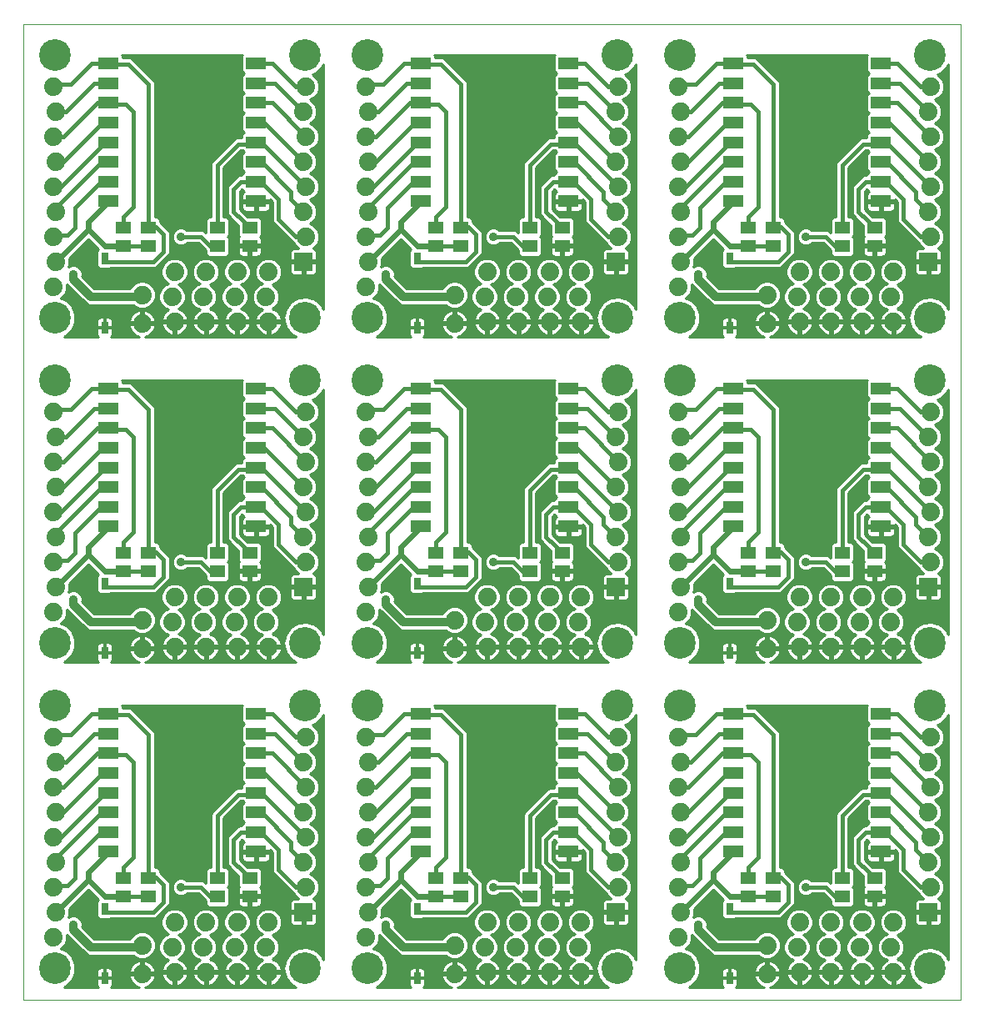
<source format=gtl>
G75*
%MOIN*%
%OFA0B0*%
%FSLAX25Y25*%
%IPPOS*%
%LPD*%
%AMOC8*
5,1,8,0,0,1.08239X$1,22.5*
%
%ADD10C,0.00000*%
%ADD11R,0.07400X0.07400*%
%ADD12C,0.07400*%
%ADD13R,0.05906X0.05118*%
%ADD14R,0.03150X0.04724*%
%ADD15R,0.07874X0.04724*%
%ADD16C,0.12661*%
%ADD17C,0.01000*%
%ADD18C,0.01600*%
%ADD19C,0.02400*%
%ADD20C,0.03562*%
%ADD21C,0.03200*%
D10*
X0001000Y0001287D02*
X0376000Y0001287D01*
X0376000Y0391287D01*
X0001000Y0391287D01*
X0001000Y0001287D01*
D11*
X0113000Y0036287D03*
X0113000Y0166287D03*
X0113000Y0296287D03*
X0238000Y0296287D03*
X0363000Y0296287D03*
X0363000Y0166287D03*
X0238000Y0166287D03*
X0238000Y0036287D03*
X0363000Y0036287D03*
D12*
X0364000Y0046287D03*
X0363000Y0056287D03*
X0364000Y0066287D03*
X0363000Y0076287D03*
X0364000Y0086287D03*
X0363000Y0096287D03*
X0364000Y0106287D03*
X0349000Y0142287D03*
X0348000Y0152287D03*
X0349000Y0162287D03*
X0336500Y0162287D03*
X0335500Y0152287D03*
X0336500Y0142287D03*
X0324000Y0142287D03*
X0323000Y0152287D03*
X0324000Y0162287D03*
X0311500Y0162287D03*
X0310500Y0152287D03*
X0311500Y0142287D03*
X0298500Y0141587D03*
X0298500Y0152987D03*
X0264000Y0166287D03*
X0263000Y0176287D03*
X0264000Y0186287D03*
X0263000Y0196287D03*
X0264000Y0206287D03*
X0263000Y0216287D03*
X0264000Y0226287D03*
X0263000Y0236287D03*
X0239000Y0236287D03*
X0238000Y0226287D03*
X0239000Y0216287D03*
X0238000Y0206287D03*
X0239000Y0196287D03*
X0238000Y0186287D03*
X0239000Y0176287D03*
X0224000Y0162287D03*
X0223000Y0152287D03*
X0224000Y0142287D03*
X0211500Y0142287D03*
X0210500Y0152287D03*
X0211500Y0162287D03*
X0199000Y0162287D03*
X0198000Y0152287D03*
X0199000Y0142287D03*
X0186500Y0142287D03*
X0185500Y0152287D03*
X0186500Y0162287D03*
X0173500Y0152987D03*
X0173500Y0141587D03*
X0138000Y0156287D03*
X0139000Y0166287D03*
X0138000Y0176287D03*
X0139000Y0186287D03*
X0138000Y0196287D03*
X0139000Y0206287D03*
X0138000Y0216287D03*
X0139000Y0226287D03*
X0138000Y0236287D03*
X0114000Y0236287D03*
X0113000Y0226287D03*
X0114000Y0216287D03*
X0113000Y0206287D03*
X0114000Y0196287D03*
X0113000Y0186287D03*
X0114000Y0176287D03*
X0099000Y0162287D03*
X0098000Y0152287D03*
X0099000Y0142287D03*
X0086500Y0142287D03*
X0085500Y0152287D03*
X0086500Y0162287D03*
X0074000Y0162287D03*
X0073000Y0152287D03*
X0074000Y0142287D03*
X0061500Y0142287D03*
X0060500Y0152287D03*
X0061500Y0162287D03*
X0048500Y0152987D03*
X0048500Y0141587D03*
X0013000Y0156287D03*
X0014000Y0166287D03*
X0013000Y0176287D03*
X0014000Y0186287D03*
X0013000Y0196287D03*
X0014000Y0206287D03*
X0013000Y0216287D03*
X0014000Y0226287D03*
X0013000Y0236287D03*
X0048500Y0271587D03*
X0048500Y0282987D03*
X0060500Y0282287D03*
X0061500Y0272287D03*
X0074000Y0272287D03*
X0073000Y0282287D03*
X0074000Y0292287D03*
X0061500Y0292287D03*
X0086500Y0292287D03*
X0085500Y0282287D03*
X0086500Y0272287D03*
X0098000Y0282287D03*
X0099000Y0272287D03*
X0099000Y0292287D03*
X0114000Y0306287D03*
X0113000Y0316287D03*
X0114000Y0326287D03*
X0113000Y0336287D03*
X0114000Y0346287D03*
X0113000Y0356287D03*
X0114000Y0366287D03*
X0138000Y0366287D03*
X0139000Y0356287D03*
X0138000Y0346287D03*
X0139000Y0336287D03*
X0138000Y0326287D03*
X0139000Y0316287D03*
X0138000Y0306287D03*
X0139000Y0296287D03*
X0138000Y0286287D03*
X0173500Y0282987D03*
X0173500Y0271587D03*
X0186500Y0272287D03*
X0185500Y0282287D03*
X0186500Y0292287D03*
X0199000Y0292287D03*
X0198000Y0282287D03*
X0199000Y0272287D03*
X0210500Y0282287D03*
X0211500Y0272287D03*
X0224000Y0272287D03*
X0223000Y0282287D03*
X0224000Y0292287D03*
X0211500Y0292287D03*
X0239000Y0306287D03*
X0238000Y0316287D03*
X0239000Y0326287D03*
X0238000Y0336287D03*
X0239000Y0346287D03*
X0238000Y0356287D03*
X0239000Y0366287D03*
X0263000Y0366287D03*
X0264000Y0356287D03*
X0263000Y0346287D03*
X0264000Y0336287D03*
X0263000Y0326287D03*
X0264000Y0316287D03*
X0263000Y0306287D03*
X0264000Y0296287D03*
X0263000Y0286287D03*
X0298500Y0282987D03*
X0298500Y0271587D03*
X0311500Y0272287D03*
X0310500Y0282287D03*
X0311500Y0292287D03*
X0324000Y0292287D03*
X0323000Y0282287D03*
X0324000Y0272287D03*
X0335500Y0282287D03*
X0336500Y0272287D03*
X0349000Y0272287D03*
X0348000Y0282287D03*
X0349000Y0292287D03*
X0336500Y0292287D03*
X0364000Y0306287D03*
X0363000Y0316287D03*
X0364000Y0326287D03*
X0363000Y0336287D03*
X0364000Y0346287D03*
X0363000Y0356287D03*
X0364000Y0366287D03*
X0364000Y0236287D03*
X0363000Y0226287D03*
X0364000Y0216287D03*
X0363000Y0206287D03*
X0364000Y0196287D03*
X0363000Y0186287D03*
X0364000Y0176287D03*
X0264000Y0096287D03*
X0263000Y0086287D03*
X0264000Y0076287D03*
X0263000Y0066287D03*
X0264000Y0056287D03*
X0263000Y0046287D03*
X0264000Y0036287D03*
X0263000Y0026287D03*
X0239000Y0046287D03*
X0238000Y0056287D03*
X0239000Y0066287D03*
X0238000Y0076287D03*
X0239000Y0086287D03*
X0238000Y0096287D03*
X0239000Y0106287D03*
X0263000Y0106287D03*
X0263000Y0156287D03*
X0224000Y0032287D03*
X0223000Y0022287D03*
X0224000Y0012287D03*
X0211500Y0012287D03*
X0210500Y0022287D03*
X0211500Y0032287D03*
X0199000Y0032287D03*
X0198000Y0022287D03*
X0199000Y0012287D03*
X0186500Y0012287D03*
X0185500Y0022287D03*
X0186500Y0032287D03*
X0173500Y0022987D03*
X0173500Y0011587D03*
X0138000Y0026287D03*
X0139000Y0036287D03*
X0138000Y0046287D03*
X0139000Y0056287D03*
X0138000Y0066287D03*
X0139000Y0076287D03*
X0138000Y0086287D03*
X0139000Y0096287D03*
X0138000Y0106287D03*
X0114000Y0106287D03*
X0113000Y0096287D03*
X0114000Y0086287D03*
X0113000Y0076287D03*
X0114000Y0066287D03*
X0113000Y0056287D03*
X0114000Y0046287D03*
X0099000Y0032287D03*
X0098000Y0022287D03*
X0099000Y0012287D03*
X0086500Y0012287D03*
X0085500Y0022287D03*
X0086500Y0032287D03*
X0074000Y0032287D03*
X0073000Y0022287D03*
X0074000Y0012287D03*
X0061500Y0012287D03*
X0060500Y0022287D03*
X0061500Y0032287D03*
X0048500Y0022987D03*
X0048500Y0011587D03*
X0013000Y0026287D03*
X0014000Y0036287D03*
X0013000Y0046287D03*
X0014000Y0056287D03*
X0013000Y0066287D03*
X0014000Y0076287D03*
X0013000Y0086287D03*
X0014000Y0096287D03*
X0013000Y0106287D03*
X0013000Y0286287D03*
X0014000Y0296287D03*
X0013000Y0306287D03*
X0014000Y0316287D03*
X0013000Y0326287D03*
X0014000Y0336287D03*
X0013000Y0346287D03*
X0014000Y0356287D03*
X0013000Y0366287D03*
X0311500Y0032287D03*
X0310500Y0022287D03*
X0311500Y0012287D03*
X0324000Y0012287D03*
X0323000Y0022287D03*
X0324000Y0032287D03*
X0335500Y0022287D03*
X0336500Y0012287D03*
X0349000Y0012287D03*
X0348000Y0022287D03*
X0349000Y0032287D03*
X0336500Y0032287D03*
X0298500Y0022987D03*
X0298500Y0011587D03*
D13*
X0301000Y0042547D03*
X0301000Y0050028D03*
X0291000Y0050028D03*
X0291000Y0042547D03*
X0328500Y0042547D03*
X0328500Y0050028D03*
X0341500Y0050028D03*
X0341500Y0042547D03*
X0216500Y0042547D03*
X0216500Y0050028D03*
X0203500Y0050028D03*
X0203500Y0042547D03*
X0176000Y0042547D03*
X0176000Y0050028D03*
X0166000Y0050028D03*
X0166000Y0042547D03*
X0091500Y0042547D03*
X0091500Y0050028D03*
X0078500Y0050028D03*
X0078500Y0042547D03*
X0051000Y0042547D03*
X0051000Y0050028D03*
X0041000Y0050028D03*
X0041000Y0042547D03*
X0041000Y0172547D03*
X0041000Y0180028D03*
X0051000Y0180028D03*
X0051000Y0172547D03*
X0078500Y0172547D03*
X0078500Y0180028D03*
X0091500Y0180028D03*
X0091500Y0172547D03*
X0166000Y0172547D03*
X0166000Y0180028D03*
X0176000Y0180028D03*
X0176000Y0172547D03*
X0203500Y0172547D03*
X0203500Y0180028D03*
X0216500Y0180028D03*
X0216500Y0172547D03*
X0291000Y0172547D03*
X0291000Y0180028D03*
X0301000Y0180028D03*
X0301000Y0172547D03*
X0328500Y0172547D03*
X0328500Y0180028D03*
X0341500Y0180028D03*
X0341500Y0172547D03*
X0341500Y0302547D03*
X0341500Y0310028D03*
X0328500Y0310028D03*
X0328500Y0302547D03*
X0301000Y0302547D03*
X0301000Y0310028D03*
X0291000Y0310028D03*
X0291000Y0302547D03*
X0216500Y0302547D03*
X0216500Y0310028D03*
X0203500Y0310028D03*
X0203500Y0302547D03*
X0176000Y0302547D03*
X0176000Y0310028D03*
X0166000Y0310028D03*
X0166000Y0302547D03*
X0091500Y0302547D03*
X0091500Y0310028D03*
X0078500Y0310028D03*
X0078500Y0302547D03*
X0051000Y0302547D03*
X0051000Y0310028D03*
X0041000Y0310028D03*
X0041000Y0302547D03*
D14*
X0033500Y0297567D03*
X0033500Y0270008D03*
X0033500Y0167567D03*
X0033500Y0140008D03*
X0033500Y0037567D03*
X0033500Y0010008D03*
X0158500Y0010008D03*
X0158500Y0037567D03*
X0158500Y0140008D03*
X0158500Y0167567D03*
X0158500Y0270008D03*
X0158500Y0297567D03*
X0283500Y0297567D03*
X0283500Y0270008D03*
X0283500Y0167567D03*
X0283500Y0140008D03*
X0283500Y0037567D03*
X0283500Y0010008D03*
D15*
X0284972Y0060386D03*
X0284972Y0068260D03*
X0284972Y0076134D03*
X0284972Y0084008D03*
X0284972Y0091882D03*
X0284972Y0099756D03*
X0284972Y0107630D03*
X0284972Y0115504D03*
X0344028Y0115504D03*
X0344028Y0107630D03*
X0344028Y0099756D03*
X0344028Y0091882D03*
X0344028Y0084008D03*
X0344028Y0076134D03*
X0344028Y0068260D03*
X0344028Y0060386D03*
X0219028Y0060386D03*
X0219028Y0068260D03*
X0219028Y0076134D03*
X0219028Y0084008D03*
X0219028Y0091882D03*
X0219028Y0099756D03*
X0219028Y0107630D03*
X0219028Y0115504D03*
X0159972Y0115504D03*
X0159972Y0107630D03*
X0159972Y0099756D03*
X0159972Y0091882D03*
X0159972Y0084008D03*
X0159972Y0076134D03*
X0159972Y0068260D03*
X0159972Y0060386D03*
X0094028Y0060386D03*
X0094028Y0068260D03*
X0094028Y0076134D03*
X0094028Y0084008D03*
X0094028Y0091882D03*
X0094028Y0099756D03*
X0094028Y0107630D03*
X0094028Y0115504D03*
X0034972Y0115504D03*
X0034972Y0107630D03*
X0034972Y0099756D03*
X0034972Y0091882D03*
X0034972Y0084008D03*
X0034972Y0076134D03*
X0034972Y0068260D03*
X0034972Y0060386D03*
X0034972Y0190386D03*
X0034972Y0198260D03*
X0034972Y0206134D03*
X0034972Y0214008D03*
X0034972Y0221882D03*
X0034972Y0229756D03*
X0034972Y0237630D03*
X0034972Y0245504D03*
X0094028Y0245504D03*
X0094028Y0237630D03*
X0094028Y0229756D03*
X0094028Y0221882D03*
X0094028Y0214008D03*
X0094028Y0206134D03*
X0094028Y0198260D03*
X0094028Y0190386D03*
X0159972Y0190386D03*
X0159972Y0198260D03*
X0159972Y0206134D03*
X0159972Y0214008D03*
X0159972Y0221882D03*
X0159972Y0229756D03*
X0159972Y0237630D03*
X0159972Y0245504D03*
X0219028Y0245504D03*
X0219028Y0237630D03*
X0219028Y0229756D03*
X0219028Y0221882D03*
X0219028Y0214008D03*
X0219028Y0206134D03*
X0219028Y0198260D03*
X0219028Y0190386D03*
X0284972Y0190386D03*
X0284972Y0198260D03*
X0284972Y0206134D03*
X0284972Y0214008D03*
X0284972Y0221882D03*
X0284972Y0229756D03*
X0284972Y0237630D03*
X0284972Y0245504D03*
X0344028Y0245504D03*
X0344028Y0237630D03*
X0344028Y0229756D03*
X0344028Y0221882D03*
X0344028Y0214008D03*
X0344028Y0206134D03*
X0344028Y0198260D03*
X0344028Y0190386D03*
X0344028Y0320386D03*
X0344028Y0328260D03*
X0344028Y0336134D03*
X0344028Y0344008D03*
X0344028Y0351882D03*
X0344028Y0359756D03*
X0344028Y0367630D03*
X0344028Y0375504D03*
X0284972Y0375504D03*
X0284972Y0367630D03*
X0284972Y0359756D03*
X0284972Y0351882D03*
X0284972Y0344008D03*
X0284972Y0336134D03*
X0284972Y0328260D03*
X0284972Y0320386D03*
X0219028Y0320386D03*
X0219028Y0328260D03*
X0219028Y0336134D03*
X0219028Y0344008D03*
X0219028Y0351882D03*
X0219028Y0359756D03*
X0219028Y0367630D03*
X0219028Y0375504D03*
X0159972Y0375504D03*
X0159972Y0367630D03*
X0159972Y0359756D03*
X0159972Y0351882D03*
X0159972Y0344008D03*
X0159972Y0336134D03*
X0159972Y0328260D03*
X0159972Y0320386D03*
X0094028Y0320386D03*
X0094028Y0328260D03*
X0094028Y0336134D03*
X0094028Y0344008D03*
X0094028Y0351882D03*
X0094028Y0359756D03*
X0094028Y0367630D03*
X0094028Y0375504D03*
X0034972Y0375504D03*
X0034972Y0367630D03*
X0034972Y0359756D03*
X0034972Y0351882D03*
X0034972Y0344008D03*
X0034972Y0336134D03*
X0034972Y0328260D03*
X0034972Y0320386D03*
D16*
X0013500Y0273787D03*
X0013500Y0248787D03*
X0113500Y0248787D03*
X0138500Y0248787D03*
X0138500Y0273787D03*
X0113500Y0273787D03*
X0113500Y0378787D03*
X0138500Y0378787D03*
X0238500Y0378787D03*
X0263500Y0378787D03*
X0363500Y0378787D03*
X0363500Y0273787D03*
X0363500Y0248787D03*
X0263500Y0248787D03*
X0238500Y0248787D03*
X0238500Y0273787D03*
X0263500Y0273787D03*
X0263500Y0143787D03*
X0263500Y0118787D03*
X0238500Y0118787D03*
X0238500Y0143787D03*
X0138500Y0143787D03*
X0138500Y0118787D03*
X0113500Y0118787D03*
X0113500Y0143787D03*
X0013500Y0143787D03*
X0013500Y0118787D03*
X0013500Y0013787D03*
X0113500Y0013787D03*
X0138500Y0013787D03*
X0238500Y0013787D03*
X0263500Y0013787D03*
X0363500Y0013787D03*
X0363500Y0118787D03*
X0363500Y0143787D03*
X0013500Y0378787D03*
D17*
X0040392Y0378787D02*
X0088608Y0378787D01*
X0088391Y0378570D01*
X0088391Y0372438D01*
X0089261Y0371567D01*
X0088391Y0370696D01*
X0088391Y0364564D01*
X0089261Y0363693D01*
X0088391Y0362822D01*
X0088391Y0356690D01*
X0089261Y0355819D01*
X0088391Y0354948D01*
X0088391Y0348816D01*
X0089261Y0347945D01*
X0088391Y0347074D01*
X0088391Y0345787D01*
X0086503Y0345787D01*
X0085584Y0345407D01*
X0084881Y0344704D01*
X0076381Y0336204D01*
X0076000Y0335285D01*
X0076000Y0314287D01*
X0074843Y0314287D01*
X0073847Y0313291D01*
X0073847Y0307976D01*
X0073416Y0308407D01*
X0072497Y0308787D01*
X0066423Y0308787D01*
X0065972Y0309239D01*
X0064692Y0309768D01*
X0063308Y0309768D01*
X0062028Y0309239D01*
X0061049Y0308259D01*
X0060519Y0306980D01*
X0060519Y0305595D01*
X0061049Y0304316D01*
X0062028Y0303336D01*
X0063308Y0302806D01*
X0064692Y0302806D01*
X0065972Y0303336D01*
X0066423Y0303787D01*
X0070964Y0303787D01*
X0073847Y0300905D01*
X0073847Y0299284D01*
X0074843Y0298288D01*
X0082157Y0298288D01*
X0083153Y0299284D01*
X0083153Y0305810D01*
X0082676Y0306287D01*
X0083153Y0306764D01*
X0083153Y0313291D01*
X0082157Y0314287D01*
X0081000Y0314287D01*
X0081000Y0333752D01*
X0088036Y0340787D01*
X0088545Y0340787D01*
X0089261Y0340071D01*
X0088391Y0339200D01*
X0088391Y0333067D01*
X0089261Y0332197D01*
X0088391Y0331326D01*
X0088391Y0330787D01*
X0087503Y0330787D01*
X0086584Y0330407D01*
X0085881Y0329704D01*
X0082881Y0326704D01*
X0082500Y0325785D01*
X0082500Y0315790D01*
X0082881Y0314871D01*
X0083584Y0314168D01*
X0086419Y0311333D01*
X0086441Y0311284D01*
X0086769Y0310983D01*
X0086847Y0310905D01*
X0086847Y0306764D01*
X0087324Y0306287D01*
X0087187Y0306150D01*
X0086963Y0305762D01*
X0086847Y0305330D01*
X0086847Y0303047D01*
X0091000Y0303047D01*
X0091000Y0302047D01*
X0092000Y0302047D01*
X0092000Y0298288D01*
X0094677Y0298288D01*
X0095109Y0298404D01*
X0095497Y0298628D01*
X0095813Y0298944D01*
X0096037Y0299332D01*
X0096153Y0299764D01*
X0096153Y0302047D01*
X0092000Y0302047D01*
X0092000Y0303047D01*
X0096153Y0303047D01*
X0096153Y0305330D01*
X0096037Y0305762D01*
X0095813Y0306150D01*
X0095676Y0306287D01*
X0096153Y0306764D01*
X0096153Y0313291D01*
X0095157Y0314287D01*
X0090563Y0314287D01*
X0090231Y0314592D01*
X0087500Y0317323D01*
X0087500Y0324252D01*
X0088416Y0325168D01*
X0089319Y0324265D01*
X0089047Y0324108D01*
X0088730Y0323792D01*
X0088506Y0323404D01*
X0088391Y0322972D01*
X0088391Y0320886D01*
X0093528Y0320886D01*
X0093528Y0319886D01*
X0094528Y0319886D01*
X0094528Y0320886D01*
X0099665Y0320886D01*
X0099665Y0321087D01*
X0100500Y0320252D01*
X0100500Y0312790D01*
X0100881Y0311871D01*
X0107881Y0304871D01*
X0108584Y0304168D01*
X0109126Y0303943D01*
X0109422Y0303229D01*
X0110941Y0301709D01*
X0110995Y0301687D01*
X0109076Y0301687D01*
X0108644Y0301572D01*
X0108256Y0301348D01*
X0107940Y0301031D01*
X0107716Y0300644D01*
X0107600Y0300211D01*
X0107600Y0296787D01*
X0112500Y0296787D01*
X0112500Y0295787D01*
X0113500Y0295787D01*
X0113500Y0290887D01*
X0116924Y0290887D01*
X0117356Y0291003D01*
X0117744Y0291227D01*
X0118060Y0291544D01*
X0118284Y0291931D01*
X0118400Y0292364D01*
X0118400Y0295787D01*
X0113500Y0295787D01*
X0113500Y0296787D01*
X0118400Y0296787D01*
X0118400Y0300211D01*
X0118284Y0300644D01*
X0118060Y0301031D01*
X0117744Y0301348D01*
X0117356Y0301572D01*
X0116973Y0301674D01*
X0117059Y0301709D01*
X0118578Y0303229D01*
X0119400Y0305213D01*
X0119400Y0307362D01*
X0118578Y0309346D01*
X0117059Y0310865D01*
X0115540Y0311495D01*
X0116059Y0311709D01*
X0117578Y0313229D01*
X0118400Y0315213D01*
X0118400Y0317362D01*
X0117578Y0319346D01*
X0116059Y0320865D01*
X0115540Y0321080D01*
X0117059Y0321709D01*
X0118578Y0323229D01*
X0119400Y0325213D01*
X0119400Y0327362D01*
X0118578Y0329346D01*
X0117059Y0330865D01*
X0115540Y0331495D01*
X0116059Y0331709D01*
X0117578Y0333229D01*
X0118400Y0335213D01*
X0118400Y0337362D01*
X0117578Y0339346D01*
X0116059Y0340865D01*
X0115540Y0341080D01*
X0117059Y0341709D01*
X0118578Y0343229D01*
X0119400Y0345213D01*
X0119400Y0347362D01*
X0118578Y0349346D01*
X0117059Y0350865D01*
X0115540Y0351495D01*
X0116059Y0351709D01*
X0117578Y0353229D01*
X0118400Y0355213D01*
X0118400Y0357362D01*
X0117578Y0359346D01*
X0116059Y0360865D01*
X0115540Y0361080D01*
X0117059Y0361709D01*
X0118578Y0363229D01*
X0119400Y0365213D01*
X0119400Y0367362D01*
X0118578Y0369346D01*
X0117059Y0370865D01*
X0116516Y0371090D01*
X0117719Y0371481D01*
X0120326Y0373828D01*
X0121000Y0375343D01*
X0121000Y0277232D01*
X0120326Y0278747D01*
X0117718Y0281094D01*
X0114382Y0282178D01*
X0110893Y0281811D01*
X0107855Y0280057D01*
X0105792Y0277219D01*
X0105063Y0273787D01*
X0105792Y0270356D01*
X0107855Y0267517D01*
X0109985Y0266287D01*
X0049556Y0266287D01*
X0049765Y0266320D01*
X0050573Y0266583D01*
X0051330Y0266969D01*
X0052018Y0267469D01*
X0052619Y0268070D01*
X0053118Y0268757D01*
X0053504Y0269515D01*
X0053767Y0270323D01*
X0053888Y0271087D01*
X0049000Y0271087D01*
X0049000Y0272087D01*
X0053888Y0272087D01*
X0053767Y0272852D01*
X0053504Y0273660D01*
X0053118Y0274418D01*
X0052619Y0275105D01*
X0052018Y0275706D01*
X0051330Y0276206D01*
X0050573Y0276592D01*
X0049765Y0276854D01*
X0049000Y0276976D01*
X0049000Y0272087D01*
X0048000Y0272087D01*
X0048000Y0271087D01*
X0043112Y0271087D01*
X0043233Y0270323D01*
X0043496Y0269515D01*
X0043882Y0268757D01*
X0044381Y0268070D01*
X0044982Y0267469D01*
X0045670Y0266969D01*
X0046427Y0266583D01*
X0047235Y0266320D01*
X0047444Y0266287D01*
X0036121Y0266287D01*
X0036435Y0266602D01*
X0036659Y0266989D01*
X0036775Y0267422D01*
X0036775Y0269720D01*
X0033787Y0269720D01*
X0033787Y0270295D01*
X0033213Y0270295D01*
X0033213Y0274070D01*
X0031701Y0274070D01*
X0031269Y0273954D01*
X0030881Y0273730D01*
X0030565Y0273414D01*
X0030341Y0273026D01*
X0030225Y0272594D01*
X0030225Y0270295D01*
X0033213Y0270295D01*
X0033213Y0269720D01*
X0030225Y0269720D01*
X0030225Y0267422D01*
X0030341Y0266989D01*
X0030565Y0266602D01*
X0030879Y0266287D01*
X0017123Y0266287D01*
X0017719Y0266481D01*
X0020326Y0268828D01*
X0021753Y0272033D01*
X0021753Y0275542D01*
X0020326Y0278747D01*
X0017718Y0281094D01*
X0015956Y0281667D01*
X0016059Y0281709D01*
X0017578Y0283229D01*
X0018400Y0285213D01*
X0018400Y0287221D01*
X0025202Y0280418D01*
X0026131Y0279490D01*
X0027344Y0278987D01*
X0044863Y0278987D01*
X0045441Y0278409D01*
X0047426Y0277587D01*
X0049574Y0277587D01*
X0051559Y0278409D01*
X0053078Y0279929D01*
X0053900Y0281913D01*
X0053900Y0284062D01*
X0053078Y0286046D01*
X0051559Y0287565D01*
X0049574Y0288387D01*
X0047426Y0288387D01*
X0045441Y0287565D01*
X0043922Y0286046D01*
X0043732Y0285587D01*
X0029367Y0285587D01*
X0024445Y0290509D01*
X0024481Y0290595D01*
X0024481Y0291980D01*
X0023951Y0293259D01*
X0022972Y0294239D01*
X0021692Y0294768D01*
X0020308Y0294768D01*
X0019028Y0294239D01*
X0018974Y0294184D01*
X0019400Y0295213D01*
X0019400Y0297362D01*
X0019334Y0297520D01*
X0027000Y0305186D01*
X0030889Y0301297D01*
X0030225Y0300633D01*
X0030225Y0294501D01*
X0031221Y0293505D01*
X0035779Y0293505D01*
X0036062Y0293787D01*
X0053497Y0293787D01*
X0054416Y0294168D01*
X0055119Y0294871D01*
X0059119Y0298871D01*
X0059500Y0299790D01*
X0059500Y0307785D01*
X0059119Y0308704D01*
X0058416Y0309407D01*
X0056119Y0311704D01*
X0055653Y0312170D01*
X0055653Y0313291D01*
X0054657Y0314287D01*
X0053500Y0314287D01*
X0053500Y0367785D01*
X0053119Y0368704D01*
X0045119Y0376704D01*
X0044416Y0377407D01*
X0043497Y0377787D01*
X0040609Y0377787D01*
X0040609Y0378570D01*
X0040392Y0378787D01*
X0040609Y0378229D02*
X0088391Y0378229D01*
X0088391Y0377231D02*
X0044592Y0377231D01*
X0045591Y0376232D02*
X0088391Y0376232D01*
X0088391Y0375234D02*
X0046589Y0375234D01*
X0047588Y0374235D02*
X0088391Y0374235D01*
X0088391Y0373237D02*
X0048586Y0373237D01*
X0049585Y0372238D02*
X0088590Y0372238D01*
X0088934Y0371240D02*
X0050583Y0371240D01*
X0051582Y0370241D02*
X0088391Y0370241D01*
X0088391Y0369243D02*
X0052580Y0369243D01*
X0053310Y0368244D02*
X0088391Y0368244D01*
X0088391Y0367246D02*
X0053500Y0367246D01*
X0053500Y0366247D02*
X0088391Y0366247D01*
X0088391Y0365248D02*
X0053500Y0365248D01*
X0053500Y0364250D02*
X0088704Y0364250D01*
X0088820Y0363251D02*
X0053500Y0363251D01*
X0053500Y0362253D02*
X0088391Y0362253D01*
X0088391Y0361254D02*
X0053500Y0361254D01*
X0053500Y0360256D02*
X0088391Y0360256D01*
X0088391Y0359257D02*
X0053500Y0359257D01*
X0053500Y0358259D02*
X0088391Y0358259D01*
X0088391Y0357260D02*
X0053500Y0357260D01*
X0053500Y0356262D02*
X0088818Y0356262D01*
X0088706Y0355263D02*
X0053500Y0355263D01*
X0053500Y0354265D02*
X0088391Y0354265D01*
X0088391Y0353266D02*
X0053500Y0353266D01*
X0053500Y0352268D02*
X0088391Y0352268D01*
X0088391Y0351269D02*
X0053500Y0351269D01*
X0053500Y0350271D02*
X0088391Y0350271D01*
X0088391Y0349272D02*
X0053500Y0349272D01*
X0053500Y0348274D02*
X0088932Y0348274D01*
X0088592Y0347275D02*
X0053500Y0347275D01*
X0053500Y0346277D02*
X0088391Y0346277D01*
X0085455Y0345278D02*
X0053500Y0345278D01*
X0053500Y0344280D02*
X0084457Y0344280D01*
X0083458Y0343281D02*
X0053500Y0343281D01*
X0053500Y0342283D02*
X0082460Y0342283D01*
X0081461Y0341284D02*
X0053500Y0341284D01*
X0053500Y0340286D02*
X0080463Y0340286D01*
X0079464Y0339287D02*
X0053500Y0339287D01*
X0053500Y0338289D02*
X0078466Y0338289D01*
X0077467Y0337290D02*
X0053500Y0337290D01*
X0053500Y0336292D02*
X0076469Y0336292D01*
X0076004Y0335293D02*
X0053500Y0335293D01*
X0053500Y0334295D02*
X0076000Y0334295D01*
X0076000Y0333296D02*
X0053500Y0333296D01*
X0053500Y0332298D02*
X0076000Y0332298D01*
X0076000Y0331299D02*
X0053500Y0331299D01*
X0053500Y0330301D02*
X0076000Y0330301D01*
X0076000Y0329302D02*
X0053500Y0329302D01*
X0053500Y0328304D02*
X0076000Y0328304D01*
X0076000Y0327305D02*
X0053500Y0327305D01*
X0053500Y0326307D02*
X0076000Y0326307D01*
X0076000Y0325308D02*
X0053500Y0325308D01*
X0053500Y0324310D02*
X0076000Y0324310D01*
X0076000Y0323311D02*
X0053500Y0323311D01*
X0053500Y0322313D02*
X0076000Y0322313D01*
X0076000Y0321314D02*
X0053500Y0321314D01*
X0053500Y0320315D02*
X0076000Y0320315D01*
X0076000Y0319317D02*
X0053500Y0319317D01*
X0053500Y0318318D02*
X0076000Y0318318D01*
X0076000Y0317320D02*
X0053500Y0317320D01*
X0053500Y0316321D02*
X0076000Y0316321D01*
X0076000Y0315323D02*
X0053500Y0315323D01*
X0053500Y0314324D02*
X0076000Y0314324D01*
X0073882Y0313326D02*
X0055618Y0313326D01*
X0055653Y0312327D02*
X0073847Y0312327D01*
X0073847Y0311329D02*
X0056494Y0311329D01*
X0057493Y0310330D02*
X0073847Y0310330D01*
X0073847Y0309332D02*
X0065747Y0309332D01*
X0062253Y0309332D02*
X0058491Y0309332D01*
X0059273Y0308333D02*
X0061123Y0308333D01*
X0060666Y0307335D02*
X0059500Y0307335D01*
X0059500Y0306336D02*
X0060519Y0306336D01*
X0060625Y0305338D02*
X0059500Y0305338D01*
X0059500Y0304339D02*
X0061039Y0304339D01*
X0062024Y0303341D02*
X0059500Y0303341D01*
X0059500Y0302342D02*
X0072410Y0302342D01*
X0073408Y0301344D02*
X0059500Y0301344D01*
X0059500Y0300345D02*
X0073847Y0300345D01*
X0073847Y0299347D02*
X0059316Y0299347D01*
X0058596Y0298348D02*
X0074783Y0298348D01*
X0075074Y0297687D02*
X0072926Y0297687D01*
X0070941Y0296865D01*
X0069422Y0295346D01*
X0068600Y0293362D01*
X0068600Y0291213D01*
X0069422Y0289229D01*
X0070941Y0287709D01*
X0071460Y0287495D01*
X0069941Y0286865D01*
X0068422Y0285346D01*
X0067600Y0283362D01*
X0067600Y0281213D01*
X0068422Y0279229D01*
X0069941Y0277709D01*
X0071489Y0277068D01*
X0071170Y0276906D01*
X0070482Y0276406D01*
X0069881Y0275805D01*
X0069382Y0275118D01*
X0068996Y0274360D01*
X0068733Y0273552D01*
X0068612Y0272787D01*
X0073500Y0272787D01*
X0073500Y0271787D01*
X0074500Y0271787D01*
X0074500Y0266899D01*
X0075265Y0267020D01*
X0076073Y0267283D01*
X0076830Y0267669D01*
X0077518Y0268169D01*
X0078119Y0268770D01*
X0078618Y0269457D01*
X0079004Y0270215D01*
X0079267Y0271023D01*
X0079388Y0271787D01*
X0074500Y0271787D01*
X0074500Y0272787D01*
X0079388Y0272787D01*
X0079267Y0273552D01*
X0079004Y0274360D01*
X0078618Y0275118D01*
X0078119Y0275805D01*
X0077518Y0276406D01*
X0076830Y0276906D01*
X0076073Y0277292D01*
X0075500Y0277478D01*
X0076059Y0277709D01*
X0077578Y0279229D01*
X0078400Y0281213D01*
X0078400Y0283362D01*
X0077578Y0285346D01*
X0076059Y0286865D01*
X0075540Y0287080D01*
X0077059Y0287709D01*
X0078578Y0289229D01*
X0079400Y0291213D01*
X0079400Y0293362D01*
X0078578Y0295346D01*
X0077059Y0296865D01*
X0075074Y0297687D01*
X0075889Y0297350D02*
X0084611Y0297350D01*
X0085426Y0297687D02*
X0083441Y0296865D01*
X0081922Y0295346D01*
X0081100Y0293362D01*
X0081100Y0291213D01*
X0081922Y0289229D01*
X0083441Y0287709D01*
X0083960Y0287495D01*
X0082441Y0286865D01*
X0080922Y0285346D01*
X0080100Y0283362D01*
X0080100Y0281213D01*
X0080922Y0279229D01*
X0082441Y0277709D01*
X0083989Y0277068D01*
X0083670Y0276906D01*
X0082982Y0276406D01*
X0082381Y0275805D01*
X0081882Y0275118D01*
X0081496Y0274360D01*
X0081233Y0273552D01*
X0081112Y0272787D01*
X0086000Y0272787D01*
X0086000Y0271787D01*
X0087000Y0271787D01*
X0087000Y0266899D01*
X0087765Y0267020D01*
X0088573Y0267283D01*
X0089330Y0267669D01*
X0090018Y0268169D01*
X0090619Y0268770D01*
X0091118Y0269457D01*
X0091504Y0270215D01*
X0091767Y0271023D01*
X0091888Y0271787D01*
X0087000Y0271787D01*
X0087000Y0272787D01*
X0091888Y0272787D01*
X0091767Y0273552D01*
X0091504Y0274360D01*
X0091118Y0275118D01*
X0090619Y0275805D01*
X0090018Y0276406D01*
X0089330Y0276906D01*
X0088573Y0277292D01*
X0088000Y0277478D01*
X0088559Y0277709D01*
X0090078Y0279229D01*
X0090900Y0281213D01*
X0090900Y0283362D01*
X0090078Y0285346D01*
X0088559Y0286865D01*
X0088040Y0287080D01*
X0089559Y0287709D01*
X0091078Y0289229D01*
X0091900Y0291213D01*
X0091900Y0293362D01*
X0091078Y0295346D01*
X0089559Y0296865D01*
X0087574Y0297687D01*
X0085426Y0297687D01*
X0087187Y0298944D02*
X0087503Y0298628D01*
X0087891Y0298404D01*
X0088323Y0298288D01*
X0091000Y0298288D01*
X0091000Y0302047D01*
X0086847Y0302047D01*
X0086847Y0299764D01*
X0086963Y0299332D01*
X0087187Y0298944D01*
X0086959Y0299347D02*
X0083153Y0299347D01*
X0083153Y0300345D02*
X0086847Y0300345D01*
X0086847Y0301344D02*
X0083153Y0301344D01*
X0083153Y0302342D02*
X0091000Y0302342D01*
X0091000Y0301344D02*
X0092000Y0301344D01*
X0092000Y0302342D02*
X0110308Y0302342D01*
X0109376Y0303341D02*
X0096153Y0303341D01*
X0096153Y0304339D02*
X0108413Y0304339D01*
X0107881Y0304871D02*
X0107881Y0304871D01*
X0107414Y0305338D02*
X0096151Y0305338D01*
X0095725Y0306336D02*
X0106416Y0306336D01*
X0105417Y0307335D02*
X0096153Y0307335D01*
X0096153Y0308333D02*
X0104419Y0308333D01*
X0103420Y0309332D02*
X0096153Y0309332D01*
X0096153Y0310330D02*
X0102421Y0310330D01*
X0101423Y0311329D02*
X0096153Y0311329D01*
X0096153Y0312327D02*
X0100692Y0312327D01*
X0100500Y0313326D02*
X0096118Y0313326D01*
X0094528Y0316324D02*
X0098188Y0316324D01*
X0098621Y0316439D01*
X0099008Y0316663D01*
X0099325Y0316980D01*
X0099549Y0317367D01*
X0099665Y0317800D01*
X0099665Y0319886D01*
X0094528Y0319886D01*
X0094528Y0316324D01*
X0094528Y0317320D02*
X0093528Y0317320D01*
X0093528Y0316324D02*
X0093528Y0319886D01*
X0088391Y0319886D01*
X0088391Y0317800D01*
X0088506Y0317367D01*
X0088730Y0316980D01*
X0089047Y0316663D01*
X0089434Y0316439D01*
X0089867Y0316324D01*
X0093528Y0316324D01*
X0093528Y0318318D02*
X0094528Y0318318D01*
X0094528Y0319317D02*
X0093528Y0319317D01*
X0093528Y0320315D02*
X0087500Y0320315D01*
X0087500Y0319317D02*
X0088391Y0319317D01*
X0088391Y0318318D02*
X0087500Y0318318D01*
X0087503Y0317320D02*
X0088534Y0317320D01*
X0088501Y0316321D02*
X0100500Y0316321D01*
X0100500Y0315323D02*
X0089500Y0315323D01*
X0090522Y0314324D02*
X0100500Y0314324D01*
X0100500Y0317320D02*
X0099521Y0317320D01*
X0099665Y0318318D02*
X0100500Y0318318D01*
X0100500Y0319317D02*
X0099665Y0319317D01*
X0100436Y0320315D02*
X0094528Y0320315D01*
X0088391Y0321314D02*
X0087500Y0321314D01*
X0087500Y0322313D02*
X0088391Y0322313D01*
X0088481Y0323311D02*
X0087500Y0323311D01*
X0087558Y0324310D02*
X0089274Y0324310D01*
X0084481Y0328304D02*
X0081000Y0328304D01*
X0081000Y0329302D02*
X0085479Y0329302D01*
X0086478Y0330301D02*
X0081000Y0330301D01*
X0081000Y0331299D02*
X0088391Y0331299D01*
X0089160Y0332298D02*
X0081000Y0332298D01*
X0081000Y0333296D02*
X0088391Y0333296D01*
X0088391Y0334295D02*
X0081543Y0334295D01*
X0082541Y0335293D02*
X0088391Y0335293D01*
X0088391Y0336292D02*
X0083540Y0336292D01*
X0084538Y0337290D02*
X0088391Y0337290D01*
X0088391Y0338289D02*
X0085537Y0338289D01*
X0086535Y0339287D02*
X0088478Y0339287D01*
X0089046Y0340286D02*
X0087534Y0340286D01*
X0083482Y0327305D02*
X0081000Y0327305D01*
X0081000Y0326307D02*
X0082716Y0326307D01*
X0082500Y0325308D02*
X0081000Y0325308D01*
X0081000Y0324310D02*
X0082500Y0324310D01*
X0082500Y0323311D02*
X0081000Y0323311D01*
X0081000Y0322313D02*
X0082500Y0322313D01*
X0082500Y0321314D02*
X0081000Y0321314D01*
X0081000Y0320315D02*
X0082500Y0320315D01*
X0082500Y0319317D02*
X0081000Y0319317D01*
X0081000Y0318318D02*
X0082500Y0318318D01*
X0082500Y0317320D02*
X0081000Y0317320D01*
X0081000Y0316321D02*
X0082500Y0316321D01*
X0082694Y0315323D02*
X0081000Y0315323D01*
X0081000Y0314324D02*
X0083427Y0314324D01*
X0083118Y0313326D02*
X0084426Y0313326D01*
X0085424Y0312327D02*
X0083153Y0312327D01*
X0083153Y0311329D02*
X0086421Y0311329D01*
X0086847Y0310330D02*
X0083153Y0310330D01*
X0083153Y0309332D02*
X0086847Y0309332D01*
X0086847Y0308333D02*
X0083153Y0308333D01*
X0083153Y0307335D02*
X0086847Y0307335D01*
X0087275Y0306336D02*
X0082725Y0306336D01*
X0083153Y0305338D02*
X0086849Y0305338D01*
X0086847Y0304339D02*
X0083153Y0304339D01*
X0083153Y0303341D02*
X0086847Y0303341D01*
X0091000Y0300345D02*
X0092000Y0300345D01*
X0092000Y0299347D02*
X0091000Y0299347D01*
X0091000Y0298348D02*
X0092000Y0298348D01*
X0090073Y0296351D02*
X0095427Y0296351D01*
X0095941Y0296865D02*
X0094422Y0295346D01*
X0093600Y0293362D01*
X0093600Y0291213D01*
X0094422Y0289229D01*
X0095941Y0287709D01*
X0096460Y0287495D01*
X0094941Y0286865D01*
X0093422Y0285346D01*
X0092600Y0283362D01*
X0092600Y0281213D01*
X0093422Y0279229D01*
X0094941Y0277709D01*
X0096489Y0277068D01*
X0096170Y0276906D01*
X0095482Y0276406D01*
X0094881Y0275805D01*
X0094382Y0275118D01*
X0093996Y0274360D01*
X0093733Y0273552D01*
X0093612Y0272787D01*
X0098500Y0272787D01*
X0098500Y0271787D01*
X0099500Y0271787D01*
X0099500Y0266899D01*
X0100265Y0267020D01*
X0101073Y0267283D01*
X0101830Y0267669D01*
X0102518Y0268169D01*
X0103119Y0268770D01*
X0103618Y0269457D01*
X0104004Y0270215D01*
X0104267Y0271023D01*
X0104388Y0271787D01*
X0099500Y0271787D01*
X0099500Y0272787D01*
X0104388Y0272787D01*
X0104267Y0273552D01*
X0104004Y0274360D01*
X0103618Y0275118D01*
X0103119Y0275805D01*
X0102518Y0276406D01*
X0101830Y0276906D01*
X0101073Y0277292D01*
X0100500Y0277478D01*
X0101059Y0277709D01*
X0102578Y0279229D01*
X0103400Y0281213D01*
X0103400Y0283362D01*
X0102578Y0285346D01*
X0101059Y0286865D01*
X0100540Y0287080D01*
X0102059Y0287709D01*
X0103578Y0289229D01*
X0104400Y0291213D01*
X0104400Y0293362D01*
X0103578Y0295346D01*
X0102059Y0296865D01*
X0100074Y0297687D01*
X0097926Y0297687D01*
X0095941Y0296865D01*
X0097111Y0297350D02*
X0088389Y0297350D01*
X0088099Y0298348D02*
X0082217Y0298348D01*
X0082927Y0296351D02*
X0077573Y0296351D01*
X0078571Y0295353D02*
X0081929Y0295353D01*
X0081511Y0294354D02*
X0078989Y0294354D01*
X0079400Y0293356D02*
X0081100Y0293356D01*
X0081100Y0292357D02*
X0079400Y0292357D01*
X0079400Y0291359D02*
X0081100Y0291359D01*
X0081453Y0290360D02*
X0079047Y0290360D01*
X0078633Y0289362D02*
X0081867Y0289362D01*
X0082788Y0288363D02*
X0077712Y0288363D01*
X0076226Y0287365D02*
X0083647Y0287365D01*
X0081942Y0286366D02*
X0076558Y0286366D01*
X0077557Y0285368D02*
X0080943Y0285368D01*
X0080517Y0284369D02*
X0077983Y0284369D01*
X0078396Y0283371D02*
X0080104Y0283371D01*
X0080100Y0282372D02*
X0078400Y0282372D01*
X0078400Y0281374D02*
X0080100Y0281374D01*
X0080447Y0280375D02*
X0078053Y0280375D01*
X0077639Y0279377D02*
X0080861Y0279377D01*
X0081773Y0278378D02*
X0076727Y0278378D01*
X0075803Y0277380D02*
X0083238Y0277380D01*
X0082957Y0276381D02*
X0077543Y0276381D01*
X0078426Y0275382D02*
X0082074Y0275382D01*
X0081508Y0274384D02*
X0078992Y0274384D01*
X0079293Y0273385D02*
X0081207Y0273385D01*
X0081112Y0271787D02*
X0081233Y0271023D01*
X0081496Y0270215D01*
X0081882Y0269457D01*
X0082381Y0268770D01*
X0082982Y0268169D01*
X0083670Y0267669D01*
X0084427Y0267283D01*
X0085235Y0267020D01*
X0086000Y0266899D01*
X0086000Y0271787D01*
X0081112Y0271787D01*
X0081175Y0271388D02*
X0079325Y0271388D01*
X0079061Y0270390D02*
X0081439Y0270390D01*
X0081929Y0269391D02*
X0078571Y0269391D01*
X0077742Y0268393D02*
X0082758Y0268393D01*
X0084209Y0267394D02*
X0076291Y0267394D01*
X0074500Y0267394D02*
X0073500Y0267394D01*
X0073500Y0266899D02*
X0073500Y0271787D01*
X0068612Y0271787D01*
X0068733Y0271023D01*
X0068996Y0270215D01*
X0069382Y0269457D01*
X0069881Y0268770D01*
X0070482Y0268169D01*
X0071170Y0267669D01*
X0071927Y0267283D01*
X0072735Y0267020D01*
X0073500Y0266899D01*
X0073500Y0268393D02*
X0074500Y0268393D01*
X0074500Y0269391D02*
X0073500Y0269391D01*
X0073500Y0270390D02*
X0074500Y0270390D01*
X0074500Y0271388D02*
X0073500Y0271388D01*
X0073500Y0272387D02*
X0062000Y0272387D01*
X0062000Y0272787D02*
X0066888Y0272787D01*
X0066767Y0273552D01*
X0066504Y0274360D01*
X0066118Y0275118D01*
X0065619Y0275805D01*
X0065018Y0276406D01*
X0064330Y0276906D01*
X0063573Y0277292D01*
X0063000Y0277478D01*
X0063559Y0277709D01*
X0065078Y0279229D01*
X0065900Y0281213D01*
X0065900Y0283362D01*
X0065078Y0285346D01*
X0063559Y0286865D01*
X0063040Y0287080D01*
X0064559Y0287709D01*
X0066078Y0289229D01*
X0066900Y0291213D01*
X0066900Y0293362D01*
X0066078Y0295346D01*
X0064559Y0296865D01*
X0062574Y0297687D01*
X0060426Y0297687D01*
X0058441Y0296865D01*
X0056922Y0295346D01*
X0056100Y0293362D01*
X0056100Y0291213D01*
X0056922Y0289229D01*
X0058441Y0287709D01*
X0058960Y0287495D01*
X0057441Y0286865D01*
X0055922Y0285346D01*
X0055100Y0283362D01*
X0055100Y0281213D01*
X0055922Y0279229D01*
X0057441Y0277709D01*
X0058989Y0277068D01*
X0058670Y0276906D01*
X0057982Y0276406D01*
X0057381Y0275805D01*
X0056882Y0275118D01*
X0056496Y0274360D01*
X0056233Y0273552D01*
X0056112Y0272787D01*
X0061000Y0272787D01*
X0061000Y0271787D01*
X0062000Y0271787D01*
X0062000Y0266899D01*
X0062765Y0267020D01*
X0063573Y0267283D01*
X0064330Y0267669D01*
X0065018Y0268169D01*
X0065619Y0268770D01*
X0066118Y0269457D01*
X0066504Y0270215D01*
X0066767Y0271023D01*
X0066888Y0271787D01*
X0062000Y0271787D01*
X0062000Y0272787D01*
X0061000Y0272387D02*
X0053841Y0272387D01*
X0053594Y0273385D02*
X0056207Y0273385D01*
X0056508Y0274384D02*
X0053136Y0274384D01*
X0052342Y0275382D02*
X0057074Y0275382D01*
X0057957Y0276381D02*
X0050987Y0276381D01*
X0049000Y0276381D02*
X0048000Y0276381D01*
X0048000Y0276976D02*
X0047235Y0276854D01*
X0046427Y0276592D01*
X0045670Y0276206D01*
X0044982Y0275706D01*
X0044381Y0275105D01*
X0043882Y0274418D01*
X0043496Y0273660D01*
X0043233Y0272852D01*
X0043112Y0272087D01*
X0048000Y0272087D01*
X0048000Y0276976D01*
X0048000Y0275382D02*
X0049000Y0275382D01*
X0049000Y0274384D02*
X0048000Y0274384D01*
X0048000Y0273385D02*
X0049000Y0273385D01*
X0049000Y0272387D02*
X0048000Y0272387D01*
X0048000Y0271388D02*
X0036775Y0271388D01*
X0036775Y0270390D02*
X0043222Y0270390D01*
X0043558Y0269391D02*
X0036775Y0269391D01*
X0036775Y0270295D02*
X0036775Y0272594D01*
X0036659Y0273026D01*
X0036435Y0273414D01*
X0036119Y0273730D01*
X0035731Y0273954D01*
X0035299Y0274070D01*
X0033787Y0274070D01*
X0033787Y0270295D01*
X0036775Y0270295D01*
X0036775Y0268393D02*
X0044146Y0268393D01*
X0045084Y0267394D02*
X0036767Y0267394D01*
X0036229Y0266396D02*
X0047003Y0266396D01*
X0049997Y0266396D02*
X0109797Y0266396D01*
X0108068Y0267394D02*
X0101291Y0267394D01*
X0102742Y0268393D02*
X0107219Y0268393D01*
X0106493Y0269391D02*
X0103571Y0269391D01*
X0104061Y0270390D02*
X0105785Y0270390D01*
X0105573Y0271388D02*
X0104325Y0271388D01*
X0105361Y0272387D02*
X0099500Y0272387D01*
X0099500Y0271388D02*
X0098500Y0271388D01*
X0098500Y0271787D02*
X0098500Y0266899D01*
X0097735Y0267020D01*
X0096927Y0267283D01*
X0096170Y0267669D01*
X0095482Y0268169D01*
X0094881Y0268770D01*
X0094382Y0269457D01*
X0093996Y0270215D01*
X0093733Y0271023D01*
X0093612Y0271787D01*
X0098500Y0271787D01*
X0098500Y0272387D02*
X0087000Y0272387D01*
X0087000Y0271388D02*
X0086000Y0271388D01*
X0086000Y0270390D02*
X0087000Y0270390D01*
X0087000Y0269391D02*
X0086000Y0269391D01*
X0086000Y0268393D02*
X0087000Y0268393D01*
X0087000Y0267394D02*
X0086000Y0267394D01*
X0088791Y0267394D02*
X0096709Y0267394D01*
X0095258Y0268393D02*
X0090242Y0268393D01*
X0091071Y0269391D02*
X0094429Y0269391D01*
X0093939Y0270390D02*
X0091561Y0270390D01*
X0091825Y0271388D02*
X0093675Y0271388D01*
X0093707Y0273385D02*
X0091793Y0273385D01*
X0091492Y0274384D02*
X0094008Y0274384D01*
X0094574Y0275382D02*
X0090926Y0275382D01*
X0090043Y0276381D02*
X0095457Y0276381D01*
X0095738Y0277380D02*
X0088303Y0277380D01*
X0089227Y0278378D02*
X0094273Y0278378D01*
X0093361Y0279377D02*
X0090139Y0279377D01*
X0090553Y0280375D02*
X0092947Y0280375D01*
X0092600Y0281374D02*
X0090900Y0281374D01*
X0090900Y0282372D02*
X0092600Y0282372D01*
X0092604Y0283371D02*
X0090896Y0283371D01*
X0090483Y0284369D02*
X0093017Y0284369D01*
X0093443Y0285368D02*
X0090057Y0285368D01*
X0089058Y0286366D02*
X0094442Y0286366D01*
X0096147Y0287365D02*
X0088726Y0287365D01*
X0090212Y0288363D02*
X0095288Y0288363D01*
X0094367Y0289362D02*
X0091133Y0289362D01*
X0091547Y0290360D02*
X0093953Y0290360D01*
X0093600Y0291359D02*
X0091900Y0291359D01*
X0091900Y0292357D02*
X0093600Y0292357D01*
X0093600Y0293356D02*
X0091900Y0293356D01*
X0091489Y0294354D02*
X0094011Y0294354D01*
X0094429Y0295353D02*
X0091071Y0295353D01*
X0094901Y0298348D02*
X0107600Y0298348D01*
X0107600Y0297350D02*
X0100889Y0297350D01*
X0102573Y0296351D02*
X0112500Y0296351D01*
X0112500Y0295787D02*
X0107600Y0295787D01*
X0107600Y0292364D01*
X0107716Y0291931D01*
X0107940Y0291544D01*
X0108256Y0291227D01*
X0108644Y0291003D01*
X0109076Y0290887D01*
X0112500Y0290887D01*
X0112500Y0295787D01*
X0112500Y0295353D02*
X0113500Y0295353D01*
X0113500Y0296351D02*
X0121000Y0296351D01*
X0121000Y0295353D02*
X0118400Y0295353D01*
X0118400Y0294354D02*
X0121000Y0294354D01*
X0121000Y0293356D02*
X0118400Y0293356D01*
X0118398Y0292357D02*
X0121000Y0292357D01*
X0121000Y0291359D02*
X0117875Y0291359D01*
X0121000Y0290360D02*
X0104047Y0290360D01*
X0104400Y0291359D02*
X0108125Y0291359D01*
X0107602Y0292357D02*
X0104400Y0292357D01*
X0104400Y0293356D02*
X0107600Y0293356D01*
X0107600Y0294354D02*
X0103989Y0294354D01*
X0103571Y0295353D02*
X0107600Y0295353D01*
X0107600Y0299347D02*
X0096041Y0299347D01*
X0096153Y0300345D02*
X0107636Y0300345D01*
X0108252Y0301344D02*
X0096153Y0301344D01*
X0103633Y0289362D02*
X0121000Y0289362D01*
X0121000Y0288363D02*
X0102712Y0288363D01*
X0101226Y0287365D02*
X0121000Y0287365D01*
X0121000Y0286366D02*
X0101558Y0286366D01*
X0102557Y0285368D02*
X0121000Y0285368D01*
X0121000Y0284369D02*
X0102983Y0284369D01*
X0103396Y0283371D02*
X0121000Y0283371D01*
X0121000Y0282372D02*
X0103400Y0282372D01*
X0103400Y0281374D02*
X0110134Y0281374D01*
X0108405Y0280375D02*
X0103053Y0280375D01*
X0102639Y0279377D02*
X0107360Y0279377D01*
X0106634Y0278378D02*
X0101727Y0278378D01*
X0100803Y0277380D02*
X0105909Y0277380D01*
X0105614Y0276381D02*
X0102543Y0276381D01*
X0103426Y0275382D02*
X0105402Y0275382D01*
X0105190Y0274384D02*
X0103992Y0274384D01*
X0104293Y0273385D02*
X0105148Y0273385D01*
X0099500Y0270390D02*
X0098500Y0270390D01*
X0098500Y0269391D02*
X0099500Y0269391D01*
X0099500Y0268393D02*
X0098500Y0268393D01*
X0098500Y0267394D02*
X0099500Y0267394D01*
X0086000Y0272387D02*
X0074500Y0272387D01*
X0070457Y0276381D02*
X0065043Y0276381D01*
X0065926Y0275382D02*
X0069574Y0275382D01*
X0069008Y0274384D02*
X0066492Y0274384D01*
X0066793Y0273385D02*
X0068707Y0273385D01*
X0068675Y0271388D02*
X0066825Y0271388D01*
X0066561Y0270390D02*
X0068939Y0270390D01*
X0069429Y0269391D02*
X0066071Y0269391D01*
X0065242Y0268393D02*
X0070258Y0268393D01*
X0071709Y0267394D02*
X0063791Y0267394D01*
X0062000Y0267394D02*
X0061000Y0267394D01*
X0061000Y0266899D02*
X0061000Y0271787D01*
X0056112Y0271787D01*
X0056233Y0271023D01*
X0056496Y0270215D01*
X0056882Y0269457D01*
X0057381Y0268770D01*
X0057982Y0268169D01*
X0058670Y0267669D01*
X0059427Y0267283D01*
X0060235Y0267020D01*
X0061000Y0266899D01*
X0061000Y0268393D02*
X0062000Y0268393D01*
X0062000Y0269391D02*
X0061000Y0269391D01*
X0061000Y0270390D02*
X0062000Y0270390D01*
X0062000Y0271388D02*
X0061000Y0271388D01*
X0059209Y0267394D02*
X0051916Y0267394D01*
X0052854Y0268393D02*
X0057758Y0268393D01*
X0056929Y0269391D02*
X0053442Y0269391D01*
X0053778Y0270390D02*
X0056439Y0270390D01*
X0056175Y0271388D02*
X0049000Y0271388D01*
X0046013Y0276381D02*
X0021379Y0276381D01*
X0021753Y0275382D02*
X0044658Y0275382D01*
X0043864Y0274384D02*
X0021753Y0274384D01*
X0021753Y0273385D02*
X0030548Y0273385D01*
X0030225Y0272387D02*
X0021753Y0272387D01*
X0021466Y0271388D02*
X0030225Y0271388D01*
X0030225Y0270390D02*
X0021021Y0270390D01*
X0020576Y0269391D02*
X0030225Y0269391D01*
X0030225Y0268393D02*
X0019842Y0268393D01*
X0018733Y0267394D02*
X0030233Y0267394D01*
X0030771Y0266396D02*
X0017457Y0266396D01*
X0020934Y0277380D02*
X0058238Y0277380D01*
X0056773Y0278378D02*
X0051483Y0278378D01*
X0052526Y0279377D02*
X0055861Y0279377D01*
X0055447Y0280375D02*
X0053263Y0280375D01*
X0053676Y0281374D02*
X0055100Y0281374D01*
X0055100Y0282372D02*
X0053900Y0282372D01*
X0053900Y0283371D02*
X0055104Y0283371D01*
X0055517Y0284369D02*
X0053773Y0284369D01*
X0053359Y0285368D02*
X0055943Y0285368D01*
X0056942Y0286366D02*
X0052758Y0286366D01*
X0051760Y0287365D02*
X0058647Y0287365D01*
X0057788Y0288363D02*
X0049633Y0288363D01*
X0047367Y0288363D02*
X0026591Y0288363D01*
X0025593Y0289362D02*
X0056867Y0289362D01*
X0056453Y0290360D02*
X0024594Y0290360D01*
X0024481Y0291359D02*
X0056100Y0291359D01*
X0056100Y0292357D02*
X0024325Y0292357D01*
X0023855Y0293356D02*
X0056100Y0293356D01*
X0056511Y0294354D02*
X0054602Y0294354D01*
X0055601Y0295353D02*
X0056929Y0295353D01*
X0056599Y0296351D02*
X0057927Y0296351D01*
X0057598Y0297350D02*
X0059611Y0297350D01*
X0063389Y0297350D02*
X0072111Y0297350D01*
X0070427Y0296351D02*
X0065073Y0296351D01*
X0066071Y0295353D02*
X0069429Y0295353D01*
X0069011Y0294354D02*
X0066489Y0294354D01*
X0066900Y0293356D02*
X0068600Y0293356D01*
X0068600Y0292357D02*
X0066900Y0292357D01*
X0066900Y0291359D02*
X0068600Y0291359D01*
X0068953Y0290360D02*
X0066547Y0290360D01*
X0066133Y0289362D02*
X0069367Y0289362D01*
X0070288Y0288363D02*
X0065212Y0288363D01*
X0063726Y0287365D02*
X0071147Y0287365D01*
X0069442Y0286366D02*
X0064058Y0286366D01*
X0065057Y0285368D02*
X0068443Y0285368D01*
X0068017Y0284369D02*
X0065483Y0284369D01*
X0065896Y0283371D02*
X0067604Y0283371D01*
X0067600Y0282372D02*
X0065900Y0282372D01*
X0065900Y0281374D02*
X0067600Y0281374D01*
X0067947Y0280375D02*
X0065553Y0280375D01*
X0065139Y0279377D02*
X0068361Y0279377D01*
X0069273Y0278378D02*
X0064227Y0278378D01*
X0063303Y0277380D02*
X0070738Y0277380D01*
X0045517Y0278378D02*
X0020490Y0278378D01*
X0019626Y0279377D02*
X0026404Y0279377D01*
X0025245Y0280375D02*
X0018517Y0280375D01*
X0016858Y0281374D02*
X0024247Y0281374D01*
X0023248Y0282372D02*
X0016721Y0282372D01*
X0017637Y0283371D02*
X0022250Y0283371D01*
X0021251Y0284369D02*
X0018050Y0284369D01*
X0018400Y0285368D02*
X0020253Y0285368D01*
X0019254Y0286366D02*
X0018400Y0286366D01*
X0019044Y0294354D02*
X0019307Y0294354D01*
X0019400Y0295353D02*
X0030225Y0295353D01*
X0030225Y0296351D02*
X0019400Y0296351D01*
X0019400Y0297350D02*
X0030225Y0297350D01*
X0030225Y0298348D02*
X0020162Y0298348D01*
X0021161Y0299347D02*
X0030225Y0299347D01*
X0030225Y0300345D02*
X0022159Y0300345D01*
X0023158Y0301344D02*
X0030842Y0301344D01*
X0029844Y0302342D02*
X0024156Y0302342D01*
X0025155Y0303341D02*
X0028845Y0303341D01*
X0027847Y0304339D02*
X0026153Y0304339D01*
X0022693Y0294354D02*
X0030372Y0294354D01*
X0027590Y0287365D02*
X0045240Y0287365D01*
X0044242Y0286366D02*
X0028588Y0286366D01*
X0033213Y0273385D02*
X0033787Y0273385D01*
X0033787Y0272387D02*
X0033213Y0272387D01*
X0033213Y0271388D02*
X0033787Y0271388D01*
X0033787Y0270390D02*
X0033213Y0270390D01*
X0036775Y0272387D02*
X0043159Y0272387D01*
X0043406Y0273385D02*
X0036452Y0273385D01*
X0040392Y0248787D02*
X0088608Y0248787D01*
X0088391Y0248570D01*
X0088391Y0242438D01*
X0089261Y0241567D01*
X0088391Y0240696D01*
X0088391Y0234564D01*
X0089261Y0233693D01*
X0088391Y0232822D01*
X0088391Y0226690D01*
X0089261Y0225819D01*
X0088391Y0224948D01*
X0088391Y0218816D01*
X0089261Y0217945D01*
X0088391Y0217074D01*
X0088391Y0215787D01*
X0086503Y0215787D01*
X0085584Y0215407D01*
X0084881Y0214704D01*
X0076381Y0206204D01*
X0076000Y0205285D01*
X0076000Y0184287D01*
X0074843Y0184287D01*
X0073847Y0183291D01*
X0073847Y0177976D01*
X0073416Y0178407D01*
X0072497Y0178787D01*
X0066423Y0178787D01*
X0065972Y0179239D01*
X0064692Y0179768D01*
X0063308Y0179768D01*
X0062028Y0179239D01*
X0061049Y0178259D01*
X0060519Y0176980D01*
X0060519Y0175595D01*
X0061049Y0174316D01*
X0062028Y0173336D01*
X0063308Y0172806D01*
X0064692Y0172806D01*
X0065972Y0173336D01*
X0066423Y0173787D01*
X0070964Y0173787D01*
X0073847Y0170905D01*
X0073847Y0169284D01*
X0074843Y0168288D01*
X0082157Y0168288D01*
X0083153Y0169284D01*
X0083153Y0175810D01*
X0082676Y0176287D01*
X0083153Y0176764D01*
X0083153Y0183291D01*
X0082157Y0184287D01*
X0081000Y0184287D01*
X0081000Y0203752D01*
X0088036Y0210787D01*
X0088545Y0210787D01*
X0089261Y0210071D01*
X0088391Y0209200D01*
X0088391Y0203067D01*
X0089261Y0202197D01*
X0088391Y0201326D01*
X0088391Y0200787D01*
X0087503Y0200787D01*
X0086584Y0200407D01*
X0085881Y0199704D01*
X0082881Y0196704D01*
X0082500Y0195785D01*
X0082500Y0185790D01*
X0082881Y0184871D01*
X0083584Y0184168D01*
X0086419Y0181333D01*
X0086441Y0181284D01*
X0086769Y0180983D01*
X0086847Y0180905D01*
X0086847Y0176764D01*
X0087324Y0176287D01*
X0087187Y0176150D01*
X0086963Y0175762D01*
X0086847Y0175330D01*
X0086847Y0173047D01*
X0091000Y0173047D01*
X0091000Y0172047D01*
X0092000Y0172047D01*
X0092000Y0168288D01*
X0094677Y0168288D01*
X0095109Y0168404D01*
X0095497Y0168628D01*
X0095813Y0168944D01*
X0096037Y0169332D01*
X0096153Y0169764D01*
X0096153Y0172047D01*
X0092000Y0172047D01*
X0092000Y0173047D01*
X0096153Y0173047D01*
X0096153Y0175330D01*
X0096037Y0175762D01*
X0095813Y0176150D01*
X0095676Y0176287D01*
X0096153Y0176764D01*
X0096153Y0183291D01*
X0095157Y0184287D01*
X0090563Y0184287D01*
X0090231Y0184592D01*
X0087500Y0187323D01*
X0087500Y0194252D01*
X0088416Y0195168D01*
X0089319Y0194265D01*
X0089047Y0194108D01*
X0088730Y0193792D01*
X0088506Y0193404D01*
X0088391Y0192972D01*
X0088391Y0190886D01*
X0093528Y0190886D01*
X0093528Y0189886D01*
X0094528Y0189886D01*
X0094528Y0190886D01*
X0099665Y0190886D01*
X0099665Y0191087D01*
X0100500Y0190252D01*
X0100500Y0182790D01*
X0100881Y0181871D01*
X0107881Y0174871D01*
X0108584Y0174168D01*
X0109126Y0173943D01*
X0109422Y0173229D01*
X0110941Y0171709D01*
X0110995Y0171687D01*
X0109076Y0171687D01*
X0108644Y0171572D01*
X0108256Y0171348D01*
X0107940Y0171031D01*
X0107716Y0170644D01*
X0107600Y0170211D01*
X0107600Y0166787D01*
X0112500Y0166787D01*
X0112500Y0165787D01*
X0113500Y0165787D01*
X0113500Y0160887D01*
X0116924Y0160887D01*
X0117356Y0161003D01*
X0117744Y0161227D01*
X0118060Y0161544D01*
X0118284Y0161931D01*
X0118400Y0162364D01*
X0118400Y0165787D01*
X0113500Y0165787D01*
X0113500Y0166787D01*
X0118400Y0166787D01*
X0118400Y0170211D01*
X0118284Y0170644D01*
X0118060Y0171031D01*
X0117744Y0171348D01*
X0117356Y0171572D01*
X0116973Y0171674D01*
X0117059Y0171709D01*
X0118578Y0173229D01*
X0119400Y0175213D01*
X0119400Y0177362D01*
X0118578Y0179346D01*
X0117059Y0180865D01*
X0115540Y0181495D01*
X0116059Y0181709D01*
X0117578Y0183229D01*
X0118400Y0185213D01*
X0118400Y0187362D01*
X0117578Y0189346D01*
X0116059Y0190865D01*
X0115540Y0191080D01*
X0117059Y0191709D01*
X0118578Y0193229D01*
X0119400Y0195213D01*
X0119400Y0197362D01*
X0118578Y0199346D01*
X0117059Y0200865D01*
X0115540Y0201495D01*
X0116059Y0201709D01*
X0117578Y0203229D01*
X0118400Y0205213D01*
X0118400Y0207362D01*
X0117578Y0209346D01*
X0116059Y0210865D01*
X0115540Y0211080D01*
X0117059Y0211709D01*
X0118578Y0213229D01*
X0119400Y0215213D01*
X0119400Y0217362D01*
X0118578Y0219346D01*
X0117059Y0220865D01*
X0115540Y0221495D01*
X0116059Y0221709D01*
X0117578Y0223229D01*
X0118400Y0225213D01*
X0118400Y0227362D01*
X0117578Y0229346D01*
X0116059Y0230865D01*
X0115540Y0231080D01*
X0117059Y0231709D01*
X0118578Y0233229D01*
X0119400Y0235213D01*
X0119400Y0237362D01*
X0118578Y0239346D01*
X0117059Y0240865D01*
X0116516Y0241090D01*
X0117719Y0241481D01*
X0120326Y0243828D01*
X0121000Y0245343D01*
X0121000Y0147232D01*
X0120326Y0148747D01*
X0117718Y0151094D01*
X0114382Y0152178D01*
X0110893Y0151811D01*
X0107855Y0150057D01*
X0105792Y0147219D01*
X0105063Y0143787D01*
X0105792Y0140356D01*
X0107855Y0137517D01*
X0109985Y0136287D01*
X0049556Y0136287D01*
X0049765Y0136320D01*
X0050573Y0136583D01*
X0051330Y0136969D01*
X0052018Y0137469D01*
X0052619Y0138070D01*
X0053118Y0138757D01*
X0053504Y0139515D01*
X0053767Y0140323D01*
X0053888Y0141087D01*
X0049000Y0141087D01*
X0049000Y0142087D01*
X0053888Y0142087D01*
X0053767Y0142852D01*
X0053504Y0143660D01*
X0053118Y0144418D01*
X0052619Y0145105D01*
X0052018Y0145706D01*
X0051330Y0146206D01*
X0050573Y0146592D01*
X0049765Y0146854D01*
X0049000Y0146976D01*
X0049000Y0142087D01*
X0048000Y0142087D01*
X0048000Y0141087D01*
X0043112Y0141087D01*
X0043233Y0140323D01*
X0043496Y0139515D01*
X0043882Y0138757D01*
X0044381Y0138070D01*
X0044982Y0137469D01*
X0045670Y0136969D01*
X0046427Y0136583D01*
X0047235Y0136320D01*
X0047444Y0136287D01*
X0036121Y0136287D01*
X0036435Y0136602D01*
X0036659Y0136989D01*
X0036775Y0137422D01*
X0036775Y0139720D01*
X0033787Y0139720D01*
X0033787Y0140295D01*
X0033213Y0140295D01*
X0033213Y0144070D01*
X0031701Y0144070D01*
X0031269Y0143954D01*
X0030881Y0143730D01*
X0030565Y0143414D01*
X0030341Y0143026D01*
X0030225Y0142594D01*
X0030225Y0140295D01*
X0033213Y0140295D01*
X0033213Y0139720D01*
X0030225Y0139720D01*
X0030225Y0137422D01*
X0030341Y0136989D01*
X0030565Y0136602D01*
X0030879Y0136287D01*
X0017123Y0136287D01*
X0017719Y0136481D01*
X0020326Y0138828D01*
X0021753Y0142033D01*
X0021753Y0145542D01*
X0020326Y0148747D01*
X0017718Y0151094D01*
X0015956Y0151667D01*
X0016059Y0151709D01*
X0017578Y0153229D01*
X0018400Y0155213D01*
X0018400Y0157221D01*
X0025202Y0150418D01*
X0026131Y0149490D01*
X0027344Y0148987D01*
X0044863Y0148987D01*
X0045441Y0148409D01*
X0047426Y0147587D01*
X0049574Y0147587D01*
X0051559Y0148409D01*
X0053078Y0149929D01*
X0053900Y0151913D01*
X0053900Y0154062D01*
X0053078Y0156046D01*
X0051559Y0157565D01*
X0049574Y0158387D01*
X0047426Y0158387D01*
X0045441Y0157565D01*
X0043922Y0156046D01*
X0043732Y0155587D01*
X0029367Y0155587D01*
X0024445Y0160509D01*
X0024481Y0160595D01*
X0024481Y0161980D01*
X0023951Y0163259D01*
X0022972Y0164239D01*
X0021692Y0164768D01*
X0020308Y0164768D01*
X0019028Y0164239D01*
X0018974Y0164184D01*
X0019400Y0165213D01*
X0019400Y0167362D01*
X0019334Y0167520D01*
X0027000Y0175186D01*
X0030889Y0171297D01*
X0030225Y0170633D01*
X0030225Y0164501D01*
X0031221Y0163505D01*
X0035779Y0163505D01*
X0036062Y0163787D01*
X0053497Y0163787D01*
X0054416Y0164168D01*
X0055119Y0164871D01*
X0059119Y0168871D01*
X0059500Y0169790D01*
X0059500Y0177785D01*
X0059119Y0178704D01*
X0058416Y0179407D01*
X0056119Y0181704D01*
X0055653Y0182170D01*
X0055653Y0183291D01*
X0054657Y0184287D01*
X0053500Y0184287D01*
X0053500Y0237785D01*
X0053119Y0238704D01*
X0045119Y0246704D01*
X0044416Y0247407D01*
X0043497Y0247787D01*
X0040609Y0247787D01*
X0040609Y0248570D01*
X0040392Y0248787D01*
X0040609Y0248423D02*
X0088391Y0248423D01*
X0088391Y0247424D02*
X0044374Y0247424D01*
X0045397Y0246426D02*
X0088391Y0246426D01*
X0088391Y0245427D02*
X0046396Y0245427D01*
X0047394Y0244429D02*
X0088391Y0244429D01*
X0088391Y0243430D02*
X0048393Y0243430D01*
X0049391Y0242432D02*
X0088397Y0242432D01*
X0089127Y0241433D02*
X0050390Y0241433D01*
X0051388Y0240435D02*
X0088391Y0240435D01*
X0088391Y0239436D02*
X0052387Y0239436D01*
X0053230Y0238438D02*
X0088391Y0238438D01*
X0088391Y0237439D02*
X0053500Y0237439D01*
X0053500Y0236441D02*
X0088391Y0236441D01*
X0088391Y0235442D02*
X0053500Y0235442D01*
X0053500Y0234444D02*
X0088511Y0234444D01*
X0089013Y0233445D02*
X0053500Y0233445D01*
X0053500Y0232446D02*
X0088391Y0232446D01*
X0088391Y0231448D02*
X0053500Y0231448D01*
X0053500Y0230449D02*
X0088391Y0230449D01*
X0088391Y0229451D02*
X0053500Y0229451D01*
X0053500Y0228452D02*
X0088391Y0228452D01*
X0088391Y0227454D02*
X0053500Y0227454D01*
X0053500Y0226455D02*
X0088625Y0226455D01*
X0088899Y0225457D02*
X0053500Y0225457D01*
X0053500Y0224458D02*
X0088391Y0224458D01*
X0088391Y0223460D02*
X0053500Y0223460D01*
X0053500Y0222461D02*
X0088391Y0222461D01*
X0088391Y0221463D02*
X0053500Y0221463D01*
X0053500Y0220464D02*
X0088391Y0220464D01*
X0088391Y0219466D02*
X0053500Y0219466D01*
X0053500Y0218467D02*
X0088739Y0218467D01*
X0088785Y0217469D02*
X0053500Y0217469D01*
X0053500Y0216470D02*
X0088391Y0216470D01*
X0085741Y0215472D02*
X0053500Y0215472D01*
X0053500Y0214473D02*
X0084650Y0214473D01*
X0083652Y0213475D02*
X0053500Y0213475D01*
X0053500Y0212476D02*
X0082653Y0212476D01*
X0081655Y0211478D02*
X0053500Y0211478D01*
X0053500Y0210479D02*
X0080656Y0210479D01*
X0079658Y0209481D02*
X0053500Y0209481D01*
X0053500Y0208482D02*
X0078659Y0208482D01*
X0077661Y0207484D02*
X0053500Y0207484D01*
X0053500Y0206485D02*
X0076662Y0206485D01*
X0076084Y0205487D02*
X0053500Y0205487D01*
X0053500Y0204488D02*
X0076000Y0204488D01*
X0076000Y0203490D02*
X0053500Y0203490D01*
X0053500Y0202491D02*
X0076000Y0202491D01*
X0076000Y0201493D02*
X0053500Y0201493D01*
X0053500Y0200494D02*
X0076000Y0200494D01*
X0076000Y0199496D02*
X0053500Y0199496D01*
X0053500Y0198497D02*
X0076000Y0198497D01*
X0076000Y0197499D02*
X0053500Y0197499D01*
X0053500Y0196500D02*
X0076000Y0196500D01*
X0076000Y0195502D02*
X0053500Y0195502D01*
X0053500Y0194503D02*
X0076000Y0194503D01*
X0076000Y0193505D02*
X0053500Y0193505D01*
X0053500Y0192506D02*
X0076000Y0192506D01*
X0076000Y0191508D02*
X0053500Y0191508D01*
X0053500Y0190509D02*
X0076000Y0190509D01*
X0076000Y0189511D02*
X0053500Y0189511D01*
X0053500Y0188512D02*
X0076000Y0188512D01*
X0076000Y0187513D02*
X0053500Y0187513D01*
X0053500Y0186515D02*
X0076000Y0186515D01*
X0076000Y0185516D02*
X0053500Y0185516D01*
X0053500Y0184518D02*
X0076000Y0184518D01*
X0074076Y0183519D02*
X0055424Y0183519D01*
X0055653Y0182521D02*
X0073847Y0182521D01*
X0073847Y0181522D02*
X0056301Y0181522D01*
X0057299Y0180524D02*
X0073847Y0180524D01*
X0073847Y0179525D02*
X0065279Y0179525D01*
X0062721Y0179525D02*
X0058298Y0179525D01*
X0059193Y0178527D02*
X0061316Y0178527D01*
X0060746Y0177528D02*
X0059500Y0177528D01*
X0059500Y0176530D02*
X0060519Y0176530D01*
X0060545Y0175531D02*
X0059500Y0175531D01*
X0059500Y0174533D02*
X0060959Y0174533D01*
X0061830Y0173534D02*
X0059500Y0173534D01*
X0059500Y0172536D02*
X0072216Y0172536D01*
X0071218Y0173534D02*
X0066170Y0173534D01*
X0062922Y0167543D02*
X0072578Y0167543D01*
X0072926Y0167687D02*
X0070941Y0166865D01*
X0069422Y0165346D01*
X0068600Y0163362D01*
X0068600Y0161213D01*
X0069422Y0159229D01*
X0070941Y0157709D01*
X0071460Y0157495D01*
X0069941Y0156865D01*
X0068422Y0155346D01*
X0067600Y0153362D01*
X0067600Y0151213D01*
X0068422Y0149229D01*
X0069941Y0147709D01*
X0071489Y0147068D01*
X0071170Y0146906D01*
X0070482Y0146406D01*
X0069881Y0145805D01*
X0069382Y0145118D01*
X0068996Y0144360D01*
X0068733Y0143552D01*
X0068612Y0142787D01*
X0073500Y0142787D01*
X0073500Y0141787D01*
X0074500Y0141787D01*
X0074500Y0136899D01*
X0075265Y0137020D01*
X0076073Y0137283D01*
X0076830Y0137669D01*
X0077518Y0138169D01*
X0078119Y0138770D01*
X0078618Y0139457D01*
X0079004Y0140215D01*
X0079267Y0141023D01*
X0079388Y0141787D01*
X0074500Y0141787D01*
X0074500Y0142787D01*
X0079388Y0142787D01*
X0079267Y0143552D01*
X0079004Y0144360D01*
X0078618Y0145118D01*
X0078119Y0145805D01*
X0077518Y0146406D01*
X0076830Y0146906D01*
X0076073Y0147292D01*
X0075500Y0147478D01*
X0076059Y0147709D01*
X0077578Y0149229D01*
X0078400Y0151213D01*
X0078400Y0153362D01*
X0077578Y0155346D01*
X0076059Y0156865D01*
X0075540Y0157080D01*
X0077059Y0157709D01*
X0078578Y0159229D01*
X0079400Y0161213D01*
X0079400Y0163362D01*
X0078578Y0165346D01*
X0077059Y0166865D01*
X0075074Y0167687D01*
X0072926Y0167687D01*
X0074589Y0168542D02*
X0058790Y0168542D01*
X0059397Y0169540D02*
X0073847Y0169540D01*
X0073847Y0170539D02*
X0059500Y0170539D01*
X0059500Y0171537D02*
X0073215Y0171537D01*
X0075422Y0167543D02*
X0085078Y0167543D01*
X0085426Y0167687D02*
X0083441Y0166865D01*
X0081922Y0165346D01*
X0081100Y0163362D01*
X0081100Y0161213D01*
X0081922Y0159229D01*
X0083441Y0157709D01*
X0083960Y0157495D01*
X0082441Y0156865D01*
X0080922Y0155346D01*
X0080100Y0153362D01*
X0080100Y0151213D01*
X0080922Y0149229D01*
X0082441Y0147709D01*
X0083989Y0147068D01*
X0083670Y0146906D01*
X0082982Y0146406D01*
X0082381Y0145805D01*
X0081882Y0145118D01*
X0081496Y0144360D01*
X0081233Y0143552D01*
X0081112Y0142787D01*
X0086000Y0142787D01*
X0086000Y0141787D01*
X0087000Y0141787D01*
X0087000Y0136899D01*
X0087765Y0137020D01*
X0088573Y0137283D01*
X0089330Y0137669D01*
X0090018Y0138169D01*
X0090619Y0138770D01*
X0091118Y0139457D01*
X0091504Y0140215D01*
X0091767Y0141023D01*
X0091888Y0141787D01*
X0087000Y0141787D01*
X0087000Y0142787D01*
X0091888Y0142787D01*
X0091767Y0143552D01*
X0091504Y0144360D01*
X0091118Y0145118D01*
X0090619Y0145805D01*
X0090018Y0146406D01*
X0089330Y0146906D01*
X0088573Y0147292D01*
X0088000Y0147478D01*
X0088559Y0147709D01*
X0090078Y0149229D01*
X0090900Y0151213D01*
X0090900Y0153362D01*
X0090078Y0155346D01*
X0088559Y0156865D01*
X0088040Y0157080D01*
X0089559Y0157709D01*
X0091078Y0159229D01*
X0091900Y0161213D01*
X0091900Y0163362D01*
X0091078Y0165346D01*
X0089559Y0166865D01*
X0087574Y0167687D01*
X0085426Y0167687D01*
X0087187Y0168944D02*
X0087503Y0168628D01*
X0087891Y0168404D01*
X0088323Y0168288D01*
X0091000Y0168288D01*
X0091000Y0172047D01*
X0086847Y0172047D01*
X0086847Y0169764D01*
X0086963Y0169332D01*
X0087187Y0168944D01*
X0087652Y0168542D02*
X0082410Y0168542D01*
X0083153Y0169540D02*
X0086907Y0169540D01*
X0086847Y0170539D02*
X0083153Y0170539D01*
X0083153Y0171537D02*
X0086847Y0171537D01*
X0086847Y0173534D02*
X0083153Y0173534D01*
X0083153Y0172536D02*
X0091000Y0172536D01*
X0091000Y0171537D02*
X0092000Y0171537D01*
X0092000Y0170539D02*
X0091000Y0170539D01*
X0091000Y0169540D02*
X0092000Y0169540D01*
X0092000Y0168542D02*
X0091000Y0168542D01*
X0089879Y0166545D02*
X0095621Y0166545D01*
X0095941Y0166865D02*
X0094422Y0165346D01*
X0093600Y0163362D01*
X0093600Y0161213D01*
X0094422Y0159229D01*
X0095941Y0157709D01*
X0096460Y0157495D01*
X0094941Y0156865D01*
X0093422Y0155346D01*
X0092600Y0153362D01*
X0092600Y0151213D01*
X0093422Y0149229D01*
X0094941Y0147709D01*
X0096489Y0147068D01*
X0096170Y0146906D01*
X0095482Y0146406D01*
X0094881Y0145805D01*
X0094382Y0145118D01*
X0093996Y0144360D01*
X0093733Y0143552D01*
X0093612Y0142787D01*
X0098500Y0142787D01*
X0098500Y0141787D01*
X0099500Y0141787D01*
X0099500Y0136899D01*
X0100265Y0137020D01*
X0101073Y0137283D01*
X0101830Y0137669D01*
X0102518Y0138169D01*
X0103119Y0138770D01*
X0103618Y0139457D01*
X0104004Y0140215D01*
X0104267Y0141023D01*
X0104388Y0141787D01*
X0099500Y0141787D01*
X0099500Y0142787D01*
X0104388Y0142787D01*
X0104267Y0143552D01*
X0104004Y0144360D01*
X0103618Y0145118D01*
X0103119Y0145805D01*
X0102518Y0146406D01*
X0101830Y0146906D01*
X0101073Y0147292D01*
X0100500Y0147478D01*
X0101059Y0147709D01*
X0102578Y0149229D01*
X0103400Y0151213D01*
X0103400Y0153362D01*
X0102578Y0155346D01*
X0101059Y0156865D01*
X0100540Y0157080D01*
X0102059Y0157709D01*
X0103578Y0159229D01*
X0104400Y0161213D01*
X0104400Y0163362D01*
X0103578Y0165346D01*
X0102059Y0166865D01*
X0100074Y0167687D01*
X0097926Y0167687D01*
X0095941Y0166865D01*
X0097578Y0167543D02*
X0087922Y0167543D01*
X0090878Y0165546D02*
X0094622Y0165546D01*
X0094091Y0164548D02*
X0091409Y0164548D01*
X0091822Y0163549D02*
X0093678Y0163549D01*
X0093600Y0162551D02*
X0091900Y0162551D01*
X0091900Y0161552D02*
X0093600Y0161552D01*
X0093873Y0160554D02*
X0091627Y0160554D01*
X0091213Y0159555D02*
X0094287Y0159555D01*
X0095094Y0158557D02*
X0090406Y0158557D01*
X0089193Y0157558D02*
X0096307Y0157558D01*
X0094635Y0156560D02*
X0088865Y0156560D01*
X0089863Y0155561D02*
X0093637Y0155561D01*
X0093098Y0154563D02*
X0090402Y0154563D01*
X0090816Y0153564D02*
X0092684Y0153564D01*
X0092600Y0152566D02*
X0090900Y0152566D01*
X0090900Y0151567D02*
X0092600Y0151567D01*
X0092867Y0150569D02*
X0090633Y0150569D01*
X0090219Y0149570D02*
X0093281Y0149570D01*
X0094079Y0148572D02*
X0089421Y0148572D01*
X0088229Y0147573D02*
X0095271Y0147573D01*
X0095714Y0146575D02*
X0089786Y0146575D01*
X0090785Y0145576D02*
X0094715Y0145576D01*
X0094106Y0144577D02*
X0091394Y0144577D01*
X0091758Y0143579D02*
X0093742Y0143579D01*
X0093612Y0141787D02*
X0093733Y0141023D01*
X0093996Y0140215D01*
X0094382Y0139457D01*
X0094881Y0138770D01*
X0095482Y0138169D01*
X0096170Y0137669D01*
X0096927Y0137283D01*
X0097735Y0137020D01*
X0098500Y0136899D01*
X0098500Y0141787D01*
X0093612Y0141787D01*
X0093644Y0141582D02*
X0091856Y0141582D01*
X0091624Y0140583D02*
X0093876Y0140583D01*
X0094316Y0139585D02*
X0091184Y0139585D01*
X0090436Y0138586D02*
X0095064Y0138586D01*
X0096329Y0137588D02*
X0089171Y0137588D01*
X0087000Y0137588D02*
X0086000Y0137588D01*
X0086000Y0136899D02*
X0086000Y0141787D01*
X0081112Y0141787D01*
X0081233Y0141023D01*
X0081496Y0140215D01*
X0081882Y0139457D01*
X0082381Y0138770D01*
X0082982Y0138169D01*
X0083670Y0137669D01*
X0084427Y0137283D01*
X0085235Y0137020D01*
X0086000Y0136899D01*
X0086000Y0138586D02*
X0087000Y0138586D01*
X0087000Y0139585D02*
X0086000Y0139585D01*
X0086000Y0140583D02*
X0087000Y0140583D01*
X0087000Y0141582D02*
X0086000Y0141582D01*
X0086000Y0142580D02*
X0074500Y0142580D01*
X0074500Y0141582D02*
X0073500Y0141582D01*
X0073500Y0141787D02*
X0073500Y0136899D01*
X0072735Y0137020D01*
X0071927Y0137283D01*
X0071170Y0137669D01*
X0070482Y0138169D01*
X0069881Y0138770D01*
X0069382Y0139457D01*
X0068996Y0140215D01*
X0068733Y0141023D01*
X0068612Y0141787D01*
X0073500Y0141787D01*
X0073500Y0142580D02*
X0062000Y0142580D01*
X0062000Y0142787D02*
X0066888Y0142787D01*
X0066767Y0143552D01*
X0066504Y0144360D01*
X0066118Y0145118D01*
X0065619Y0145805D01*
X0065018Y0146406D01*
X0064330Y0146906D01*
X0063573Y0147292D01*
X0063000Y0147478D01*
X0063559Y0147709D01*
X0065078Y0149229D01*
X0065900Y0151213D01*
X0065900Y0153362D01*
X0065078Y0155346D01*
X0063559Y0156865D01*
X0063040Y0157080D01*
X0064559Y0157709D01*
X0066078Y0159229D01*
X0066900Y0161213D01*
X0066900Y0163362D01*
X0066078Y0165346D01*
X0064559Y0166865D01*
X0062574Y0167687D01*
X0060426Y0167687D01*
X0058441Y0166865D01*
X0056922Y0165346D01*
X0056100Y0163362D01*
X0056100Y0161213D01*
X0056922Y0159229D01*
X0058441Y0157709D01*
X0058960Y0157495D01*
X0057441Y0156865D01*
X0055922Y0155346D01*
X0055100Y0153362D01*
X0055100Y0151213D01*
X0055922Y0149229D01*
X0057441Y0147709D01*
X0058989Y0147068D01*
X0058670Y0146906D01*
X0057982Y0146406D01*
X0057381Y0145805D01*
X0056882Y0145118D01*
X0056496Y0144360D01*
X0056233Y0143552D01*
X0056112Y0142787D01*
X0061000Y0142787D01*
X0061000Y0141787D01*
X0062000Y0141787D01*
X0062000Y0136899D01*
X0062765Y0137020D01*
X0063573Y0137283D01*
X0064330Y0137669D01*
X0065018Y0138169D01*
X0065619Y0138770D01*
X0066118Y0139457D01*
X0066504Y0140215D01*
X0066767Y0141023D01*
X0066888Y0141787D01*
X0062000Y0141787D01*
X0062000Y0142787D01*
X0061000Y0142580D02*
X0053810Y0142580D01*
X0053531Y0143579D02*
X0056242Y0143579D01*
X0056606Y0144577D02*
X0053002Y0144577D01*
X0052148Y0145576D02*
X0057215Y0145576D01*
X0058214Y0146575D02*
X0050607Y0146575D01*
X0049000Y0146575D02*
X0048000Y0146575D01*
X0048000Y0146976D02*
X0047235Y0146854D01*
X0046427Y0146592D01*
X0045670Y0146206D01*
X0044982Y0145706D01*
X0044381Y0145105D01*
X0043882Y0144418D01*
X0043496Y0143660D01*
X0043233Y0142852D01*
X0043112Y0142087D01*
X0048000Y0142087D01*
X0048000Y0146976D01*
X0048000Y0145576D02*
X0049000Y0145576D01*
X0049000Y0144577D02*
X0048000Y0144577D01*
X0048000Y0143579D02*
X0049000Y0143579D01*
X0049000Y0142580D02*
X0048000Y0142580D01*
X0048000Y0141582D02*
X0036775Y0141582D01*
X0036775Y0142580D02*
X0043190Y0142580D01*
X0043469Y0143579D02*
X0036270Y0143579D01*
X0036119Y0143730D02*
X0035731Y0143954D01*
X0035299Y0144070D01*
X0033787Y0144070D01*
X0033787Y0140295D01*
X0036775Y0140295D01*
X0036775Y0142594D01*
X0036659Y0143026D01*
X0036435Y0143414D01*
X0036119Y0143730D01*
X0033787Y0143579D02*
X0033213Y0143579D01*
X0033213Y0142580D02*
X0033787Y0142580D01*
X0033787Y0141582D02*
X0033213Y0141582D01*
X0033213Y0140583D02*
X0033787Y0140583D01*
X0036775Y0140583D02*
X0043192Y0140583D01*
X0043473Y0139585D02*
X0036775Y0139585D01*
X0036775Y0138586D02*
X0044006Y0138586D01*
X0044863Y0137588D02*
X0036775Y0137588D01*
X0036423Y0136589D02*
X0046415Y0136589D01*
X0050585Y0136589D02*
X0109462Y0136589D01*
X0107803Y0137588D02*
X0101671Y0137588D01*
X0102936Y0138586D02*
X0107078Y0138586D01*
X0106352Y0139585D02*
X0103684Y0139585D01*
X0104124Y0140583D02*
X0105744Y0140583D01*
X0105532Y0141582D02*
X0104356Y0141582D01*
X0105320Y0142580D02*
X0099500Y0142580D01*
X0099500Y0141582D02*
X0098500Y0141582D01*
X0098500Y0142580D02*
X0087000Y0142580D01*
X0083214Y0146575D02*
X0077286Y0146575D01*
X0078285Y0145576D02*
X0082215Y0145576D01*
X0081606Y0144577D02*
X0078894Y0144577D01*
X0079258Y0143579D02*
X0081242Y0143579D01*
X0081144Y0141582D02*
X0079356Y0141582D01*
X0079124Y0140583D02*
X0081376Y0140583D01*
X0081816Y0139585D02*
X0078684Y0139585D01*
X0077936Y0138586D02*
X0082564Y0138586D01*
X0083829Y0137588D02*
X0076671Y0137588D01*
X0074500Y0137588D02*
X0073500Y0137588D01*
X0073500Y0138586D02*
X0074500Y0138586D01*
X0074500Y0139585D02*
X0073500Y0139585D01*
X0073500Y0140583D02*
X0074500Y0140583D01*
X0071329Y0137588D02*
X0064171Y0137588D01*
X0065436Y0138586D02*
X0070064Y0138586D01*
X0069316Y0139585D02*
X0066184Y0139585D01*
X0066624Y0140583D02*
X0068876Y0140583D01*
X0068644Y0141582D02*
X0066856Y0141582D01*
X0066758Y0143579D02*
X0068742Y0143579D01*
X0069106Y0144577D02*
X0066394Y0144577D01*
X0065785Y0145576D02*
X0069715Y0145576D01*
X0070714Y0146575D02*
X0064786Y0146575D01*
X0063229Y0147573D02*
X0070271Y0147573D01*
X0069079Y0148572D02*
X0064421Y0148572D01*
X0065219Y0149570D02*
X0068281Y0149570D01*
X0067867Y0150569D02*
X0065633Y0150569D01*
X0065900Y0151567D02*
X0067600Y0151567D01*
X0067600Y0152566D02*
X0065900Y0152566D01*
X0065816Y0153564D02*
X0067684Y0153564D01*
X0068098Y0154563D02*
X0065402Y0154563D01*
X0064863Y0155561D02*
X0068637Y0155561D01*
X0069635Y0156560D02*
X0063865Y0156560D01*
X0064193Y0157558D02*
X0071307Y0157558D01*
X0070094Y0158557D02*
X0065406Y0158557D01*
X0066213Y0159555D02*
X0069287Y0159555D01*
X0068873Y0160554D02*
X0066627Y0160554D01*
X0066900Y0161552D02*
X0068600Y0161552D01*
X0068600Y0162551D02*
X0066900Y0162551D01*
X0066822Y0163549D02*
X0068678Y0163549D01*
X0069091Y0164548D02*
X0066409Y0164548D01*
X0065878Y0165546D02*
X0069622Y0165546D01*
X0070621Y0166545D02*
X0064879Y0166545D01*
X0060078Y0167543D02*
X0057791Y0167543D01*
X0058121Y0166545D02*
X0056793Y0166545D01*
X0057122Y0165546D02*
X0055794Y0165546D01*
X0056591Y0164548D02*
X0054796Y0164548D01*
X0056178Y0163549D02*
X0035823Y0163549D01*
X0031177Y0163549D02*
X0023661Y0163549D01*
X0024245Y0162551D02*
X0056100Y0162551D01*
X0056100Y0161552D02*
X0024481Y0161552D01*
X0024464Y0160554D02*
X0056373Y0160554D01*
X0056787Y0159555D02*
X0025399Y0159555D01*
X0026398Y0158557D02*
X0057594Y0158557D01*
X0058807Y0157558D02*
X0051566Y0157558D01*
X0052565Y0156560D02*
X0057135Y0156560D01*
X0056137Y0155561D02*
X0053279Y0155561D01*
X0053692Y0154563D02*
X0055598Y0154563D01*
X0055184Y0153564D02*
X0053900Y0153564D01*
X0053900Y0152566D02*
X0055100Y0152566D01*
X0055100Y0151567D02*
X0053757Y0151567D01*
X0053343Y0150569D02*
X0055367Y0150569D01*
X0055781Y0149570D02*
X0052719Y0149570D01*
X0051721Y0148572D02*
X0056579Y0148572D01*
X0057771Y0147573D02*
X0020848Y0147573D01*
X0020404Y0148572D02*
X0045279Y0148572D01*
X0046393Y0146575D02*
X0021293Y0146575D01*
X0021737Y0145576D02*
X0044852Y0145576D01*
X0043998Y0144577D02*
X0021753Y0144577D01*
X0021753Y0143579D02*
X0030730Y0143579D01*
X0030225Y0142580D02*
X0021753Y0142580D01*
X0021552Y0141582D02*
X0030225Y0141582D01*
X0030225Y0140583D02*
X0021107Y0140583D01*
X0020663Y0139585D02*
X0030225Y0139585D01*
X0030225Y0138586D02*
X0020057Y0138586D01*
X0018948Y0137588D02*
X0030225Y0137588D01*
X0030577Y0136589D02*
X0017839Y0136589D01*
X0019411Y0149570D02*
X0026050Y0149570D01*
X0025052Y0150569D02*
X0018302Y0150569D01*
X0016263Y0151567D02*
X0024053Y0151567D01*
X0023055Y0152566D02*
X0016915Y0152566D01*
X0017717Y0153564D02*
X0022056Y0153564D01*
X0021058Y0154563D02*
X0018130Y0154563D01*
X0018400Y0155561D02*
X0020059Y0155561D01*
X0019061Y0156560D02*
X0018400Y0156560D01*
X0019124Y0164548D02*
X0019775Y0164548D01*
X0019400Y0165546D02*
X0030225Y0165546D01*
X0030225Y0164548D02*
X0022225Y0164548D01*
X0019400Y0166545D02*
X0030225Y0166545D01*
X0030225Y0167543D02*
X0019357Y0167543D01*
X0020356Y0168542D02*
X0030225Y0168542D01*
X0030225Y0169540D02*
X0021354Y0169540D01*
X0022353Y0170539D02*
X0030225Y0170539D01*
X0030649Y0171537D02*
X0023351Y0171537D01*
X0024350Y0172536D02*
X0029650Y0172536D01*
X0028652Y0173534D02*
X0025348Y0173534D01*
X0026347Y0174533D02*
X0027653Y0174533D01*
X0027396Y0157558D02*
X0045434Y0157558D01*
X0044435Y0156560D02*
X0028395Y0156560D01*
X0049000Y0141582D02*
X0056144Y0141582D01*
X0056112Y0141787D02*
X0056233Y0141023D01*
X0056496Y0140215D01*
X0056882Y0139457D01*
X0057381Y0138770D01*
X0057982Y0138169D01*
X0058670Y0137669D01*
X0059427Y0137283D01*
X0060235Y0137020D01*
X0061000Y0136899D01*
X0061000Y0141787D01*
X0056112Y0141787D01*
X0056376Y0140583D02*
X0053808Y0140583D01*
X0053527Y0139585D02*
X0056816Y0139585D01*
X0057564Y0138586D02*
X0052994Y0138586D01*
X0052137Y0137588D02*
X0058829Y0137588D01*
X0061000Y0137588D02*
X0062000Y0137588D01*
X0062000Y0138586D02*
X0061000Y0138586D01*
X0061000Y0139585D02*
X0062000Y0139585D01*
X0062000Y0140583D02*
X0061000Y0140583D01*
X0061000Y0141582D02*
X0062000Y0141582D01*
X0075729Y0147573D02*
X0082771Y0147573D01*
X0081579Y0148572D02*
X0076921Y0148572D01*
X0077719Y0149570D02*
X0080781Y0149570D01*
X0080367Y0150569D02*
X0078133Y0150569D01*
X0078400Y0151567D02*
X0080100Y0151567D01*
X0080100Y0152566D02*
X0078400Y0152566D01*
X0078316Y0153564D02*
X0080184Y0153564D01*
X0080598Y0154563D02*
X0077902Y0154563D01*
X0077363Y0155561D02*
X0081137Y0155561D01*
X0082135Y0156560D02*
X0076365Y0156560D01*
X0076693Y0157558D02*
X0083807Y0157558D01*
X0082594Y0158557D02*
X0077906Y0158557D01*
X0078713Y0159555D02*
X0081787Y0159555D01*
X0081373Y0160554D02*
X0079127Y0160554D01*
X0079400Y0161552D02*
X0081100Y0161552D01*
X0081100Y0162551D02*
X0079400Y0162551D01*
X0079322Y0163549D02*
X0081178Y0163549D01*
X0081591Y0164548D02*
X0078909Y0164548D01*
X0078378Y0165546D02*
X0082122Y0165546D01*
X0083121Y0166545D02*
X0077379Y0166545D01*
X0083153Y0174533D02*
X0086847Y0174533D01*
X0086901Y0175531D02*
X0083153Y0175531D01*
X0082918Y0176530D02*
X0087082Y0176530D01*
X0086847Y0177528D02*
X0083153Y0177528D01*
X0083153Y0178527D02*
X0086847Y0178527D01*
X0086847Y0179525D02*
X0083153Y0179525D01*
X0083153Y0180524D02*
X0086847Y0180524D01*
X0086229Y0181522D02*
X0083153Y0181522D01*
X0083153Y0182521D02*
X0085231Y0182521D01*
X0084232Y0183519D02*
X0082924Y0183519D01*
X0083234Y0184518D02*
X0081000Y0184518D01*
X0081000Y0185516D02*
X0082613Y0185516D01*
X0082500Y0186515D02*
X0081000Y0186515D01*
X0081000Y0187513D02*
X0082500Y0187513D01*
X0082500Y0188512D02*
X0081000Y0188512D01*
X0081000Y0189511D02*
X0082500Y0189511D01*
X0082500Y0190509D02*
X0081000Y0190509D01*
X0081000Y0191508D02*
X0082500Y0191508D01*
X0082500Y0192506D02*
X0081000Y0192506D01*
X0081000Y0193505D02*
X0082500Y0193505D01*
X0082500Y0194503D02*
X0081000Y0194503D01*
X0081000Y0195502D02*
X0082500Y0195502D01*
X0082796Y0196500D02*
X0081000Y0196500D01*
X0081000Y0197499D02*
X0083676Y0197499D01*
X0084674Y0198497D02*
X0081000Y0198497D01*
X0081000Y0199496D02*
X0085673Y0199496D01*
X0086795Y0200494D02*
X0081000Y0200494D01*
X0081000Y0201493D02*
X0088557Y0201493D01*
X0088967Y0202491D02*
X0081000Y0202491D01*
X0081000Y0203490D02*
X0088391Y0203490D01*
X0088391Y0204488D02*
X0081736Y0204488D01*
X0082735Y0205487D02*
X0088391Y0205487D01*
X0088391Y0206485D02*
X0083733Y0206485D01*
X0084732Y0207484D02*
X0088391Y0207484D01*
X0088391Y0208482D02*
X0085730Y0208482D01*
X0086729Y0209481D02*
X0088671Y0209481D01*
X0088853Y0210479D02*
X0087727Y0210479D01*
X0087751Y0194503D02*
X0089081Y0194503D01*
X0088564Y0193505D02*
X0087500Y0193505D01*
X0087500Y0192506D02*
X0088391Y0192506D01*
X0088391Y0191508D02*
X0087500Y0191508D01*
X0087500Y0190509D02*
X0093528Y0190509D01*
X0093528Y0189886D02*
X0088391Y0189886D01*
X0088391Y0187800D01*
X0088506Y0187367D01*
X0088730Y0186980D01*
X0089047Y0186663D01*
X0089434Y0186439D01*
X0089867Y0186324D01*
X0093528Y0186324D01*
X0093528Y0189886D01*
X0093528Y0189511D02*
X0094528Y0189511D01*
X0094528Y0189886D02*
X0094528Y0186324D01*
X0098188Y0186324D01*
X0098621Y0186439D01*
X0099008Y0186663D01*
X0099325Y0186980D01*
X0099549Y0187367D01*
X0099665Y0187800D01*
X0099665Y0189886D01*
X0094528Y0189886D01*
X0094528Y0190509D02*
X0100243Y0190509D01*
X0100500Y0189511D02*
X0099665Y0189511D01*
X0099665Y0188512D02*
X0100500Y0188512D01*
X0100500Y0187513D02*
X0099588Y0187513D01*
X0098752Y0186515D02*
X0100500Y0186515D01*
X0100500Y0185516D02*
X0089306Y0185516D01*
X0089304Y0186515D02*
X0088308Y0186515D01*
X0088467Y0187513D02*
X0087500Y0187513D01*
X0087500Y0188512D02*
X0088391Y0188512D01*
X0088391Y0189511D02*
X0087500Y0189511D01*
X0090311Y0184518D02*
X0100500Y0184518D01*
X0100500Y0183519D02*
X0095924Y0183519D01*
X0096153Y0182521D02*
X0100611Y0182521D01*
X0101229Y0181522D02*
X0096153Y0181522D01*
X0096153Y0180524D02*
X0102228Y0180524D01*
X0103226Y0179525D02*
X0096153Y0179525D01*
X0096153Y0178527D02*
X0104225Y0178527D01*
X0105223Y0177528D02*
X0096153Y0177528D01*
X0095918Y0176530D02*
X0106222Y0176530D01*
X0107221Y0175531D02*
X0096099Y0175531D01*
X0096153Y0174533D02*
X0108219Y0174533D01*
X0109295Y0173534D02*
X0096153Y0173534D01*
X0096153Y0171537D02*
X0108585Y0171537D01*
X0107688Y0170539D02*
X0096153Y0170539D01*
X0096093Y0169540D02*
X0107600Y0169540D01*
X0107600Y0168542D02*
X0095347Y0168542D01*
X0100422Y0167543D02*
X0107600Y0167543D01*
X0107600Y0165787D02*
X0107600Y0162364D01*
X0107716Y0161931D01*
X0107940Y0161544D01*
X0108256Y0161227D01*
X0108644Y0161003D01*
X0109076Y0160887D01*
X0112500Y0160887D01*
X0112500Y0165787D01*
X0107600Y0165787D01*
X0107600Y0165546D02*
X0103378Y0165546D01*
X0103909Y0164548D02*
X0107600Y0164548D01*
X0107600Y0163549D02*
X0104322Y0163549D01*
X0104400Y0162551D02*
X0107600Y0162551D01*
X0107935Y0161552D02*
X0104400Y0161552D01*
X0104127Y0160554D02*
X0121000Y0160554D01*
X0121000Y0161552D02*
X0118065Y0161552D01*
X0118400Y0162551D02*
X0121000Y0162551D01*
X0121000Y0163549D02*
X0118400Y0163549D01*
X0118400Y0164548D02*
X0121000Y0164548D01*
X0121000Y0165546D02*
X0118400Y0165546D01*
X0118400Y0167543D02*
X0121000Y0167543D01*
X0121000Y0166545D02*
X0113500Y0166545D01*
X0113500Y0165546D02*
X0112500Y0165546D01*
X0112500Y0164548D02*
X0113500Y0164548D01*
X0113500Y0163549D02*
X0112500Y0163549D01*
X0112500Y0162551D02*
X0113500Y0162551D01*
X0113500Y0161552D02*
X0112500Y0161552D01*
X0112500Y0166545D02*
X0102379Y0166545D01*
X0103713Y0159555D02*
X0121000Y0159555D01*
X0121000Y0158557D02*
X0102906Y0158557D01*
X0101693Y0157558D02*
X0121000Y0157558D01*
X0121000Y0156560D02*
X0101365Y0156560D01*
X0102363Y0155561D02*
X0121000Y0155561D01*
X0121000Y0154563D02*
X0102902Y0154563D01*
X0103316Y0153564D02*
X0121000Y0153564D01*
X0121000Y0152566D02*
X0103400Y0152566D01*
X0103400Y0151567D02*
X0110470Y0151567D01*
X0108740Y0150569D02*
X0103133Y0150569D01*
X0102719Y0149570D02*
X0107501Y0149570D01*
X0106775Y0148572D02*
X0101921Y0148572D01*
X0100729Y0147573D02*
X0106050Y0147573D01*
X0105655Y0146575D02*
X0102286Y0146575D01*
X0103285Y0145576D02*
X0105443Y0145576D01*
X0105231Y0144577D02*
X0103894Y0144577D01*
X0104258Y0143579D02*
X0105107Y0143579D01*
X0099500Y0140583D02*
X0098500Y0140583D01*
X0098500Y0139585D02*
X0099500Y0139585D01*
X0099500Y0138586D02*
X0098500Y0138586D01*
X0098500Y0137588D02*
X0099500Y0137588D01*
X0116263Y0151567D02*
X0121000Y0151567D01*
X0121000Y0150569D02*
X0118302Y0150569D01*
X0119411Y0149570D02*
X0121000Y0149570D01*
X0121000Y0148572D02*
X0120404Y0148572D01*
X0120848Y0147573D02*
X0121000Y0147573D01*
X0140956Y0151667D02*
X0141059Y0151709D01*
X0142578Y0153229D01*
X0143400Y0155213D01*
X0143400Y0157221D01*
X0144131Y0156490D01*
X0150202Y0150418D01*
X0151131Y0149490D01*
X0152344Y0148987D01*
X0169863Y0148987D01*
X0170441Y0148409D01*
X0172426Y0147587D01*
X0174574Y0147587D01*
X0176559Y0148409D01*
X0178078Y0149929D01*
X0178900Y0151913D01*
X0178900Y0154062D01*
X0178078Y0156046D01*
X0176559Y0157565D01*
X0174574Y0158387D01*
X0172426Y0158387D01*
X0170441Y0157565D01*
X0168922Y0156046D01*
X0168732Y0155587D01*
X0154367Y0155587D01*
X0149445Y0160509D01*
X0149481Y0160595D01*
X0149481Y0161980D01*
X0148951Y0163259D01*
X0147972Y0164239D01*
X0146692Y0164768D01*
X0145308Y0164768D01*
X0144028Y0164239D01*
X0143974Y0164184D01*
X0144400Y0165213D01*
X0144400Y0167362D01*
X0144334Y0167520D01*
X0152000Y0175186D01*
X0155889Y0171297D01*
X0155225Y0170633D01*
X0155225Y0164501D01*
X0156221Y0163505D01*
X0160779Y0163505D01*
X0161062Y0163787D01*
X0178497Y0163787D01*
X0179416Y0164168D01*
X0180119Y0164871D01*
X0184119Y0168871D01*
X0184500Y0169790D01*
X0184500Y0177785D01*
X0184119Y0178704D01*
X0183416Y0179407D01*
X0181119Y0181704D01*
X0180653Y0182170D01*
X0180653Y0183291D01*
X0179657Y0184287D01*
X0178500Y0184287D01*
X0178500Y0237785D01*
X0178119Y0238704D01*
X0170119Y0246704D01*
X0169416Y0247407D01*
X0168497Y0247787D01*
X0165609Y0247787D01*
X0165609Y0248570D01*
X0165392Y0248787D01*
X0213608Y0248787D01*
X0213391Y0248570D01*
X0213391Y0242438D01*
X0214261Y0241567D01*
X0213391Y0240696D01*
X0213391Y0234564D01*
X0214261Y0233693D01*
X0213391Y0232822D01*
X0213391Y0226690D01*
X0214261Y0225819D01*
X0213391Y0224948D01*
X0213391Y0218816D01*
X0214261Y0217945D01*
X0213391Y0217074D01*
X0213391Y0215787D01*
X0211503Y0215787D01*
X0210584Y0215407D01*
X0209881Y0214704D01*
X0201381Y0206204D01*
X0201000Y0205285D01*
X0201000Y0184287D01*
X0199843Y0184287D01*
X0198847Y0183291D01*
X0198847Y0177976D01*
X0198416Y0178407D01*
X0197497Y0178787D01*
X0191423Y0178787D01*
X0190972Y0179239D01*
X0189692Y0179768D01*
X0188308Y0179768D01*
X0187028Y0179239D01*
X0186049Y0178259D01*
X0185519Y0176980D01*
X0185519Y0175595D01*
X0186049Y0174316D01*
X0187028Y0173336D01*
X0188308Y0172806D01*
X0189692Y0172806D01*
X0190972Y0173336D01*
X0191423Y0173787D01*
X0195964Y0173787D01*
X0198847Y0170905D01*
X0198847Y0169284D01*
X0199843Y0168288D01*
X0207157Y0168288D01*
X0208153Y0169284D01*
X0208153Y0175810D01*
X0207676Y0176287D01*
X0208153Y0176764D01*
X0208153Y0183291D01*
X0207157Y0184287D01*
X0206000Y0184287D01*
X0206000Y0203752D01*
X0213036Y0210787D01*
X0213545Y0210787D01*
X0214261Y0210071D01*
X0213391Y0209200D01*
X0213391Y0203067D01*
X0214261Y0202197D01*
X0213391Y0201326D01*
X0213391Y0200787D01*
X0212503Y0200787D01*
X0211584Y0200407D01*
X0210881Y0199704D01*
X0207881Y0196704D01*
X0207500Y0195785D01*
X0207500Y0185790D01*
X0207881Y0184871D01*
X0208584Y0184168D01*
X0211419Y0181333D01*
X0211441Y0181284D01*
X0211769Y0180983D01*
X0211847Y0180905D01*
X0211847Y0176764D01*
X0212324Y0176287D01*
X0212187Y0176150D01*
X0211963Y0175762D01*
X0211847Y0175330D01*
X0211847Y0173047D01*
X0216000Y0173047D01*
X0216000Y0172047D01*
X0217000Y0172047D01*
X0217000Y0168288D01*
X0219677Y0168288D01*
X0220109Y0168404D01*
X0220497Y0168628D01*
X0220813Y0168944D01*
X0221037Y0169332D01*
X0221153Y0169764D01*
X0221153Y0172047D01*
X0217000Y0172047D01*
X0217000Y0173047D01*
X0221153Y0173047D01*
X0221153Y0175330D01*
X0221037Y0175762D01*
X0220813Y0176150D01*
X0220676Y0176287D01*
X0221153Y0176764D01*
X0221153Y0183291D01*
X0220157Y0184287D01*
X0215563Y0184287D01*
X0215231Y0184592D01*
X0212500Y0187323D01*
X0212500Y0194252D01*
X0213416Y0195168D01*
X0214319Y0194265D01*
X0214047Y0194108D01*
X0213730Y0193792D01*
X0213506Y0193404D01*
X0213391Y0192972D01*
X0213391Y0190886D01*
X0218528Y0190886D01*
X0218528Y0189886D01*
X0219528Y0189886D01*
X0219528Y0190886D01*
X0224665Y0190886D01*
X0224665Y0191087D01*
X0225500Y0190252D01*
X0225500Y0182790D01*
X0225881Y0181871D01*
X0232881Y0174871D01*
X0233584Y0174168D01*
X0234126Y0173943D01*
X0234422Y0173229D01*
X0235941Y0171709D01*
X0235995Y0171687D01*
X0234076Y0171687D01*
X0233644Y0171572D01*
X0233256Y0171348D01*
X0232940Y0171031D01*
X0232716Y0170644D01*
X0232600Y0170211D01*
X0232600Y0166787D01*
X0237500Y0166787D01*
X0237500Y0165787D01*
X0238500Y0165787D01*
X0238500Y0160887D01*
X0241924Y0160887D01*
X0242356Y0161003D01*
X0242744Y0161227D01*
X0243060Y0161544D01*
X0243284Y0161931D01*
X0243400Y0162364D01*
X0243400Y0165787D01*
X0238500Y0165787D01*
X0238500Y0166787D01*
X0243400Y0166787D01*
X0243400Y0170211D01*
X0243284Y0170644D01*
X0243060Y0171031D01*
X0242744Y0171348D01*
X0242356Y0171572D01*
X0241973Y0171674D01*
X0242059Y0171709D01*
X0243578Y0173229D01*
X0244400Y0175213D01*
X0244400Y0177362D01*
X0243578Y0179346D01*
X0242059Y0180865D01*
X0240540Y0181495D01*
X0241059Y0181709D01*
X0242578Y0183229D01*
X0243400Y0185213D01*
X0243400Y0187362D01*
X0242578Y0189346D01*
X0241059Y0190865D01*
X0240540Y0191080D01*
X0242059Y0191709D01*
X0243578Y0193229D01*
X0244400Y0195213D01*
X0244400Y0197362D01*
X0243578Y0199346D01*
X0242059Y0200865D01*
X0240540Y0201495D01*
X0241059Y0201709D01*
X0242578Y0203229D01*
X0243400Y0205213D01*
X0243400Y0207362D01*
X0242578Y0209346D01*
X0241059Y0210865D01*
X0240540Y0211080D01*
X0242059Y0211709D01*
X0243578Y0213229D01*
X0244400Y0215213D01*
X0244400Y0217362D01*
X0243578Y0219346D01*
X0242059Y0220865D01*
X0240540Y0221495D01*
X0241059Y0221709D01*
X0242578Y0223229D01*
X0243400Y0225213D01*
X0243400Y0227362D01*
X0242578Y0229346D01*
X0241059Y0230865D01*
X0240540Y0231080D01*
X0242059Y0231709D01*
X0243578Y0233229D01*
X0244400Y0235213D01*
X0244400Y0237362D01*
X0243578Y0239346D01*
X0242059Y0240865D01*
X0241516Y0241090D01*
X0242719Y0241481D01*
X0245326Y0243828D01*
X0246000Y0245343D01*
X0246000Y0147232D01*
X0245326Y0148747D01*
X0242718Y0151094D01*
X0239382Y0152178D01*
X0235893Y0151811D01*
X0232855Y0150057D01*
X0230792Y0147219D01*
X0230063Y0143787D01*
X0230792Y0140356D01*
X0232855Y0137517D01*
X0234985Y0136287D01*
X0174556Y0136287D01*
X0174765Y0136320D01*
X0175573Y0136583D01*
X0176330Y0136969D01*
X0177018Y0137469D01*
X0177619Y0138070D01*
X0178118Y0138757D01*
X0178504Y0139515D01*
X0178767Y0140323D01*
X0178888Y0141087D01*
X0174000Y0141087D01*
X0174000Y0142087D01*
X0178888Y0142087D01*
X0178767Y0142852D01*
X0178504Y0143660D01*
X0178118Y0144418D01*
X0177619Y0145105D01*
X0177018Y0145706D01*
X0176330Y0146206D01*
X0175573Y0146592D01*
X0174765Y0146854D01*
X0174000Y0146976D01*
X0174000Y0142087D01*
X0173000Y0142087D01*
X0173000Y0141087D01*
X0168112Y0141087D01*
X0168233Y0140323D01*
X0168496Y0139515D01*
X0168882Y0138757D01*
X0169381Y0138070D01*
X0169982Y0137469D01*
X0170670Y0136969D01*
X0171427Y0136583D01*
X0172235Y0136320D01*
X0172444Y0136287D01*
X0161121Y0136287D01*
X0161435Y0136602D01*
X0161659Y0136989D01*
X0161775Y0137422D01*
X0161775Y0139720D01*
X0158787Y0139720D01*
X0158787Y0140295D01*
X0158213Y0140295D01*
X0158213Y0144070D01*
X0156701Y0144070D01*
X0156269Y0143954D01*
X0155881Y0143730D01*
X0155565Y0143414D01*
X0155341Y0143026D01*
X0155225Y0142594D01*
X0155225Y0140295D01*
X0158213Y0140295D01*
X0158213Y0139720D01*
X0155225Y0139720D01*
X0155225Y0137422D01*
X0155341Y0136989D01*
X0155565Y0136602D01*
X0155879Y0136287D01*
X0142123Y0136287D01*
X0142719Y0136481D01*
X0145326Y0138828D01*
X0146753Y0142033D01*
X0146753Y0145542D01*
X0145326Y0148747D01*
X0142718Y0151094D01*
X0140956Y0151667D01*
X0141263Y0151567D02*
X0149053Y0151567D01*
X0148055Y0152566D02*
X0141915Y0152566D01*
X0142717Y0153564D02*
X0147056Y0153564D01*
X0146058Y0154563D02*
X0143130Y0154563D01*
X0143400Y0155561D02*
X0145059Y0155561D01*
X0144131Y0156490D02*
X0144131Y0156490D01*
X0144061Y0156560D02*
X0143400Y0156560D01*
X0143302Y0150569D02*
X0150052Y0150569D01*
X0150202Y0150418D02*
X0150202Y0150418D01*
X0151050Y0149570D02*
X0144411Y0149570D01*
X0145404Y0148572D02*
X0170279Y0148572D01*
X0171393Y0146575D02*
X0146293Y0146575D01*
X0145848Y0147573D02*
X0182771Y0147573D01*
X0182441Y0147709D02*
X0183989Y0147068D01*
X0183670Y0146906D01*
X0182982Y0146406D01*
X0182381Y0145805D01*
X0181882Y0145118D01*
X0181496Y0144360D01*
X0181233Y0143552D01*
X0181112Y0142787D01*
X0186000Y0142787D01*
X0186000Y0141787D01*
X0187000Y0141787D01*
X0187000Y0136899D01*
X0187765Y0137020D01*
X0188573Y0137283D01*
X0189330Y0137669D01*
X0190018Y0138169D01*
X0190619Y0138770D01*
X0191118Y0139457D01*
X0191504Y0140215D01*
X0191767Y0141023D01*
X0191888Y0141787D01*
X0187000Y0141787D01*
X0187000Y0142787D01*
X0191888Y0142787D01*
X0191767Y0143552D01*
X0191504Y0144360D01*
X0191118Y0145118D01*
X0190619Y0145805D01*
X0190018Y0146406D01*
X0189330Y0146906D01*
X0188573Y0147292D01*
X0188000Y0147478D01*
X0188559Y0147709D01*
X0190078Y0149229D01*
X0190900Y0151213D01*
X0190900Y0153362D01*
X0190078Y0155346D01*
X0188559Y0156865D01*
X0188040Y0157080D01*
X0189559Y0157709D01*
X0191078Y0159229D01*
X0191900Y0161213D01*
X0191900Y0163362D01*
X0191078Y0165346D01*
X0189559Y0166865D01*
X0187574Y0167687D01*
X0185426Y0167687D01*
X0183441Y0166865D01*
X0181922Y0165346D01*
X0181100Y0163362D01*
X0181100Y0161213D01*
X0181922Y0159229D01*
X0183441Y0157709D01*
X0183960Y0157495D01*
X0182441Y0156865D01*
X0180922Y0155346D01*
X0180100Y0153362D01*
X0180100Y0151213D01*
X0180922Y0149229D01*
X0182441Y0147709D01*
X0181579Y0148572D02*
X0176721Y0148572D01*
X0177719Y0149570D02*
X0180781Y0149570D01*
X0180367Y0150569D02*
X0178343Y0150569D01*
X0178757Y0151567D02*
X0180100Y0151567D01*
X0180100Y0152566D02*
X0178900Y0152566D01*
X0178900Y0153564D02*
X0180184Y0153564D01*
X0180598Y0154563D02*
X0178692Y0154563D01*
X0178279Y0155561D02*
X0181137Y0155561D01*
X0182135Y0156560D02*
X0177565Y0156560D01*
X0176566Y0157558D02*
X0183807Y0157558D01*
X0182594Y0158557D02*
X0151398Y0158557D01*
X0152396Y0157558D02*
X0170434Y0157558D01*
X0169435Y0156560D02*
X0153395Y0156560D01*
X0150399Y0159555D02*
X0181787Y0159555D01*
X0181373Y0160554D02*
X0149464Y0160554D01*
X0149481Y0161552D02*
X0181100Y0161552D01*
X0181100Y0162551D02*
X0149245Y0162551D01*
X0148661Y0163549D02*
X0156177Y0163549D01*
X0155225Y0164548D02*
X0147225Y0164548D01*
X0144775Y0164548D02*
X0144124Y0164548D01*
X0144400Y0165546D02*
X0155225Y0165546D01*
X0155225Y0166545D02*
X0144400Y0166545D01*
X0144357Y0167543D02*
X0155225Y0167543D01*
X0155225Y0168542D02*
X0145356Y0168542D01*
X0146354Y0169540D02*
X0155225Y0169540D01*
X0155225Y0170539D02*
X0147353Y0170539D01*
X0148351Y0171537D02*
X0155649Y0171537D01*
X0154650Y0172536D02*
X0149350Y0172536D01*
X0150348Y0173534D02*
X0153652Y0173534D01*
X0152653Y0174533D02*
X0151347Y0174533D01*
X0160823Y0163549D02*
X0181178Y0163549D01*
X0181591Y0164548D02*
X0179796Y0164548D01*
X0180794Y0165546D02*
X0182122Y0165546D01*
X0181793Y0166545D02*
X0183121Y0166545D01*
X0182791Y0167543D02*
X0185078Y0167543D01*
X0183790Y0168542D02*
X0199589Y0168542D01*
X0200074Y0167687D02*
X0197926Y0167687D01*
X0195941Y0166865D01*
X0194422Y0165346D01*
X0193600Y0163362D01*
X0193600Y0161213D01*
X0194422Y0159229D01*
X0195941Y0157709D01*
X0196460Y0157495D01*
X0194941Y0156865D01*
X0193422Y0155346D01*
X0192600Y0153362D01*
X0192600Y0151213D01*
X0193422Y0149229D01*
X0194941Y0147709D01*
X0196489Y0147068D01*
X0196170Y0146906D01*
X0195482Y0146406D01*
X0194881Y0145805D01*
X0194382Y0145118D01*
X0193996Y0144360D01*
X0193733Y0143552D01*
X0193612Y0142787D01*
X0198500Y0142787D01*
X0198500Y0141787D01*
X0199500Y0141787D01*
X0199500Y0136899D01*
X0200265Y0137020D01*
X0201073Y0137283D01*
X0201830Y0137669D01*
X0202518Y0138169D01*
X0203119Y0138770D01*
X0203618Y0139457D01*
X0204004Y0140215D01*
X0204267Y0141023D01*
X0204388Y0141787D01*
X0199500Y0141787D01*
X0199500Y0142787D01*
X0204388Y0142787D01*
X0204267Y0143552D01*
X0204004Y0144360D01*
X0203618Y0145118D01*
X0203119Y0145805D01*
X0202518Y0146406D01*
X0201830Y0146906D01*
X0201073Y0147292D01*
X0200500Y0147478D01*
X0201059Y0147709D01*
X0202578Y0149229D01*
X0203400Y0151213D01*
X0203400Y0153362D01*
X0202578Y0155346D01*
X0201059Y0156865D01*
X0200540Y0157080D01*
X0202059Y0157709D01*
X0203578Y0159229D01*
X0204400Y0161213D01*
X0204400Y0163362D01*
X0203578Y0165346D01*
X0202059Y0166865D01*
X0200074Y0167687D01*
X0200422Y0167543D02*
X0210078Y0167543D01*
X0210426Y0167687D02*
X0208441Y0166865D01*
X0206922Y0165346D01*
X0206100Y0163362D01*
X0206100Y0161213D01*
X0206922Y0159229D01*
X0208441Y0157709D01*
X0208960Y0157495D01*
X0207441Y0156865D01*
X0205922Y0155346D01*
X0205100Y0153362D01*
X0205100Y0151213D01*
X0205922Y0149229D01*
X0207441Y0147709D01*
X0208989Y0147068D01*
X0208670Y0146906D01*
X0207982Y0146406D01*
X0207381Y0145805D01*
X0206882Y0145118D01*
X0206496Y0144360D01*
X0206233Y0143552D01*
X0206112Y0142787D01*
X0211000Y0142787D01*
X0211000Y0141787D01*
X0212000Y0141787D01*
X0212000Y0136899D01*
X0212765Y0137020D01*
X0213573Y0137283D01*
X0214330Y0137669D01*
X0215018Y0138169D01*
X0215619Y0138770D01*
X0216118Y0139457D01*
X0216504Y0140215D01*
X0216767Y0141023D01*
X0216888Y0141787D01*
X0212000Y0141787D01*
X0212000Y0142787D01*
X0216888Y0142787D01*
X0216767Y0143552D01*
X0216504Y0144360D01*
X0216118Y0145118D01*
X0215619Y0145805D01*
X0215018Y0146406D01*
X0214330Y0146906D01*
X0213573Y0147292D01*
X0213000Y0147478D01*
X0213559Y0147709D01*
X0215078Y0149229D01*
X0215900Y0151213D01*
X0215900Y0153362D01*
X0215078Y0155346D01*
X0213559Y0156865D01*
X0213040Y0157080D01*
X0214559Y0157709D01*
X0216078Y0159229D01*
X0216900Y0161213D01*
X0216900Y0163362D01*
X0216078Y0165346D01*
X0214559Y0166865D01*
X0212574Y0167687D01*
X0210426Y0167687D01*
X0212187Y0168944D02*
X0212503Y0168628D01*
X0212891Y0168404D01*
X0213323Y0168288D01*
X0216000Y0168288D01*
X0216000Y0172047D01*
X0211847Y0172047D01*
X0211847Y0169764D01*
X0211963Y0169332D01*
X0212187Y0168944D01*
X0212652Y0168542D02*
X0207410Y0168542D01*
X0208153Y0169540D02*
X0211907Y0169540D01*
X0211847Y0170539D02*
X0208153Y0170539D01*
X0208153Y0171537D02*
X0211847Y0171537D01*
X0211847Y0173534D02*
X0208153Y0173534D01*
X0208153Y0172536D02*
X0216000Y0172536D01*
X0216000Y0171537D02*
X0217000Y0171537D01*
X0217000Y0170539D02*
X0216000Y0170539D01*
X0216000Y0169540D02*
X0217000Y0169540D01*
X0217000Y0168542D02*
X0216000Y0168542D01*
X0214879Y0166545D02*
X0220621Y0166545D01*
X0220941Y0166865D02*
X0219422Y0165346D01*
X0218600Y0163362D01*
X0218600Y0161213D01*
X0219422Y0159229D01*
X0220941Y0157709D01*
X0221460Y0157495D01*
X0219941Y0156865D01*
X0218422Y0155346D01*
X0217600Y0153362D01*
X0217600Y0151213D01*
X0218422Y0149229D01*
X0219941Y0147709D01*
X0221489Y0147068D01*
X0221170Y0146906D01*
X0220482Y0146406D01*
X0219881Y0145805D01*
X0219382Y0145118D01*
X0218996Y0144360D01*
X0218733Y0143552D01*
X0218612Y0142787D01*
X0223500Y0142787D01*
X0223500Y0141787D01*
X0224500Y0141787D01*
X0224500Y0136899D01*
X0225265Y0137020D01*
X0226073Y0137283D01*
X0226830Y0137669D01*
X0227518Y0138169D01*
X0228119Y0138770D01*
X0228618Y0139457D01*
X0229004Y0140215D01*
X0229267Y0141023D01*
X0229388Y0141787D01*
X0224500Y0141787D01*
X0224500Y0142787D01*
X0229388Y0142787D01*
X0229267Y0143552D01*
X0229004Y0144360D01*
X0228618Y0145118D01*
X0228119Y0145805D01*
X0227518Y0146406D01*
X0226830Y0146906D01*
X0226073Y0147292D01*
X0225500Y0147478D01*
X0226059Y0147709D01*
X0227578Y0149229D01*
X0228400Y0151213D01*
X0228400Y0153362D01*
X0227578Y0155346D01*
X0226059Y0156865D01*
X0225540Y0157080D01*
X0227059Y0157709D01*
X0228578Y0159229D01*
X0229400Y0161213D01*
X0229400Y0163362D01*
X0228578Y0165346D01*
X0227059Y0166865D01*
X0225074Y0167687D01*
X0222926Y0167687D01*
X0220941Y0166865D01*
X0222578Y0167543D02*
X0212922Y0167543D01*
X0215878Y0165546D02*
X0219622Y0165546D01*
X0219091Y0164548D02*
X0216409Y0164548D01*
X0216822Y0163549D02*
X0218678Y0163549D01*
X0218600Y0162551D02*
X0216900Y0162551D01*
X0216900Y0161552D02*
X0218600Y0161552D01*
X0218873Y0160554D02*
X0216627Y0160554D01*
X0216213Y0159555D02*
X0219287Y0159555D01*
X0220094Y0158557D02*
X0215406Y0158557D01*
X0214193Y0157558D02*
X0221307Y0157558D01*
X0219635Y0156560D02*
X0213865Y0156560D01*
X0214863Y0155561D02*
X0218637Y0155561D01*
X0218098Y0154563D02*
X0215402Y0154563D01*
X0215816Y0153564D02*
X0217684Y0153564D01*
X0217600Y0152566D02*
X0215900Y0152566D01*
X0215900Y0151567D02*
X0217600Y0151567D01*
X0217867Y0150569D02*
X0215633Y0150569D01*
X0215219Y0149570D02*
X0218281Y0149570D01*
X0219079Y0148572D02*
X0214421Y0148572D01*
X0213229Y0147573D02*
X0220271Y0147573D01*
X0220714Y0146575D02*
X0214786Y0146575D01*
X0215785Y0145576D02*
X0219715Y0145576D01*
X0219106Y0144577D02*
X0216394Y0144577D01*
X0216758Y0143579D02*
X0218742Y0143579D01*
X0218612Y0141787D02*
X0218733Y0141023D01*
X0218996Y0140215D01*
X0219382Y0139457D01*
X0219881Y0138770D01*
X0220482Y0138169D01*
X0221170Y0137669D01*
X0221927Y0137283D01*
X0222735Y0137020D01*
X0223500Y0136899D01*
X0223500Y0141787D01*
X0218612Y0141787D01*
X0218644Y0141582D02*
X0216856Y0141582D01*
X0216624Y0140583D02*
X0218876Y0140583D01*
X0219316Y0139585D02*
X0216184Y0139585D01*
X0215436Y0138586D02*
X0220064Y0138586D01*
X0221329Y0137588D02*
X0214171Y0137588D01*
X0212000Y0137588D02*
X0211000Y0137588D01*
X0211000Y0136899D02*
X0211000Y0141787D01*
X0206112Y0141787D01*
X0206233Y0141023D01*
X0206496Y0140215D01*
X0206882Y0139457D01*
X0207381Y0138770D01*
X0207982Y0138169D01*
X0208670Y0137669D01*
X0209427Y0137283D01*
X0210235Y0137020D01*
X0211000Y0136899D01*
X0211000Y0138586D02*
X0212000Y0138586D01*
X0212000Y0139585D02*
X0211000Y0139585D01*
X0211000Y0140583D02*
X0212000Y0140583D01*
X0212000Y0141582D02*
X0211000Y0141582D01*
X0211000Y0142580D02*
X0199500Y0142580D01*
X0199500Y0141582D02*
X0198500Y0141582D01*
X0198500Y0141787D02*
X0198500Y0136899D01*
X0197735Y0137020D01*
X0196927Y0137283D01*
X0196170Y0137669D01*
X0195482Y0138169D01*
X0194881Y0138770D01*
X0194382Y0139457D01*
X0193996Y0140215D01*
X0193733Y0141023D01*
X0193612Y0141787D01*
X0198500Y0141787D01*
X0198500Y0142580D02*
X0187000Y0142580D01*
X0187000Y0141582D02*
X0186000Y0141582D01*
X0186000Y0141787D02*
X0186000Y0136899D01*
X0185235Y0137020D01*
X0184427Y0137283D01*
X0183670Y0137669D01*
X0182982Y0138169D01*
X0182381Y0138770D01*
X0181882Y0139457D01*
X0181496Y0140215D01*
X0181233Y0141023D01*
X0181112Y0141787D01*
X0186000Y0141787D01*
X0186000Y0142580D02*
X0178810Y0142580D01*
X0178531Y0143579D02*
X0181242Y0143579D01*
X0181606Y0144577D02*
X0178002Y0144577D01*
X0177148Y0145576D02*
X0182215Y0145576D01*
X0183214Y0146575D02*
X0175607Y0146575D01*
X0174000Y0146575D02*
X0173000Y0146575D01*
X0173000Y0146976D02*
X0172235Y0146854D01*
X0171427Y0146592D01*
X0170670Y0146206D01*
X0169982Y0145706D01*
X0169381Y0145105D01*
X0168882Y0144418D01*
X0168496Y0143660D01*
X0168233Y0142852D01*
X0168112Y0142087D01*
X0173000Y0142087D01*
X0173000Y0146976D01*
X0173000Y0145576D02*
X0174000Y0145576D01*
X0174000Y0144577D02*
X0173000Y0144577D01*
X0173000Y0143579D02*
X0174000Y0143579D01*
X0174000Y0142580D02*
X0173000Y0142580D01*
X0173000Y0141582D02*
X0161775Y0141582D01*
X0161775Y0142580D02*
X0168190Y0142580D01*
X0168469Y0143579D02*
X0161270Y0143579D01*
X0161119Y0143730D02*
X0160731Y0143954D01*
X0160299Y0144070D01*
X0158787Y0144070D01*
X0158787Y0140295D01*
X0161775Y0140295D01*
X0161775Y0142594D01*
X0161659Y0143026D01*
X0161435Y0143414D01*
X0161119Y0143730D01*
X0158787Y0143579D02*
X0158213Y0143579D01*
X0158213Y0142580D02*
X0158787Y0142580D01*
X0158787Y0141582D02*
X0158213Y0141582D01*
X0158213Y0140583D02*
X0158787Y0140583D01*
X0161775Y0140583D02*
X0168192Y0140583D01*
X0168473Y0139585D02*
X0161775Y0139585D01*
X0161775Y0138586D02*
X0169006Y0138586D01*
X0169863Y0137588D02*
X0161775Y0137588D01*
X0161423Y0136589D02*
X0171415Y0136589D01*
X0175585Y0136589D02*
X0234462Y0136589D01*
X0232803Y0137588D02*
X0226671Y0137588D01*
X0227936Y0138586D02*
X0232078Y0138586D01*
X0231352Y0139585D02*
X0228684Y0139585D01*
X0229124Y0140583D02*
X0230744Y0140583D01*
X0230532Y0141582D02*
X0229356Y0141582D01*
X0230320Y0142580D02*
X0224500Y0142580D01*
X0224500Y0141582D02*
X0223500Y0141582D01*
X0223500Y0142580D02*
X0212000Y0142580D01*
X0208214Y0146575D02*
X0202286Y0146575D01*
X0203285Y0145576D02*
X0207215Y0145576D01*
X0206606Y0144577D02*
X0203894Y0144577D01*
X0204258Y0143579D02*
X0206242Y0143579D01*
X0206144Y0141582D02*
X0204356Y0141582D01*
X0204124Y0140583D02*
X0206376Y0140583D01*
X0206816Y0139585D02*
X0203684Y0139585D01*
X0202936Y0138586D02*
X0207564Y0138586D01*
X0208829Y0137588D02*
X0201671Y0137588D01*
X0199500Y0137588D02*
X0198500Y0137588D01*
X0198500Y0138586D02*
X0199500Y0138586D01*
X0199500Y0139585D02*
X0198500Y0139585D01*
X0198500Y0140583D02*
X0199500Y0140583D01*
X0196329Y0137588D02*
X0189171Y0137588D01*
X0190436Y0138586D02*
X0195064Y0138586D01*
X0194316Y0139585D02*
X0191184Y0139585D01*
X0191624Y0140583D02*
X0193876Y0140583D01*
X0193644Y0141582D02*
X0191856Y0141582D01*
X0191758Y0143579D02*
X0193742Y0143579D01*
X0194106Y0144577D02*
X0191394Y0144577D01*
X0190785Y0145576D02*
X0194715Y0145576D01*
X0195714Y0146575D02*
X0189786Y0146575D01*
X0188229Y0147573D02*
X0195271Y0147573D01*
X0194079Y0148572D02*
X0189421Y0148572D01*
X0190219Y0149570D02*
X0193281Y0149570D01*
X0192867Y0150569D02*
X0190633Y0150569D01*
X0190900Y0151567D02*
X0192600Y0151567D01*
X0192600Y0152566D02*
X0190900Y0152566D01*
X0190816Y0153564D02*
X0192684Y0153564D01*
X0193098Y0154563D02*
X0190402Y0154563D01*
X0189863Y0155561D02*
X0193637Y0155561D01*
X0194635Y0156560D02*
X0188865Y0156560D01*
X0189193Y0157558D02*
X0196307Y0157558D01*
X0195094Y0158557D02*
X0190406Y0158557D01*
X0191213Y0159555D02*
X0194287Y0159555D01*
X0193873Y0160554D02*
X0191627Y0160554D01*
X0191900Y0161552D02*
X0193600Y0161552D01*
X0193600Y0162551D02*
X0191900Y0162551D01*
X0191822Y0163549D02*
X0193678Y0163549D01*
X0194091Y0164548D02*
X0191409Y0164548D01*
X0190878Y0165546D02*
X0194622Y0165546D01*
X0195621Y0166545D02*
X0189879Y0166545D01*
X0187922Y0167543D02*
X0197578Y0167543D01*
X0198847Y0169540D02*
X0184397Y0169540D01*
X0184500Y0170539D02*
X0198847Y0170539D01*
X0198215Y0171537D02*
X0184500Y0171537D01*
X0184500Y0172536D02*
X0197216Y0172536D01*
X0196218Y0173534D02*
X0191170Y0173534D01*
X0186830Y0173534D02*
X0184500Y0173534D01*
X0184500Y0174533D02*
X0185959Y0174533D01*
X0185545Y0175531D02*
X0184500Y0175531D01*
X0184500Y0176530D02*
X0185519Y0176530D01*
X0185746Y0177528D02*
X0184500Y0177528D01*
X0184193Y0178527D02*
X0186316Y0178527D01*
X0187721Y0179525D02*
X0183298Y0179525D01*
X0182299Y0180524D02*
X0198847Y0180524D01*
X0198847Y0181522D02*
X0181301Y0181522D01*
X0180653Y0182521D02*
X0198847Y0182521D01*
X0199076Y0183519D02*
X0180424Y0183519D01*
X0178500Y0184518D02*
X0201000Y0184518D01*
X0201000Y0185516D02*
X0178500Y0185516D01*
X0178500Y0186515D02*
X0201000Y0186515D01*
X0201000Y0187513D02*
X0178500Y0187513D01*
X0178500Y0188512D02*
X0201000Y0188512D01*
X0201000Y0189511D02*
X0178500Y0189511D01*
X0178500Y0190509D02*
X0201000Y0190509D01*
X0201000Y0191508D02*
X0178500Y0191508D01*
X0178500Y0192506D02*
X0201000Y0192506D01*
X0201000Y0193505D02*
X0178500Y0193505D01*
X0178500Y0194503D02*
X0201000Y0194503D01*
X0201000Y0195502D02*
X0178500Y0195502D01*
X0178500Y0196500D02*
X0201000Y0196500D01*
X0201000Y0197499D02*
X0178500Y0197499D01*
X0178500Y0198497D02*
X0201000Y0198497D01*
X0201000Y0199496D02*
X0178500Y0199496D01*
X0178500Y0200494D02*
X0201000Y0200494D01*
X0201000Y0201493D02*
X0178500Y0201493D01*
X0178500Y0202491D02*
X0201000Y0202491D01*
X0201000Y0203490D02*
X0178500Y0203490D01*
X0178500Y0204488D02*
X0201000Y0204488D01*
X0201084Y0205487D02*
X0178500Y0205487D01*
X0178500Y0206485D02*
X0201662Y0206485D01*
X0202661Y0207484D02*
X0178500Y0207484D01*
X0178500Y0208482D02*
X0203659Y0208482D01*
X0204658Y0209481D02*
X0178500Y0209481D01*
X0178500Y0210479D02*
X0205656Y0210479D01*
X0206655Y0211478D02*
X0178500Y0211478D01*
X0178500Y0212476D02*
X0207653Y0212476D01*
X0208652Y0213475D02*
X0178500Y0213475D01*
X0178500Y0214473D02*
X0209650Y0214473D01*
X0210741Y0215472D02*
X0178500Y0215472D01*
X0178500Y0216470D02*
X0213391Y0216470D01*
X0213785Y0217469D02*
X0178500Y0217469D01*
X0178500Y0218467D02*
X0213739Y0218467D01*
X0213391Y0219466D02*
X0178500Y0219466D01*
X0178500Y0220464D02*
X0213391Y0220464D01*
X0213391Y0221463D02*
X0178500Y0221463D01*
X0178500Y0222461D02*
X0213391Y0222461D01*
X0213391Y0223460D02*
X0178500Y0223460D01*
X0178500Y0224458D02*
X0213391Y0224458D01*
X0213899Y0225457D02*
X0178500Y0225457D01*
X0178500Y0226455D02*
X0213625Y0226455D01*
X0213391Y0227454D02*
X0178500Y0227454D01*
X0178500Y0228452D02*
X0213391Y0228452D01*
X0213391Y0229451D02*
X0178500Y0229451D01*
X0178500Y0230449D02*
X0213391Y0230449D01*
X0213391Y0231448D02*
X0178500Y0231448D01*
X0178500Y0232446D02*
X0213391Y0232446D01*
X0214013Y0233445D02*
X0178500Y0233445D01*
X0178500Y0234444D02*
X0213511Y0234444D01*
X0213391Y0235442D02*
X0178500Y0235442D01*
X0178500Y0236441D02*
X0213391Y0236441D01*
X0213391Y0237439D02*
X0178500Y0237439D01*
X0178230Y0238438D02*
X0213391Y0238438D01*
X0213391Y0239436D02*
X0177387Y0239436D01*
X0176388Y0240435D02*
X0213391Y0240435D01*
X0214127Y0241433D02*
X0175390Y0241433D01*
X0174391Y0242432D02*
X0213397Y0242432D01*
X0213391Y0243430D02*
X0173393Y0243430D01*
X0172394Y0244429D02*
X0213391Y0244429D01*
X0213391Y0245427D02*
X0171396Y0245427D01*
X0170397Y0246426D02*
X0213391Y0246426D01*
X0213391Y0247424D02*
X0169374Y0247424D01*
X0165609Y0248423D02*
X0213391Y0248423D01*
X0212000Y0266899D02*
X0212765Y0267020D01*
X0213573Y0267283D01*
X0214330Y0267669D01*
X0215018Y0268169D01*
X0215619Y0268770D01*
X0216118Y0269457D01*
X0216504Y0270215D01*
X0216767Y0271023D01*
X0216888Y0271787D01*
X0212000Y0271787D01*
X0212000Y0266899D01*
X0212000Y0267394D02*
X0211000Y0267394D01*
X0211000Y0266899D02*
X0211000Y0271787D01*
X0212000Y0271787D01*
X0212000Y0272787D01*
X0216888Y0272787D01*
X0216767Y0273552D01*
X0216504Y0274360D01*
X0216118Y0275118D01*
X0215619Y0275805D01*
X0215018Y0276406D01*
X0214330Y0276906D01*
X0213573Y0277292D01*
X0213000Y0277478D01*
X0213559Y0277709D01*
X0215078Y0279229D01*
X0215900Y0281213D01*
X0215900Y0283362D01*
X0215078Y0285346D01*
X0213559Y0286865D01*
X0213040Y0287080D01*
X0214559Y0287709D01*
X0216078Y0289229D01*
X0216900Y0291213D01*
X0216900Y0293362D01*
X0216078Y0295346D01*
X0214559Y0296865D01*
X0212574Y0297687D01*
X0210426Y0297687D01*
X0208441Y0296865D01*
X0206922Y0295346D01*
X0206100Y0293362D01*
X0206100Y0291213D01*
X0206922Y0289229D01*
X0208441Y0287709D01*
X0208960Y0287495D01*
X0207441Y0286865D01*
X0205922Y0285346D01*
X0205100Y0283362D01*
X0205100Y0281213D01*
X0205922Y0279229D01*
X0207441Y0277709D01*
X0208989Y0277068D01*
X0208670Y0276906D01*
X0207982Y0276406D01*
X0207381Y0275805D01*
X0206882Y0275118D01*
X0206496Y0274360D01*
X0206233Y0273552D01*
X0206112Y0272787D01*
X0211000Y0272787D01*
X0211000Y0271787D01*
X0206112Y0271787D01*
X0206233Y0271023D01*
X0206496Y0270215D01*
X0206882Y0269457D01*
X0207381Y0268770D01*
X0207982Y0268169D01*
X0208670Y0267669D01*
X0209427Y0267283D01*
X0210235Y0267020D01*
X0211000Y0266899D01*
X0211000Y0268393D02*
X0212000Y0268393D01*
X0212000Y0269391D02*
X0211000Y0269391D01*
X0211000Y0270390D02*
X0212000Y0270390D01*
X0212000Y0271388D02*
X0211000Y0271388D01*
X0211000Y0272387D02*
X0199500Y0272387D01*
X0199500Y0272787D02*
X0204388Y0272787D01*
X0204267Y0273552D01*
X0204004Y0274360D01*
X0203618Y0275118D01*
X0203119Y0275805D01*
X0202518Y0276406D01*
X0201830Y0276906D01*
X0201073Y0277292D01*
X0200500Y0277478D01*
X0201059Y0277709D01*
X0202578Y0279229D01*
X0203400Y0281213D01*
X0203400Y0283362D01*
X0202578Y0285346D01*
X0201059Y0286865D01*
X0200540Y0287080D01*
X0202059Y0287709D01*
X0203578Y0289229D01*
X0204400Y0291213D01*
X0204400Y0293362D01*
X0203578Y0295346D01*
X0202059Y0296865D01*
X0200074Y0297687D01*
X0197926Y0297687D01*
X0195941Y0296865D01*
X0194422Y0295346D01*
X0193600Y0293362D01*
X0193600Y0291213D01*
X0194422Y0289229D01*
X0195941Y0287709D01*
X0196460Y0287495D01*
X0194941Y0286865D01*
X0193422Y0285346D01*
X0192600Y0283362D01*
X0192600Y0281213D01*
X0193422Y0279229D01*
X0194941Y0277709D01*
X0196489Y0277068D01*
X0196170Y0276906D01*
X0195482Y0276406D01*
X0194881Y0275805D01*
X0194382Y0275118D01*
X0193996Y0274360D01*
X0193733Y0273552D01*
X0193612Y0272787D01*
X0198500Y0272787D01*
X0198500Y0271787D01*
X0199500Y0271787D01*
X0199500Y0266899D01*
X0200265Y0267020D01*
X0201073Y0267283D01*
X0201830Y0267669D01*
X0202518Y0268169D01*
X0203119Y0268770D01*
X0203618Y0269457D01*
X0204004Y0270215D01*
X0204267Y0271023D01*
X0204388Y0271787D01*
X0199500Y0271787D01*
X0199500Y0272787D01*
X0198500Y0272387D02*
X0187000Y0272387D01*
X0187000Y0272787D02*
X0191888Y0272787D01*
X0191767Y0273552D01*
X0191504Y0274360D01*
X0191118Y0275118D01*
X0190619Y0275805D01*
X0190018Y0276406D01*
X0189330Y0276906D01*
X0188573Y0277292D01*
X0188000Y0277478D01*
X0188559Y0277709D01*
X0190078Y0279229D01*
X0190900Y0281213D01*
X0190900Y0283362D01*
X0190078Y0285346D01*
X0188559Y0286865D01*
X0188040Y0287080D01*
X0189559Y0287709D01*
X0191078Y0289229D01*
X0191900Y0291213D01*
X0191900Y0293362D01*
X0191078Y0295346D01*
X0189559Y0296865D01*
X0187574Y0297687D01*
X0185426Y0297687D01*
X0183441Y0296865D01*
X0181922Y0295346D01*
X0181100Y0293362D01*
X0181100Y0291213D01*
X0181922Y0289229D01*
X0183441Y0287709D01*
X0183960Y0287495D01*
X0182441Y0286865D01*
X0180922Y0285346D01*
X0180100Y0283362D01*
X0180100Y0281213D01*
X0180922Y0279229D01*
X0182441Y0277709D01*
X0183989Y0277068D01*
X0183670Y0276906D01*
X0182982Y0276406D01*
X0182381Y0275805D01*
X0181882Y0275118D01*
X0181496Y0274360D01*
X0181233Y0273552D01*
X0181112Y0272787D01*
X0186000Y0272787D01*
X0186000Y0271787D01*
X0187000Y0271787D01*
X0187000Y0266899D01*
X0187765Y0267020D01*
X0188573Y0267283D01*
X0189330Y0267669D01*
X0190018Y0268169D01*
X0190619Y0268770D01*
X0191118Y0269457D01*
X0191504Y0270215D01*
X0191767Y0271023D01*
X0191888Y0271787D01*
X0187000Y0271787D01*
X0187000Y0272787D01*
X0186000Y0272387D02*
X0178841Y0272387D01*
X0178888Y0272087D02*
X0178767Y0272852D01*
X0178504Y0273660D01*
X0178118Y0274418D01*
X0177619Y0275105D01*
X0177018Y0275706D01*
X0176330Y0276206D01*
X0175573Y0276592D01*
X0174765Y0276854D01*
X0174000Y0276976D01*
X0174000Y0272087D01*
X0178888Y0272087D01*
X0178888Y0271087D02*
X0174000Y0271087D01*
X0174000Y0272087D01*
X0173000Y0272087D01*
X0173000Y0271087D01*
X0168112Y0271087D01*
X0168233Y0270323D01*
X0168496Y0269515D01*
X0168882Y0268757D01*
X0169381Y0268070D01*
X0169982Y0267469D01*
X0170670Y0266969D01*
X0171427Y0266583D01*
X0172235Y0266320D01*
X0172444Y0266287D01*
X0161121Y0266287D01*
X0161435Y0266602D01*
X0161659Y0266989D01*
X0161775Y0267422D01*
X0161775Y0269720D01*
X0158787Y0269720D01*
X0158787Y0270295D01*
X0158213Y0270295D01*
X0158213Y0274070D01*
X0156701Y0274070D01*
X0156269Y0273954D01*
X0155881Y0273730D01*
X0155565Y0273414D01*
X0155341Y0273026D01*
X0155225Y0272594D01*
X0155225Y0270295D01*
X0158213Y0270295D01*
X0158213Y0269720D01*
X0155225Y0269720D01*
X0155225Y0267422D01*
X0155341Y0266989D01*
X0155565Y0266602D01*
X0155879Y0266287D01*
X0142123Y0266287D01*
X0142719Y0266481D01*
X0145326Y0268828D01*
X0146753Y0272033D01*
X0146753Y0275542D01*
X0145326Y0278747D01*
X0142718Y0281094D01*
X0140956Y0281667D01*
X0141059Y0281709D01*
X0142578Y0283229D01*
X0143400Y0285213D01*
X0143400Y0287221D01*
X0150202Y0280418D01*
X0151131Y0279490D01*
X0152344Y0278987D01*
X0169863Y0278987D01*
X0170441Y0278409D01*
X0172426Y0277587D01*
X0174574Y0277587D01*
X0176559Y0278409D01*
X0178078Y0279929D01*
X0178900Y0281913D01*
X0178900Y0284062D01*
X0178078Y0286046D01*
X0176559Y0287565D01*
X0174574Y0288387D01*
X0172426Y0288387D01*
X0170441Y0287565D01*
X0168922Y0286046D01*
X0168732Y0285587D01*
X0154367Y0285587D01*
X0149445Y0290509D01*
X0149481Y0290595D01*
X0149481Y0291980D01*
X0148951Y0293259D01*
X0147972Y0294239D01*
X0146692Y0294768D01*
X0145308Y0294768D01*
X0144028Y0294239D01*
X0143974Y0294184D01*
X0144400Y0295213D01*
X0144400Y0297362D01*
X0144334Y0297520D01*
X0152000Y0305186D01*
X0155889Y0301297D01*
X0155225Y0300633D01*
X0155225Y0294501D01*
X0156221Y0293505D01*
X0160779Y0293505D01*
X0161062Y0293787D01*
X0178497Y0293787D01*
X0179416Y0294168D01*
X0180119Y0294871D01*
X0184119Y0298871D01*
X0184500Y0299790D01*
X0184500Y0307785D01*
X0184119Y0308704D01*
X0183416Y0309407D01*
X0181119Y0311704D01*
X0180653Y0312170D01*
X0180653Y0313291D01*
X0179657Y0314287D01*
X0178500Y0314287D01*
X0178500Y0367785D01*
X0178119Y0368704D01*
X0170119Y0376704D01*
X0169416Y0377407D01*
X0168497Y0377787D01*
X0165609Y0377787D01*
X0165609Y0378570D01*
X0165392Y0378787D01*
X0213608Y0378787D01*
X0213391Y0378570D01*
X0213391Y0372438D01*
X0214261Y0371567D01*
X0213391Y0370696D01*
X0213391Y0364564D01*
X0214261Y0363693D01*
X0213391Y0362822D01*
X0213391Y0356690D01*
X0214261Y0355819D01*
X0213391Y0354948D01*
X0213391Y0348816D01*
X0214261Y0347945D01*
X0213391Y0347074D01*
X0213391Y0345787D01*
X0211503Y0345787D01*
X0210584Y0345407D01*
X0209881Y0344704D01*
X0201381Y0336204D01*
X0201000Y0335285D01*
X0201000Y0314287D01*
X0199843Y0314287D01*
X0198847Y0313291D01*
X0198847Y0307976D01*
X0198416Y0308407D01*
X0197497Y0308787D01*
X0191423Y0308787D01*
X0190972Y0309239D01*
X0189692Y0309768D01*
X0188308Y0309768D01*
X0187028Y0309239D01*
X0186049Y0308259D01*
X0185519Y0306980D01*
X0185519Y0305595D01*
X0186049Y0304316D01*
X0187028Y0303336D01*
X0188308Y0302806D01*
X0189692Y0302806D01*
X0190972Y0303336D01*
X0191423Y0303787D01*
X0195964Y0303787D01*
X0198847Y0300905D01*
X0198847Y0299284D01*
X0199843Y0298288D01*
X0207157Y0298288D01*
X0208153Y0299284D01*
X0208153Y0305810D01*
X0207676Y0306287D01*
X0208153Y0306764D01*
X0208153Y0313291D01*
X0207157Y0314287D01*
X0206000Y0314287D01*
X0206000Y0333752D01*
X0213036Y0340787D01*
X0213545Y0340787D01*
X0214261Y0340071D01*
X0213391Y0339200D01*
X0213391Y0333067D01*
X0214261Y0332197D01*
X0213391Y0331326D01*
X0213391Y0330787D01*
X0212503Y0330787D01*
X0211584Y0330407D01*
X0210881Y0329704D01*
X0207881Y0326704D01*
X0207500Y0325785D01*
X0207500Y0315790D01*
X0207881Y0314871D01*
X0208584Y0314168D01*
X0211419Y0311333D01*
X0211441Y0311284D01*
X0211769Y0310983D01*
X0211847Y0310905D01*
X0211847Y0306764D01*
X0212324Y0306287D01*
X0212187Y0306150D01*
X0211963Y0305762D01*
X0211847Y0305330D01*
X0211847Y0303047D01*
X0216000Y0303047D01*
X0216000Y0302047D01*
X0217000Y0302047D01*
X0217000Y0298288D01*
X0219677Y0298288D01*
X0220109Y0298404D01*
X0220497Y0298628D01*
X0220813Y0298944D01*
X0221037Y0299332D01*
X0221153Y0299764D01*
X0221153Y0302047D01*
X0217000Y0302047D01*
X0217000Y0303047D01*
X0221153Y0303047D01*
X0221153Y0305330D01*
X0221037Y0305762D01*
X0220813Y0306150D01*
X0220676Y0306287D01*
X0221153Y0306764D01*
X0221153Y0313291D01*
X0220157Y0314287D01*
X0215563Y0314287D01*
X0215231Y0314592D01*
X0212500Y0317323D01*
X0212500Y0324252D01*
X0213416Y0325168D01*
X0214319Y0324265D01*
X0214047Y0324108D01*
X0213730Y0323792D01*
X0213506Y0323404D01*
X0213391Y0322972D01*
X0213391Y0320886D01*
X0218528Y0320886D01*
X0218528Y0319886D01*
X0219528Y0319886D01*
X0219528Y0320886D01*
X0224665Y0320886D01*
X0224665Y0321087D01*
X0225500Y0320252D01*
X0225500Y0312790D01*
X0225881Y0311871D01*
X0232881Y0304871D01*
X0233584Y0304168D01*
X0234126Y0303943D01*
X0234422Y0303229D01*
X0235941Y0301709D01*
X0235995Y0301687D01*
X0234076Y0301687D01*
X0233644Y0301572D01*
X0233256Y0301348D01*
X0232940Y0301031D01*
X0232716Y0300644D01*
X0232600Y0300211D01*
X0232600Y0296787D01*
X0237500Y0296787D01*
X0237500Y0295787D01*
X0238500Y0295787D01*
X0238500Y0290887D01*
X0241924Y0290887D01*
X0242356Y0291003D01*
X0242744Y0291227D01*
X0243060Y0291544D01*
X0243284Y0291931D01*
X0243400Y0292364D01*
X0243400Y0295787D01*
X0238500Y0295787D01*
X0238500Y0296787D01*
X0243400Y0296787D01*
X0243400Y0300211D01*
X0243284Y0300644D01*
X0243060Y0301031D01*
X0242744Y0301348D01*
X0242356Y0301572D01*
X0241973Y0301674D01*
X0242059Y0301709D01*
X0243578Y0303229D01*
X0244400Y0305213D01*
X0244400Y0307362D01*
X0243578Y0309346D01*
X0242059Y0310865D01*
X0240540Y0311495D01*
X0241059Y0311709D01*
X0242578Y0313229D01*
X0243400Y0315213D01*
X0243400Y0317362D01*
X0242578Y0319346D01*
X0241059Y0320865D01*
X0240540Y0321080D01*
X0242059Y0321709D01*
X0243578Y0323229D01*
X0244400Y0325213D01*
X0244400Y0327362D01*
X0243578Y0329346D01*
X0242059Y0330865D01*
X0240540Y0331495D01*
X0241059Y0331709D01*
X0242578Y0333229D01*
X0243400Y0335213D01*
X0243400Y0337362D01*
X0242578Y0339346D01*
X0241059Y0340865D01*
X0240540Y0341080D01*
X0242059Y0341709D01*
X0243578Y0343229D01*
X0244400Y0345213D01*
X0244400Y0347362D01*
X0243578Y0349346D01*
X0242059Y0350865D01*
X0240540Y0351495D01*
X0241059Y0351709D01*
X0242578Y0353229D01*
X0243400Y0355213D01*
X0243400Y0357362D01*
X0242578Y0359346D01*
X0241059Y0360865D01*
X0240540Y0361080D01*
X0242059Y0361709D01*
X0243578Y0363229D01*
X0244400Y0365213D01*
X0244400Y0367362D01*
X0243578Y0369346D01*
X0242059Y0370865D01*
X0241516Y0371090D01*
X0242719Y0371481D01*
X0245326Y0373828D01*
X0246000Y0375343D01*
X0246000Y0277232D01*
X0245326Y0278747D01*
X0242718Y0281094D01*
X0239382Y0282178D01*
X0235893Y0281811D01*
X0232855Y0280057D01*
X0230792Y0277219D01*
X0230063Y0273787D01*
X0230792Y0270356D01*
X0232855Y0267517D01*
X0234985Y0266287D01*
X0174556Y0266287D01*
X0174765Y0266320D01*
X0175573Y0266583D01*
X0176330Y0266969D01*
X0177018Y0267469D01*
X0177619Y0268070D01*
X0178118Y0268757D01*
X0178504Y0269515D01*
X0178767Y0270323D01*
X0178888Y0271087D01*
X0178778Y0270390D02*
X0181439Y0270390D01*
X0181496Y0270215D02*
X0181882Y0269457D01*
X0182381Y0268770D01*
X0182982Y0268169D01*
X0183670Y0267669D01*
X0184427Y0267283D01*
X0185235Y0267020D01*
X0186000Y0266899D01*
X0186000Y0271787D01*
X0181112Y0271787D01*
X0181233Y0271023D01*
X0181496Y0270215D01*
X0181929Y0269391D02*
X0178442Y0269391D01*
X0177854Y0268393D02*
X0182758Y0268393D01*
X0184209Y0267394D02*
X0176916Y0267394D01*
X0174997Y0266396D02*
X0234797Y0266396D01*
X0233068Y0267394D02*
X0226291Y0267394D01*
X0226073Y0267283D02*
X0226830Y0267669D01*
X0227518Y0268169D01*
X0228119Y0268770D01*
X0228618Y0269457D01*
X0229004Y0270215D01*
X0229267Y0271023D01*
X0229388Y0271787D01*
X0224500Y0271787D01*
X0224500Y0266899D01*
X0225265Y0267020D01*
X0226073Y0267283D01*
X0224500Y0267394D02*
X0223500Y0267394D01*
X0223500Y0266899D02*
X0223500Y0271787D01*
X0224500Y0271787D01*
X0224500Y0272787D01*
X0229388Y0272787D01*
X0229267Y0273552D01*
X0229004Y0274360D01*
X0228618Y0275118D01*
X0228119Y0275805D01*
X0227518Y0276406D01*
X0226830Y0276906D01*
X0226073Y0277292D01*
X0225500Y0277478D01*
X0226059Y0277709D01*
X0227578Y0279229D01*
X0228400Y0281213D01*
X0228400Y0283362D01*
X0227578Y0285346D01*
X0226059Y0286865D01*
X0225540Y0287080D01*
X0227059Y0287709D01*
X0228578Y0289229D01*
X0229400Y0291213D01*
X0229400Y0293362D01*
X0228578Y0295346D01*
X0227059Y0296865D01*
X0225074Y0297687D01*
X0222926Y0297687D01*
X0220941Y0296865D01*
X0219422Y0295346D01*
X0218600Y0293362D01*
X0218600Y0291213D01*
X0219422Y0289229D01*
X0220941Y0287709D01*
X0221460Y0287495D01*
X0219941Y0286865D01*
X0218422Y0285346D01*
X0217600Y0283362D01*
X0217600Y0281213D01*
X0218422Y0279229D01*
X0219941Y0277709D01*
X0221489Y0277068D01*
X0221170Y0276906D01*
X0220482Y0276406D01*
X0219881Y0275805D01*
X0219382Y0275118D01*
X0218996Y0274360D01*
X0218733Y0273552D01*
X0218612Y0272787D01*
X0223500Y0272787D01*
X0223500Y0271787D01*
X0218612Y0271787D01*
X0218733Y0271023D01*
X0218996Y0270215D01*
X0219382Y0269457D01*
X0219881Y0268770D01*
X0220482Y0268169D01*
X0221170Y0267669D01*
X0221927Y0267283D01*
X0222735Y0267020D01*
X0223500Y0266899D01*
X0223500Y0268393D02*
X0224500Y0268393D01*
X0224500Y0269391D02*
X0223500Y0269391D01*
X0223500Y0270390D02*
X0224500Y0270390D01*
X0224500Y0271388D02*
X0223500Y0271388D01*
X0223500Y0272387D02*
X0212000Y0272387D01*
X0216793Y0273385D02*
X0218707Y0273385D01*
X0219008Y0274384D02*
X0216492Y0274384D01*
X0215926Y0275382D02*
X0219574Y0275382D01*
X0220457Y0276381D02*
X0215043Y0276381D01*
X0213303Y0277380D02*
X0220738Y0277380D01*
X0219273Y0278378D02*
X0214227Y0278378D01*
X0215139Y0279377D02*
X0218361Y0279377D01*
X0217947Y0280375D02*
X0215553Y0280375D01*
X0215900Y0281374D02*
X0217600Y0281374D01*
X0217600Y0282372D02*
X0215900Y0282372D01*
X0215896Y0283371D02*
X0217604Y0283371D01*
X0218017Y0284369D02*
X0215483Y0284369D01*
X0215057Y0285368D02*
X0218443Y0285368D01*
X0219442Y0286366D02*
X0214058Y0286366D01*
X0213726Y0287365D02*
X0221147Y0287365D01*
X0220288Y0288363D02*
X0215212Y0288363D01*
X0216133Y0289362D02*
X0219367Y0289362D01*
X0218953Y0290360D02*
X0216547Y0290360D01*
X0216900Y0291359D02*
X0218600Y0291359D01*
X0218600Y0292357D02*
X0216900Y0292357D01*
X0216900Y0293356D02*
X0218600Y0293356D01*
X0219011Y0294354D02*
X0216489Y0294354D01*
X0216071Y0295353D02*
X0219429Y0295353D01*
X0220427Y0296351D02*
X0215073Y0296351D01*
X0213389Y0297350D02*
X0222111Y0297350D01*
X0221041Y0299347D02*
X0232600Y0299347D01*
X0232600Y0298348D02*
X0219901Y0298348D01*
X0221153Y0300345D02*
X0232636Y0300345D01*
X0233252Y0301344D02*
X0221153Y0301344D01*
X0221153Y0303341D02*
X0234376Y0303341D01*
X0235308Y0302342D02*
X0217000Y0302342D01*
X0217000Y0301344D02*
X0216000Y0301344D01*
X0216000Y0302047D02*
X0216000Y0298288D01*
X0213323Y0298288D01*
X0212891Y0298404D01*
X0212503Y0298628D01*
X0212187Y0298944D01*
X0211963Y0299332D01*
X0211847Y0299764D01*
X0211847Y0302047D01*
X0216000Y0302047D01*
X0216000Y0302342D02*
X0208153Y0302342D01*
X0208153Y0301344D02*
X0211847Y0301344D01*
X0211847Y0300345D02*
X0208153Y0300345D01*
X0208153Y0299347D02*
X0211959Y0299347D01*
X0213099Y0298348D02*
X0207217Y0298348D01*
X0207927Y0296351D02*
X0202573Y0296351D01*
X0203571Y0295353D02*
X0206929Y0295353D01*
X0206511Y0294354D02*
X0203989Y0294354D01*
X0204400Y0293356D02*
X0206100Y0293356D01*
X0206100Y0292357D02*
X0204400Y0292357D01*
X0204400Y0291359D02*
X0206100Y0291359D01*
X0206453Y0290360D02*
X0204047Y0290360D01*
X0203633Y0289362D02*
X0206867Y0289362D01*
X0207788Y0288363D02*
X0202712Y0288363D01*
X0201226Y0287365D02*
X0208647Y0287365D01*
X0206942Y0286366D02*
X0201558Y0286366D01*
X0202557Y0285368D02*
X0205943Y0285368D01*
X0205517Y0284369D02*
X0202983Y0284369D01*
X0203396Y0283371D02*
X0205104Y0283371D01*
X0205100Y0282372D02*
X0203400Y0282372D01*
X0203400Y0281374D02*
X0205100Y0281374D01*
X0205447Y0280375D02*
X0203053Y0280375D01*
X0202639Y0279377D02*
X0205861Y0279377D01*
X0206773Y0278378D02*
X0201727Y0278378D01*
X0200803Y0277380D02*
X0208238Y0277380D01*
X0207957Y0276381D02*
X0202543Y0276381D01*
X0203426Y0275382D02*
X0207074Y0275382D01*
X0206508Y0274384D02*
X0203992Y0274384D01*
X0204293Y0273385D02*
X0206207Y0273385D01*
X0206175Y0271388D02*
X0204325Y0271388D01*
X0204061Y0270390D02*
X0206439Y0270390D01*
X0206929Y0269391D02*
X0203571Y0269391D01*
X0202742Y0268393D02*
X0207758Y0268393D01*
X0209209Y0267394D02*
X0201291Y0267394D01*
X0199500Y0267394D02*
X0198500Y0267394D01*
X0198500Y0266899D02*
X0198500Y0271787D01*
X0193612Y0271787D01*
X0193733Y0271023D01*
X0193996Y0270215D01*
X0194382Y0269457D01*
X0194881Y0268770D01*
X0195482Y0268169D01*
X0196170Y0267669D01*
X0196927Y0267283D01*
X0197735Y0267020D01*
X0198500Y0266899D01*
X0198500Y0268393D02*
X0199500Y0268393D01*
X0199500Y0269391D02*
X0198500Y0269391D01*
X0198500Y0270390D02*
X0199500Y0270390D01*
X0199500Y0271388D02*
X0198500Y0271388D01*
X0196709Y0267394D02*
X0188791Y0267394D01*
X0190242Y0268393D02*
X0195258Y0268393D01*
X0194429Y0269391D02*
X0191071Y0269391D01*
X0191561Y0270390D02*
X0193939Y0270390D01*
X0193675Y0271388D02*
X0191825Y0271388D01*
X0191793Y0273385D02*
X0193707Y0273385D01*
X0194008Y0274384D02*
X0191492Y0274384D01*
X0190926Y0275382D02*
X0194574Y0275382D01*
X0195457Y0276381D02*
X0190043Y0276381D01*
X0188303Y0277380D02*
X0195738Y0277380D01*
X0194273Y0278378D02*
X0189227Y0278378D01*
X0190139Y0279377D02*
X0193361Y0279377D01*
X0192947Y0280375D02*
X0190553Y0280375D01*
X0190900Y0281374D02*
X0192600Y0281374D01*
X0192600Y0282372D02*
X0190900Y0282372D01*
X0190896Y0283371D02*
X0192604Y0283371D01*
X0193017Y0284369D02*
X0190483Y0284369D01*
X0190057Y0285368D02*
X0193443Y0285368D01*
X0194442Y0286366D02*
X0189058Y0286366D01*
X0188726Y0287365D02*
X0196147Y0287365D01*
X0195288Y0288363D02*
X0190212Y0288363D01*
X0191133Y0289362D02*
X0194367Y0289362D01*
X0193953Y0290360D02*
X0191547Y0290360D01*
X0191900Y0291359D02*
X0193600Y0291359D01*
X0193600Y0292357D02*
X0191900Y0292357D01*
X0191900Y0293356D02*
X0193600Y0293356D01*
X0194011Y0294354D02*
X0191489Y0294354D01*
X0191071Y0295353D02*
X0194429Y0295353D01*
X0195427Y0296351D02*
X0190073Y0296351D01*
X0188389Y0297350D02*
X0197111Y0297350D01*
X0198847Y0299347D02*
X0184316Y0299347D01*
X0184500Y0300345D02*
X0198847Y0300345D01*
X0198408Y0301344D02*
X0184500Y0301344D01*
X0184500Y0302342D02*
X0197410Y0302342D01*
X0196411Y0303341D02*
X0190976Y0303341D01*
X0187024Y0303341D02*
X0184500Y0303341D01*
X0184500Y0304339D02*
X0186039Y0304339D01*
X0185625Y0305338D02*
X0184500Y0305338D01*
X0184500Y0306336D02*
X0185519Y0306336D01*
X0185666Y0307335D02*
X0184500Y0307335D01*
X0184273Y0308333D02*
X0186123Y0308333D01*
X0187253Y0309332D02*
X0183491Y0309332D01*
X0182493Y0310330D02*
X0198847Y0310330D01*
X0198847Y0309332D02*
X0190747Y0309332D01*
X0198490Y0308333D02*
X0198847Y0308333D01*
X0198847Y0311329D02*
X0181494Y0311329D01*
X0180653Y0312327D02*
X0198847Y0312327D01*
X0198882Y0313326D02*
X0180618Y0313326D01*
X0178500Y0314324D02*
X0201000Y0314324D01*
X0201000Y0315323D02*
X0178500Y0315323D01*
X0178500Y0316321D02*
X0201000Y0316321D01*
X0201000Y0317320D02*
X0178500Y0317320D01*
X0178500Y0318318D02*
X0201000Y0318318D01*
X0201000Y0319317D02*
X0178500Y0319317D01*
X0178500Y0320315D02*
X0201000Y0320315D01*
X0201000Y0321314D02*
X0178500Y0321314D01*
X0178500Y0322313D02*
X0201000Y0322313D01*
X0201000Y0323311D02*
X0178500Y0323311D01*
X0178500Y0324310D02*
X0201000Y0324310D01*
X0201000Y0325308D02*
X0178500Y0325308D01*
X0178500Y0326307D02*
X0201000Y0326307D01*
X0201000Y0327305D02*
X0178500Y0327305D01*
X0178500Y0328304D02*
X0201000Y0328304D01*
X0201000Y0329302D02*
X0178500Y0329302D01*
X0178500Y0330301D02*
X0201000Y0330301D01*
X0201000Y0331299D02*
X0178500Y0331299D01*
X0178500Y0332298D02*
X0201000Y0332298D01*
X0201000Y0333296D02*
X0178500Y0333296D01*
X0178500Y0334295D02*
X0201000Y0334295D01*
X0201004Y0335293D02*
X0178500Y0335293D01*
X0178500Y0336292D02*
X0201469Y0336292D01*
X0202467Y0337290D02*
X0178500Y0337290D01*
X0178500Y0338289D02*
X0203466Y0338289D01*
X0204464Y0339287D02*
X0178500Y0339287D01*
X0178500Y0340286D02*
X0205463Y0340286D01*
X0206461Y0341284D02*
X0178500Y0341284D01*
X0178500Y0342283D02*
X0207460Y0342283D01*
X0208458Y0343281D02*
X0178500Y0343281D01*
X0178500Y0344280D02*
X0209457Y0344280D01*
X0210455Y0345278D02*
X0178500Y0345278D01*
X0178500Y0346277D02*
X0213391Y0346277D01*
X0213592Y0347275D02*
X0178500Y0347275D01*
X0178500Y0348274D02*
X0213932Y0348274D01*
X0213391Y0349272D02*
X0178500Y0349272D01*
X0178500Y0350271D02*
X0213391Y0350271D01*
X0213391Y0351269D02*
X0178500Y0351269D01*
X0178500Y0352268D02*
X0213391Y0352268D01*
X0213391Y0353266D02*
X0178500Y0353266D01*
X0178500Y0354265D02*
X0213391Y0354265D01*
X0213706Y0355263D02*
X0178500Y0355263D01*
X0178500Y0356262D02*
X0213818Y0356262D01*
X0213391Y0357260D02*
X0178500Y0357260D01*
X0178500Y0358259D02*
X0213391Y0358259D01*
X0213391Y0359257D02*
X0178500Y0359257D01*
X0178500Y0360256D02*
X0213391Y0360256D01*
X0213391Y0361254D02*
X0178500Y0361254D01*
X0178500Y0362253D02*
X0213391Y0362253D01*
X0213820Y0363251D02*
X0178500Y0363251D01*
X0178500Y0364250D02*
X0213704Y0364250D01*
X0213391Y0365248D02*
X0178500Y0365248D01*
X0178500Y0366247D02*
X0213391Y0366247D01*
X0213391Y0367246D02*
X0178500Y0367246D01*
X0178310Y0368244D02*
X0213391Y0368244D01*
X0213391Y0369243D02*
X0177580Y0369243D01*
X0176582Y0370241D02*
X0213391Y0370241D01*
X0213934Y0371240D02*
X0175583Y0371240D01*
X0174585Y0372238D02*
X0213590Y0372238D01*
X0213391Y0373237D02*
X0173586Y0373237D01*
X0172588Y0374235D02*
X0213391Y0374235D01*
X0213391Y0375234D02*
X0171589Y0375234D01*
X0170591Y0376232D02*
X0213391Y0376232D01*
X0213391Y0377231D02*
X0169592Y0377231D01*
X0165609Y0378229D02*
X0213391Y0378229D01*
X0240960Y0361254D02*
X0246000Y0361254D01*
X0246000Y0360256D02*
X0241668Y0360256D01*
X0242615Y0359257D02*
X0246000Y0359257D01*
X0246000Y0358259D02*
X0243028Y0358259D01*
X0243400Y0357260D02*
X0246000Y0357260D01*
X0246000Y0356262D02*
X0243400Y0356262D01*
X0243400Y0355263D02*
X0246000Y0355263D01*
X0246000Y0354265D02*
X0243007Y0354265D01*
X0242594Y0353266D02*
X0246000Y0353266D01*
X0246000Y0352268D02*
X0241617Y0352268D01*
X0241083Y0351269D02*
X0246000Y0351269D01*
X0246000Y0350271D02*
X0242653Y0350271D01*
X0243609Y0349272D02*
X0246000Y0349272D01*
X0246000Y0348274D02*
X0244022Y0348274D01*
X0244400Y0347275D02*
X0246000Y0347275D01*
X0246000Y0346277D02*
X0244400Y0346277D01*
X0244400Y0345278D02*
X0246000Y0345278D01*
X0246000Y0344280D02*
X0244013Y0344280D01*
X0243600Y0343281D02*
X0246000Y0343281D01*
X0246000Y0342283D02*
X0242632Y0342283D01*
X0241032Y0341284D02*
X0246000Y0341284D01*
X0246000Y0340286D02*
X0241638Y0340286D01*
X0242602Y0339287D02*
X0246000Y0339287D01*
X0246000Y0338289D02*
X0243016Y0338289D01*
X0243400Y0337290D02*
X0246000Y0337290D01*
X0246000Y0336292D02*
X0243400Y0336292D01*
X0243400Y0335293D02*
X0246000Y0335293D01*
X0246000Y0334295D02*
X0243019Y0334295D01*
X0242606Y0333296D02*
X0246000Y0333296D01*
X0246000Y0332298D02*
X0241647Y0332298D01*
X0241011Y0331299D02*
X0246000Y0331299D01*
X0246000Y0330301D02*
X0242624Y0330301D01*
X0243596Y0329302D02*
X0246000Y0329302D01*
X0246000Y0328304D02*
X0244010Y0328304D01*
X0244400Y0327305D02*
X0246000Y0327305D01*
X0246000Y0326307D02*
X0244400Y0326307D01*
X0244400Y0325308D02*
X0246000Y0325308D01*
X0246000Y0324310D02*
X0244026Y0324310D01*
X0243612Y0323311D02*
X0246000Y0323311D01*
X0246000Y0322313D02*
X0242662Y0322313D01*
X0241104Y0321314D02*
X0246000Y0321314D01*
X0246000Y0320315D02*
X0241609Y0320315D01*
X0242590Y0319317D02*
X0246000Y0319317D01*
X0246000Y0318318D02*
X0243004Y0318318D01*
X0243400Y0317320D02*
X0246000Y0317320D01*
X0246000Y0316321D02*
X0243400Y0316321D01*
X0243400Y0315323D02*
X0246000Y0315323D01*
X0246000Y0314324D02*
X0243032Y0314324D01*
X0242618Y0313326D02*
X0246000Y0313326D01*
X0246000Y0312327D02*
X0241677Y0312327D01*
X0240940Y0311329D02*
X0246000Y0311329D01*
X0246000Y0310330D02*
X0242594Y0310330D01*
X0243584Y0309332D02*
X0246000Y0309332D01*
X0246000Y0308333D02*
X0243997Y0308333D01*
X0244400Y0307335D02*
X0246000Y0307335D01*
X0246000Y0306336D02*
X0244400Y0306336D01*
X0244400Y0305338D02*
X0246000Y0305338D01*
X0246000Y0304339D02*
X0244038Y0304339D01*
X0243624Y0303341D02*
X0246000Y0303341D01*
X0246000Y0302342D02*
X0242692Y0302342D01*
X0242748Y0301344D02*
X0246000Y0301344D01*
X0246000Y0300345D02*
X0243364Y0300345D01*
X0243400Y0299347D02*
X0246000Y0299347D01*
X0246000Y0298348D02*
X0243400Y0298348D01*
X0243400Y0297350D02*
X0246000Y0297350D01*
X0246000Y0296351D02*
X0238500Y0296351D01*
X0238500Y0295353D02*
X0237500Y0295353D01*
X0237500Y0295787D02*
X0237500Y0290887D01*
X0234076Y0290887D01*
X0233644Y0291003D01*
X0233256Y0291227D01*
X0232940Y0291544D01*
X0232716Y0291931D01*
X0232600Y0292364D01*
X0232600Y0295787D01*
X0237500Y0295787D01*
X0237500Y0296351D02*
X0227573Y0296351D01*
X0228571Y0295353D02*
X0232600Y0295353D01*
X0232600Y0294354D02*
X0228989Y0294354D01*
X0229400Y0293356D02*
X0232600Y0293356D01*
X0232602Y0292357D02*
X0229400Y0292357D01*
X0229400Y0291359D02*
X0233125Y0291359D01*
X0229047Y0290360D02*
X0246000Y0290360D01*
X0246000Y0289362D02*
X0228633Y0289362D01*
X0227712Y0288363D02*
X0246000Y0288363D01*
X0246000Y0287365D02*
X0226226Y0287365D01*
X0226558Y0286366D02*
X0246000Y0286366D01*
X0246000Y0285368D02*
X0227557Y0285368D01*
X0227983Y0284369D02*
X0246000Y0284369D01*
X0246000Y0283371D02*
X0228396Y0283371D01*
X0228400Y0282372D02*
X0246000Y0282372D01*
X0246000Y0281374D02*
X0241858Y0281374D01*
X0243517Y0280375D02*
X0246000Y0280375D01*
X0246000Y0279377D02*
X0244626Y0279377D01*
X0245490Y0278378D02*
X0246000Y0278378D01*
X0246000Y0277380D02*
X0245934Y0277380D01*
X0235134Y0281374D02*
X0228400Y0281374D01*
X0228053Y0280375D02*
X0233405Y0280375D01*
X0232360Y0279377D02*
X0227639Y0279377D01*
X0226727Y0278378D02*
X0231634Y0278378D01*
X0230909Y0277380D02*
X0225803Y0277380D01*
X0227543Y0276381D02*
X0230614Y0276381D01*
X0230402Y0275382D02*
X0228426Y0275382D01*
X0228992Y0274384D02*
X0230190Y0274384D01*
X0230148Y0273385D02*
X0229293Y0273385D01*
X0230361Y0272387D02*
X0224500Y0272387D01*
X0229325Y0271388D02*
X0230573Y0271388D01*
X0230785Y0270390D02*
X0229061Y0270390D01*
X0228571Y0269391D02*
X0231493Y0269391D01*
X0232219Y0268393D02*
X0227742Y0268393D01*
X0221709Y0267394D02*
X0213791Y0267394D01*
X0215242Y0268393D02*
X0220258Y0268393D01*
X0219429Y0269391D02*
X0216071Y0269391D01*
X0216561Y0270390D02*
X0218939Y0270390D01*
X0218675Y0271388D02*
X0216825Y0271388D01*
X0237500Y0291359D02*
X0238500Y0291359D01*
X0238500Y0292357D02*
X0237500Y0292357D01*
X0237500Y0293356D02*
X0238500Y0293356D01*
X0238500Y0294354D02*
X0237500Y0294354D01*
X0232600Y0297350D02*
X0225889Y0297350D01*
X0221153Y0304339D02*
X0233413Y0304339D01*
X0232414Y0305338D02*
X0221151Y0305338D01*
X0220725Y0306336D02*
X0231416Y0306336D01*
X0230417Y0307335D02*
X0221153Y0307335D01*
X0221153Y0308333D02*
X0229419Y0308333D01*
X0228420Y0309332D02*
X0221153Y0309332D01*
X0221153Y0310330D02*
X0227421Y0310330D01*
X0226423Y0311329D02*
X0221153Y0311329D01*
X0221153Y0312327D02*
X0225692Y0312327D01*
X0225500Y0313326D02*
X0221118Y0313326D01*
X0219528Y0316324D02*
X0223188Y0316324D01*
X0223621Y0316439D01*
X0224008Y0316663D01*
X0224325Y0316980D01*
X0224549Y0317367D01*
X0224665Y0317800D01*
X0224665Y0319886D01*
X0219528Y0319886D01*
X0219528Y0316324D01*
X0219528Y0317320D02*
X0218528Y0317320D01*
X0218528Y0316324D02*
X0218528Y0319886D01*
X0213391Y0319886D01*
X0213391Y0317800D01*
X0213506Y0317367D01*
X0213730Y0316980D01*
X0214047Y0316663D01*
X0214434Y0316439D01*
X0214867Y0316324D01*
X0218528Y0316324D01*
X0218528Y0318318D02*
X0219528Y0318318D01*
X0219528Y0319317D02*
X0218528Y0319317D01*
X0218528Y0320315D02*
X0212500Y0320315D01*
X0212500Y0319317D02*
X0213391Y0319317D01*
X0213391Y0318318D02*
X0212500Y0318318D01*
X0212503Y0317320D02*
X0213534Y0317320D01*
X0213501Y0316321D02*
X0225500Y0316321D01*
X0225500Y0315323D02*
X0214500Y0315323D01*
X0215522Y0314324D02*
X0225500Y0314324D01*
X0225500Y0317320D02*
X0224521Y0317320D01*
X0224665Y0318318D02*
X0225500Y0318318D01*
X0225500Y0319317D02*
X0224665Y0319317D01*
X0225436Y0320315D02*
X0219528Y0320315D01*
X0213391Y0321314D02*
X0212500Y0321314D01*
X0212500Y0322313D02*
X0213391Y0322313D01*
X0213481Y0323311D02*
X0212500Y0323311D01*
X0212558Y0324310D02*
X0214274Y0324310D01*
X0209481Y0328304D02*
X0206000Y0328304D01*
X0206000Y0329302D02*
X0210479Y0329302D01*
X0211478Y0330301D02*
X0206000Y0330301D01*
X0206000Y0331299D02*
X0213391Y0331299D01*
X0214160Y0332298D02*
X0206000Y0332298D01*
X0206000Y0333296D02*
X0213391Y0333296D01*
X0213391Y0334295D02*
X0206543Y0334295D01*
X0207541Y0335293D02*
X0213391Y0335293D01*
X0213391Y0336292D02*
X0208540Y0336292D01*
X0209538Y0337290D02*
X0213391Y0337290D01*
X0213391Y0338289D02*
X0210537Y0338289D01*
X0211535Y0339287D02*
X0213478Y0339287D01*
X0214046Y0340286D02*
X0212534Y0340286D01*
X0208482Y0327305D02*
X0206000Y0327305D01*
X0206000Y0326307D02*
X0207716Y0326307D01*
X0207500Y0325308D02*
X0206000Y0325308D01*
X0206000Y0324310D02*
X0207500Y0324310D01*
X0207500Y0323311D02*
X0206000Y0323311D01*
X0206000Y0322313D02*
X0207500Y0322313D01*
X0207500Y0321314D02*
X0206000Y0321314D01*
X0206000Y0320315D02*
X0207500Y0320315D01*
X0207500Y0319317D02*
X0206000Y0319317D01*
X0206000Y0318318D02*
X0207500Y0318318D01*
X0207500Y0317320D02*
X0206000Y0317320D01*
X0206000Y0316321D02*
X0207500Y0316321D01*
X0207694Y0315323D02*
X0206000Y0315323D01*
X0206000Y0314324D02*
X0208427Y0314324D01*
X0208118Y0313326D02*
X0209426Y0313326D01*
X0210424Y0312327D02*
X0208153Y0312327D01*
X0208153Y0311329D02*
X0211421Y0311329D01*
X0211847Y0310330D02*
X0208153Y0310330D01*
X0208153Y0309332D02*
X0211847Y0309332D01*
X0211847Y0308333D02*
X0208153Y0308333D01*
X0208153Y0307335D02*
X0211847Y0307335D01*
X0212275Y0306336D02*
X0207725Y0306336D01*
X0208153Y0305338D02*
X0211849Y0305338D01*
X0211847Y0304339D02*
X0208153Y0304339D01*
X0208153Y0303341D02*
X0211847Y0303341D01*
X0216000Y0300345D02*
X0217000Y0300345D01*
X0217000Y0299347D02*
X0216000Y0299347D01*
X0216000Y0298348D02*
X0217000Y0298348D01*
X0209611Y0297350D02*
X0200889Y0297350D01*
X0199783Y0298348D02*
X0183596Y0298348D01*
X0182598Y0297350D02*
X0184611Y0297350D01*
X0182927Y0296351D02*
X0181599Y0296351D01*
X0181929Y0295353D02*
X0180601Y0295353D01*
X0181511Y0294354D02*
X0179602Y0294354D01*
X0181100Y0293356D02*
X0148855Y0293356D01*
X0149325Y0292357D02*
X0181100Y0292357D01*
X0181100Y0291359D02*
X0149481Y0291359D01*
X0149594Y0290360D02*
X0181453Y0290360D01*
X0181867Y0289362D02*
X0150593Y0289362D01*
X0151591Y0288363D02*
X0172367Y0288363D01*
X0174633Y0288363D02*
X0182788Y0288363D01*
X0183647Y0287365D02*
X0176760Y0287365D01*
X0177758Y0286366D02*
X0181942Y0286366D01*
X0180943Y0285368D02*
X0178359Y0285368D01*
X0178773Y0284369D02*
X0180517Y0284369D01*
X0180104Y0283371D02*
X0178900Y0283371D01*
X0178900Y0282372D02*
X0180100Y0282372D01*
X0180100Y0281374D02*
X0178676Y0281374D01*
X0178263Y0280375D02*
X0180447Y0280375D01*
X0180861Y0279377D02*
X0177526Y0279377D01*
X0176483Y0278378D02*
X0181773Y0278378D01*
X0183238Y0277380D02*
X0145934Y0277380D01*
X0145490Y0278378D02*
X0170517Y0278378D01*
X0171427Y0276592D02*
X0170670Y0276206D01*
X0169982Y0275706D01*
X0169381Y0275105D01*
X0168882Y0274418D01*
X0168496Y0273660D01*
X0168233Y0272852D01*
X0168112Y0272087D01*
X0173000Y0272087D01*
X0173000Y0276976D01*
X0172235Y0276854D01*
X0171427Y0276592D01*
X0171013Y0276381D02*
X0146379Y0276381D01*
X0146753Y0275382D02*
X0169658Y0275382D01*
X0168864Y0274384D02*
X0146753Y0274384D01*
X0146753Y0273385D02*
X0155548Y0273385D01*
X0155225Y0272387D02*
X0146753Y0272387D01*
X0146466Y0271388D02*
X0155225Y0271388D01*
X0155225Y0270390D02*
X0146021Y0270390D01*
X0145576Y0269391D02*
X0155225Y0269391D01*
X0155225Y0268393D02*
X0144842Y0268393D01*
X0143733Y0267394D02*
X0155233Y0267394D01*
X0155771Y0266396D02*
X0142457Y0266396D01*
X0144626Y0279377D02*
X0151404Y0279377D01*
X0150245Y0280375D02*
X0143517Y0280375D01*
X0141858Y0281374D02*
X0149247Y0281374D01*
X0148248Y0282372D02*
X0141721Y0282372D01*
X0142637Y0283371D02*
X0147250Y0283371D01*
X0146251Y0284369D02*
X0143050Y0284369D01*
X0143400Y0285368D02*
X0145253Y0285368D01*
X0144254Y0286366D02*
X0143400Y0286366D01*
X0152590Y0287365D02*
X0170240Y0287365D01*
X0169242Y0286366D02*
X0153588Y0286366D01*
X0155372Y0294354D02*
X0147693Y0294354D01*
X0144307Y0294354D02*
X0144044Y0294354D01*
X0144400Y0295353D02*
X0155225Y0295353D01*
X0155225Y0296351D02*
X0144400Y0296351D01*
X0144400Y0297350D02*
X0155225Y0297350D01*
X0155225Y0298348D02*
X0145162Y0298348D01*
X0146161Y0299347D02*
X0155225Y0299347D01*
X0155225Y0300345D02*
X0147159Y0300345D01*
X0148158Y0301344D02*
X0155842Y0301344D01*
X0154844Y0302342D02*
X0149156Y0302342D01*
X0150155Y0303341D02*
X0153845Y0303341D01*
X0152847Y0304339D02*
X0151153Y0304339D01*
X0173000Y0276381D02*
X0174000Y0276381D01*
X0174000Y0275382D02*
X0173000Y0275382D01*
X0173000Y0274384D02*
X0174000Y0274384D01*
X0174000Y0273385D02*
X0173000Y0273385D01*
X0173000Y0272387D02*
X0174000Y0272387D01*
X0174000Y0271388D02*
X0181175Y0271388D01*
X0181207Y0273385D02*
X0178594Y0273385D01*
X0178136Y0274384D02*
X0181508Y0274384D01*
X0182074Y0275382D02*
X0177342Y0275382D01*
X0175987Y0276381D02*
X0182957Y0276381D01*
X0186000Y0271388D02*
X0187000Y0271388D01*
X0187000Y0270390D02*
X0186000Y0270390D01*
X0186000Y0269391D02*
X0187000Y0269391D01*
X0187000Y0268393D02*
X0186000Y0268393D01*
X0186000Y0267394D02*
X0187000Y0267394D01*
X0173000Y0271388D02*
X0161775Y0271388D01*
X0161775Y0270390D02*
X0168222Y0270390D01*
X0168558Y0269391D02*
X0161775Y0269391D01*
X0161775Y0270295D02*
X0161775Y0272594D01*
X0161659Y0273026D01*
X0161435Y0273414D01*
X0161119Y0273730D01*
X0160731Y0273954D01*
X0160299Y0274070D01*
X0158787Y0274070D01*
X0158787Y0270295D01*
X0161775Y0270295D01*
X0161775Y0268393D02*
X0169146Y0268393D01*
X0170084Y0267394D02*
X0161767Y0267394D01*
X0161229Y0266396D02*
X0172003Y0266396D01*
X0168159Y0272387D02*
X0161775Y0272387D01*
X0161452Y0273385D02*
X0168406Y0273385D01*
X0158787Y0273385D02*
X0158213Y0273385D01*
X0158213Y0272387D02*
X0158787Y0272387D01*
X0158787Y0271388D02*
X0158213Y0271388D01*
X0158213Y0270390D02*
X0158787Y0270390D01*
X0121000Y0277380D02*
X0120934Y0277380D01*
X0121000Y0278378D02*
X0120490Y0278378D01*
X0121000Y0279377D02*
X0119626Y0279377D01*
X0118517Y0280375D02*
X0121000Y0280375D01*
X0121000Y0281374D02*
X0116858Y0281374D01*
X0113500Y0291359D02*
X0112500Y0291359D01*
X0112500Y0292357D02*
X0113500Y0292357D01*
X0113500Y0293356D02*
X0112500Y0293356D01*
X0112500Y0294354D02*
X0113500Y0294354D01*
X0118400Y0297350D02*
X0121000Y0297350D01*
X0121000Y0298348D02*
X0118400Y0298348D01*
X0118400Y0299347D02*
X0121000Y0299347D01*
X0121000Y0300345D02*
X0118364Y0300345D01*
X0117748Y0301344D02*
X0121000Y0301344D01*
X0121000Y0302342D02*
X0117692Y0302342D01*
X0118624Y0303341D02*
X0121000Y0303341D01*
X0121000Y0304339D02*
X0119038Y0304339D01*
X0119400Y0305338D02*
X0121000Y0305338D01*
X0121000Y0306336D02*
X0119400Y0306336D01*
X0119400Y0307335D02*
X0121000Y0307335D01*
X0121000Y0308333D02*
X0118997Y0308333D01*
X0118584Y0309332D02*
X0121000Y0309332D01*
X0121000Y0310330D02*
X0117594Y0310330D01*
X0115940Y0311329D02*
X0121000Y0311329D01*
X0121000Y0312327D02*
X0116677Y0312327D01*
X0117618Y0313326D02*
X0121000Y0313326D01*
X0121000Y0314324D02*
X0118032Y0314324D01*
X0118400Y0315323D02*
X0121000Y0315323D01*
X0121000Y0316321D02*
X0118400Y0316321D01*
X0118400Y0317320D02*
X0121000Y0317320D01*
X0121000Y0318318D02*
X0118004Y0318318D01*
X0117590Y0319317D02*
X0121000Y0319317D01*
X0121000Y0320315D02*
X0116609Y0320315D01*
X0116104Y0321314D02*
X0121000Y0321314D01*
X0121000Y0322313D02*
X0117662Y0322313D01*
X0118612Y0323311D02*
X0121000Y0323311D01*
X0121000Y0324310D02*
X0119026Y0324310D01*
X0119400Y0325308D02*
X0121000Y0325308D01*
X0121000Y0326307D02*
X0119400Y0326307D01*
X0119400Y0327305D02*
X0121000Y0327305D01*
X0121000Y0328304D02*
X0119010Y0328304D01*
X0118596Y0329302D02*
X0121000Y0329302D01*
X0121000Y0330301D02*
X0117624Y0330301D01*
X0116012Y0331299D02*
X0121000Y0331299D01*
X0121000Y0332298D02*
X0116647Y0332298D01*
X0117606Y0333296D02*
X0121000Y0333296D01*
X0121000Y0334295D02*
X0118019Y0334295D01*
X0118400Y0335293D02*
X0121000Y0335293D01*
X0121000Y0336292D02*
X0118400Y0336292D01*
X0118400Y0337290D02*
X0121000Y0337290D01*
X0121000Y0338289D02*
X0118016Y0338289D01*
X0117602Y0339287D02*
X0121000Y0339287D01*
X0121000Y0340286D02*
X0116638Y0340286D01*
X0116032Y0341284D02*
X0121000Y0341284D01*
X0121000Y0342283D02*
X0117632Y0342283D01*
X0118600Y0343281D02*
X0121000Y0343281D01*
X0121000Y0344280D02*
X0119013Y0344280D01*
X0119400Y0345278D02*
X0121000Y0345278D01*
X0121000Y0346277D02*
X0119400Y0346277D01*
X0119400Y0347275D02*
X0121000Y0347275D01*
X0121000Y0348274D02*
X0119022Y0348274D01*
X0118609Y0349272D02*
X0121000Y0349272D01*
X0121000Y0350271D02*
X0117653Y0350271D01*
X0116083Y0351269D02*
X0121000Y0351269D01*
X0121000Y0352268D02*
X0116617Y0352268D01*
X0117594Y0353266D02*
X0121000Y0353266D01*
X0121000Y0354265D02*
X0118007Y0354265D01*
X0118400Y0355263D02*
X0121000Y0355263D01*
X0121000Y0356262D02*
X0118400Y0356262D01*
X0118400Y0357260D02*
X0121000Y0357260D01*
X0121000Y0358259D02*
X0118028Y0358259D01*
X0117615Y0359257D02*
X0121000Y0359257D01*
X0121000Y0360256D02*
X0116668Y0360256D01*
X0115960Y0361254D02*
X0121000Y0361254D01*
X0121000Y0362253D02*
X0117602Y0362253D01*
X0118587Y0363251D02*
X0121000Y0363251D01*
X0121000Y0364250D02*
X0119001Y0364250D01*
X0119400Y0365248D02*
X0121000Y0365248D01*
X0121000Y0366247D02*
X0119400Y0366247D01*
X0119400Y0367246D02*
X0121000Y0367246D01*
X0121000Y0368244D02*
X0119034Y0368244D01*
X0118621Y0369243D02*
X0121000Y0369243D01*
X0121000Y0370241D02*
X0117683Y0370241D01*
X0116976Y0371240D02*
X0121000Y0371240D01*
X0121000Y0372238D02*
X0118560Y0372238D01*
X0119669Y0373237D02*
X0121000Y0373237D01*
X0121000Y0374235D02*
X0120507Y0374235D01*
X0120951Y0375234D02*
X0121000Y0375234D01*
X0073847Y0308333D02*
X0073490Y0308333D01*
X0071411Y0303341D02*
X0065976Y0303341D01*
X0120593Y0244429D02*
X0121000Y0244429D01*
X0121000Y0243430D02*
X0119884Y0243430D01*
X0118775Y0242432D02*
X0121000Y0242432D01*
X0121000Y0241433D02*
X0117572Y0241433D01*
X0117490Y0240435D02*
X0121000Y0240435D01*
X0121000Y0239436D02*
X0118488Y0239436D01*
X0118954Y0238438D02*
X0121000Y0238438D01*
X0121000Y0237439D02*
X0119368Y0237439D01*
X0119400Y0236441D02*
X0121000Y0236441D01*
X0121000Y0235442D02*
X0119400Y0235442D01*
X0119081Y0234444D02*
X0121000Y0234444D01*
X0121000Y0233445D02*
X0118668Y0233445D01*
X0117796Y0232446D02*
X0121000Y0232446D01*
X0121000Y0231448D02*
X0116427Y0231448D01*
X0116475Y0230449D02*
X0121000Y0230449D01*
X0121000Y0229451D02*
X0117473Y0229451D01*
X0117948Y0228452D02*
X0121000Y0228452D01*
X0121000Y0227454D02*
X0118362Y0227454D01*
X0118400Y0226455D02*
X0121000Y0226455D01*
X0121000Y0225457D02*
X0118400Y0225457D01*
X0118087Y0224458D02*
X0121000Y0224458D01*
X0121000Y0223460D02*
X0117674Y0223460D01*
X0116811Y0222461D02*
X0121000Y0222461D01*
X0121000Y0221463D02*
X0115616Y0221463D01*
X0117460Y0220464D02*
X0121000Y0220464D01*
X0121000Y0219466D02*
X0118458Y0219466D01*
X0118942Y0218467D02*
X0121000Y0218467D01*
X0121000Y0217469D02*
X0119356Y0217469D01*
X0119400Y0216470D02*
X0121000Y0216470D01*
X0121000Y0215472D02*
X0119400Y0215472D01*
X0119093Y0214473D02*
X0121000Y0214473D01*
X0121000Y0213475D02*
X0118680Y0213475D01*
X0117826Y0212476D02*
X0121000Y0212476D01*
X0121000Y0211478D02*
X0116499Y0211478D01*
X0116445Y0210479D02*
X0121000Y0210479D01*
X0121000Y0209481D02*
X0117443Y0209481D01*
X0117936Y0208482D02*
X0121000Y0208482D01*
X0121000Y0207484D02*
X0118349Y0207484D01*
X0118400Y0206485D02*
X0121000Y0206485D01*
X0121000Y0205487D02*
X0118400Y0205487D01*
X0118100Y0204488D02*
X0121000Y0204488D01*
X0121000Y0203490D02*
X0117686Y0203490D01*
X0116841Y0202491D02*
X0121000Y0202491D01*
X0121000Y0201493D02*
X0115544Y0201493D01*
X0117430Y0200494D02*
X0121000Y0200494D01*
X0121000Y0199496D02*
X0118429Y0199496D01*
X0118930Y0198497D02*
X0121000Y0198497D01*
X0121000Y0197499D02*
X0119343Y0197499D01*
X0119400Y0196500D02*
X0121000Y0196500D01*
X0121000Y0195502D02*
X0119400Y0195502D01*
X0119106Y0194503D02*
X0121000Y0194503D01*
X0121000Y0193505D02*
X0118692Y0193505D01*
X0117855Y0192506D02*
X0121000Y0192506D01*
X0121000Y0191508D02*
X0116571Y0191508D01*
X0116415Y0190509D02*
X0121000Y0190509D01*
X0121000Y0189511D02*
X0117414Y0189511D01*
X0117923Y0188512D02*
X0121000Y0188512D01*
X0121000Y0187513D02*
X0118337Y0187513D01*
X0118400Y0186515D02*
X0121000Y0186515D01*
X0121000Y0185516D02*
X0118400Y0185516D01*
X0118112Y0184518D02*
X0121000Y0184518D01*
X0121000Y0183519D02*
X0117698Y0183519D01*
X0116870Y0182521D02*
X0121000Y0182521D01*
X0121000Y0181522D02*
X0115607Y0181522D01*
X0117400Y0180524D02*
X0121000Y0180524D01*
X0121000Y0179525D02*
X0118399Y0179525D01*
X0118917Y0178527D02*
X0121000Y0178527D01*
X0121000Y0177528D02*
X0119331Y0177528D01*
X0119400Y0176530D02*
X0121000Y0176530D01*
X0121000Y0175531D02*
X0119400Y0175531D01*
X0119118Y0174533D02*
X0121000Y0174533D01*
X0121000Y0173534D02*
X0118705Y0173534D01*
X0117885Y0172536D02*
X0121000Y0172536D01*
X0121000Y0171537D02*
X0117415Y0171537D01*
X0118312Y0170539D02*
X0121000Y0170539D01*
X0121000Y0169540D02*
X0118400Y0169540D01*
X0118400Y0168542D02*
X0121000Y0168542D01*
X0110115Y0172536D02*
X0092000Y0172536D01*
X0093528Y0186515D02*
X0094528Y0186515D01*
X0094528Y0187513D02*
X0093528Y0187513D01*
X0093528Y0188512D02*
X0094528Y0188512D01*
X0073847Y0178527D02*
X0073126Y0178527D01*
X0088608Y0118787D02*
X0040392Y0118787D01*
X0040609Y0118570D01*
X0040609Y0117787D01*
X0043497Y0117787D01*
X0044416Y0117407D01*
X0045119Y0116704D01*
X0053119Y0108704D01*
X0053500Y0107785D01*
X0053500Y0054287D01*
X0054657Y0054287D01*
X0055653Y0053291D01*
X0055653Y0052170D01*
X0056119Y0051704D01*
X0058416Y0049407D01*
X0059119Y0048704D01*
X0059500Y0047785D01*
X0059500Y0039790D01*
X0059119Y0038871D01*
X0055119Y0034871D01*
X0054416Y0034168D01*
X0053497Y0033787D01*
X0036062Y0033787D01*
X0035779Y0033505D01*
X0031221Y0033505D01*
X0030225Y0034501D01*
X0030225Y0040633D01*
X0030889Y0041297D01*
X0027000Y0045186D01*
X0019334Y0037520D01*
X0019400Y0037362D01*
X0019400Y0035213D01*
X0018974Y0034184D01*
X0019028Y0034239D01*
X0020308Y0034768D01*
X0021692Y0034768D01*
X0022972Y0034239D01*
X0023951Y0033259D01*
X0024481Y0031980D01*
X0024481Y0030595D01*
X0024445Y0030509D01*
X0029367Y0025587D01*
X0043732Y0025587D01*
X0043922Y0026046D01*
X0045441Y0027565D01*
X0047426Y0028387D01*
X0049574Y0028387D01*
X0051559Y0027565D01*
X0053078Y0026046D01*
X0053900Y0024062D01*
X0053900Y0021913D01*
X0053078Y0019929D01*
X0051559Y0018409D01*
X0049574Y0017587D01*
X0047426Y0017587D01*
X0045441Y0018409D01*
X0044863Y0018987D01*
X0027344Y0018987D01*
X0026131Y0019490D01*
X0025202Y0020418D01*
X0018400Y0027221D01*
X0018400Y0025213D01*
X0017578Y0023229D01*
X0016059Y0021709D01*
X0015956Y0021667D01*
X0017718Y0021094D01*
X0020326Y0018747D01*
X0021753Y0015542D01*
X0021753Y0012033D01*
X0020326Y0008828D01*
X0017719Y0006481D01*
X0017123Y0006287D01*
X0030879Y0006287D01*
X0030565Y0006602D01*
X0030341Y0006989D01*
X0030225Y0007422D01*
X0030225Y0009720D01*
X0033213Y0009720D01*
X0033213Y0010295D01*
X0033213Y0014070D01*
X0031701Y0014070D01*
X0031269Y0013954D01*
X0030881Y0013730D01*
X0030565Y0013414D01*
X0030341Y0013026D01*
X0030225Y0012594D01*
X0030225Y0010295D01*
X0033213Y0010295D01*
X0033787Y0010295D01*
X0033787Y0014070D01*
X0035299Y0014070D01*
X0035731Y0013954D01*
X0036119Y0013730D01*
X0036435Y0013414D01*
X0036659Y0013026D01*
X0036775Y0012594D01*
X0036775Y0010295D01*
X0033787Y0010295D01*
X0033787Y0009720D01*
X0036775Y0009720D01*
X0036775Y0007422D01*
X0036659Y0006989D01*
X0036435Y0006602D01*
X0036121Y0006287D01*
X0047444Y0006287D01*
X0047235Y0006320D01*
X0046427Y0006583D01*
X0045670Y0006969D01*
X0044982Y0007469D01*
X0044381Y0008070D01*
X0043882Y0008757D01*
X0043496Y0009515D01*
X0043233Y0010323D01*
X0043112Y0011087D01*
X0048000Y0011087D01*
X0048000Y0012087D01*
X0043112Y0012087D01*
X0043233Y0012852D01*
X0043496Y0013660D01*
X0043882Y0014418D01*
X0044381Y0015105D01*
X0044982Y0015706D01*
X0045670Y0016206D01*
X0046427Y0016592D01*
X0047235Y0016854D01*
X0048000Y0016976D01*
X0048000Y0012087D01*
X0049000Y0012087D01*
X0053888Y0012087D01*
X0053767Y0012852D01*
X0053504Y0013660D01*
X0053118Y0014418D01*
X0052619Y0015105D01*
X0052018Y0015706D01*
X0051330Y0016206D01*
X0050573Y0016592D01*
X0049765Y0016854D01*
X0049000Y0016976D01*
X0049000Y0012087D01*
X0049000Y0011087D01*
X0053888Y0011087D01*
X0053767Y0010323D01*
X0053504Y0009515D01*
X0053118Y0008757D01*
X0052619Y0008070D01*
X0052018Y0007469D01*
X0051330Y0006969D01*
X0050573Y0006583D01*
X0049765Y0006320D01*
X0049556Y0006287D01*
X0109985Y0006287D01*
X0107855Y0007517D01*
X0105792Y0010356D01*
X0105063Y0013787D01*
X0105792Y0017219D01*
X0107855Y0020057D01*
X0110893Y0021811D01*
X0114382Y0022178D01*
X0117718Y0021094D01*
X0120326Y0018747D01*
X0121000Y0017232D01*
X0121000Y0115343D01*
X0120326Y0113828D01*
X0117719Y0111481D01*
X0116516Y0111090D01*
X0117059Y0110865D01*
X0118578Y0109346D01*
X0119400Y0107362D01*
X0119400Y0105213D01*
X0118578Y0103229D01*
X0117059Y0101709D01*
X0115540Y0101080D01*
X0116059Y0100865D01*
X0117578Y0099346D01*
X0118400Y0097362D01*
X0118400Y0095213D01*
X0117578Y0093229D01*
X0116059Y0091709D01*
X0115540Y0091495D01*
X0117059Y0090865D01*
X0118578Y0089346D01*
X0119400Y0087362D01*
X0119400Y0085213D01*
X0118578Y0083229D01*
X0117059Y0081709D01*
X0115540Y0081080D01*
X0116059Y0080865D01*
X0117578Y0079346D01*
X0118400Y0077362D01*
X0118400Y0075213D01*
X0117578Y0073229D01*
X0116059Y0071709D01*
X0115540Y0071495D01*
X0117059Y0070865D01*
X0118578Y0069346D01*
X0119400Y0067362D01*
X0119400Y0065213D01*
X0118578Y0063229D01*
X0117059Y0061709D01*
X0115540Y0061080D01*
X0116059Y0060865D01*
X0117578Y0059346D01*
X0118400Y0057362D01*
X0118400Y0055213D01*
X0117578Y0053229D01*
X0116059Y0051709D01*
X0115540Y0051495D01*
X0117059Y0050865D01*
X0118578Y0049346D01*
X0119400Y0047362D01*
X0119400Y0045213D01*
X0118578Y0043229D01*
X0117059Y0041709D01*
X0116973Y0041674D01*
X0117356Y0041572D01*
X0117744Y0041348D01*
X0118060Y0041031D01*
X0118284Y0040644D01*
X0118400Y0040211D01*
X0118400Y0036787D01*
X0113500Y0036787D01*
X0113500Y0035787D01*
X0113500Y0030887D01*
X0116924Y0030887D01*
X0117356Y0031003D01*
X0117744Y0031227D01*
X0118060Y0031544D01*
X0118284Y0031931D01*
X0118400Y0032364D01*
X0118400Y0035787D01*
X0113500Y0035787D01*
X0112500Y0035787D01*
X0112500Y0030887D01*
X0109076Y0030887D01*
X0108644Y0031003D01*
X0108256Y0031227D01*
X0107940Y0031544D01*
X0107716Y0031931D01*
X0107600Y0032364D01*
X0107600Y0035787D01*
X0112500Y0035787D01*
X0112500Y0036787D01*
X0107600Y0036787D01*
X0107600Y0040211D01*
X0107716Y0040644D01*
X0107940Y0041031D01*
X0108256Y0041348D01*
X0108644Y0041572D01*
X0109076Y0041687D01*
X0110995Y0041687D01*
X0110941Y0041709D01*
X0109422Y0043229D01*
X0109126Y0043943D01*
X0108584Y0044168D01*
X0107881Y0044871D01*
X0100881Y0051871D01*
X0100500Y0052790D01*
X0100500Y0060252D01*
X0099665Y0061087D01*
X0099665Y0060886D01*
X0094528Y0060886D01*
X0094528Y0059886D01*
X0099665Y0059886D01*
X0099665Y0057800D01*
X0099549Y0057367D01*
X0099325Y0056980D01*
X0099008Y0056663D01*
X0098621Y0056439D01*
X0098188Y0056324D01*
X0094528Y0056324D01*
X0094528Y0059886D01*
X0093528Y0059886D01*
X0093528Y0056324D01*
X0089867Y0056324D01*
X0089434Y0056439D01*
X0089047Y0056663D01*
X0088730Y0056980D01*
X0088506Y0057367D01*
X0088391Y0057800D01*
X0088391Y0059886D01*
X0093528Y0059886D01*
X0093528Y0060886D01*
X0088391Y0060886D01*
X0088391Y0062972D01*
X0088506Y0063404D01*
X0088730Y0063792D01*
X0089047Y0064108D01*
X0089319Y0064265D01*
X0088416Y0065168D01*
X0087500Y0064252D01*
X0087500Y0057323D01*
X0090231Y0054592D01*
X0090563Y0054287D01*
X0095157Y0054287D01*
X0096153Y0053291D01*
X0096153Y0046764D01*
X0095676Y0046287D01*
X0095813Y0046150D01*
X0096037Y0045762D01*
X0096153Y0045330D01*
X0096153Y0043047D01*
X0092000Y0043047D01*
X0092000Y0042047D01*
X0092000Y0038288D01*
X0094677Y0038288D01*
X0095109Y0038404D01*
X0095497Y0038628D01*
X0095813Y0038944D01*
X0096037Y0039332D01*
X0096153Y0039764D01*
X0096153Y0042047D01*
X0092000Y0042047D01*
X0091000Y0042047D01*
X0091000Y0038288D01*
X0088323Y0038288D01*
X0087891Y0038404D01*
X0087503Y0038628D01*
X0087187Y0038944D01*
X0086963Y0039332D01*
X0086847Y0039764D01*
X0086847Y0042047D01*
X0091000Y0042047D01*
X0091000Y0043047D01*
X0086847Y0043047D01*
X0086847Y0045330D01*
X0086963Y0045762D01*
X0087187Y0046150D01*
X0087324Y0046287D01*
X0086847Y0046764D01*
X0086847Y0050905D01*
X0086769Y0050983D01*
X0086441Y0051284D01*
X0086419Y0051333D01*
X0083584Y0054168D01*
X0082881Y0054871D01*
X0082500Y0055790D01*
X0082500Y0065785D01*
X0082881Y0066704D01*
X0085881Y0069704D01*
X0086584Y0070407D01*
X0087503Y0070787D01*
X0088391Y0070787D01*
X0088391Y0071326D01*
X0089261Y0072197D01*
X0088391Y0073067D01*
X0088391Y0079200D01*
X0089261Y0080071D01*
X0088545Y0080787D01*
X0088036Y0080787D01*
X0081000Y0073752D01*
X0081000Y0054287D01*
X0082157Y0054287D01*
X0083153Y0053291D01*
X0083153Y0046764D01*
X0082676Y0046287D01*
X0083153Y0045810D01*
X0083153Y0039284D01*
X0082157Y0038288D01*
X0074843Y0038288D01*
X0073847Y0039284D01*
X0073847Y0040905D01*
X0070964Y0043787D01*
X0066423Y0043787D01*
X0065972Y0043336D01*
X0064692Y0042806D01*
X0063308Y0042806D01*
X0062028Y0043336D01*
X0061049Y0044316D01*
X0060519Y0045595D01*
X0060519Y0046980D01*
X0061049Y0048259D01*
X0062028Y0049239D01*
X0063308Y0049768D01*
X0064692Y0049768D01*
X0065972Y0049239D01*
X0066423Y0048787D01*
X0072497Y0048787D01*
X0073416Y0048407D01*
X0073847Y0047976D01*
X0073847Y0053291D01*
X0074843Y0054287D01*
X0076000Y0054287D01*
X0076000Y0075285D01*
X0076381Y0076204D01*
X0084881Y0084704D01*
X0085584Y0085407D01*
X0086503Y0085787D01*
X0088391Y0085787D01*
X0088391Y0087074D01*
X0089261Y0087945D01*
X0088391Y0088816D01*
X0088391Y0094948D01*
X0089261Y0095819D01*
X0088391Y0096690D01*
X0088391Y0102822D01*
X0089261Y0103693D01*
X0088391Y0104564D01*
X0088391Y0110696D01*
X0089261Y0111567D01*
X0088391Y0112438D01*
X0088391Y0118570D01*
X0088608Y0118787D01*
X0088436Y0118616D02*
X0040564Y0118616D01*
X0043907Y0117618D02*
X0088391Y0117618D01*
X0088391Y0116619D02*
X0045204Y0116619D01*
X0046202Y0115621D02*
X0088391Y0115621D01*
X0088391Y0114622D02*
X0047201Y0114622D01*
X0048199Y0113624D02*
X0088391Y0113624D01*
X0088391Y0112625D02*
X0049198Y0112625D01*
X0050196Y0111627D02*
X0089201Y0111627D01*
X0088391Y0110628D02*
X0051195Y0110628D01*
X0052193Y0109630D02*
X0088391Y0109630D01*
X0088391Y0108631D02*
X0053149Y0108631D01*
X0053500Y0107633D02*
X0088391Y0107633D01*
X0088391Y0106634D02*
X0053500Y0106634D01*
X0053500Y0105636D02*
X0088391Y0105636D01*
X0088391Y0104637D02*
X0053500Y0104637D01*
X0053500Y0103639D02*
X0089207Y0103639D01*
X0088391Y0102640D02*
X0053500Y0102640D01*
X0053500Y0101642D02*
X0088391Y0101642D01*
X0088391Y0100643D02*
X0053500Y0100643D01*
X0053500Y0099644D02*
X0088391Y0099644D01*
X0088391Y0098646D02*
X0053500Y0098646D01*
X0053500Y0097647D02*
X0088391Y0097647D01*
X0088431Y0096649D02*
X0053500Y0096649D01*
X0053500Y0095650D02*
X0089093Y0095650D01*
X0088391Y0094652D02*
X0053500Y0094652D01*
X0053500Y0093653D02*
X0088391Y0093653D01*
X0088391Y0092655D02*
X0053500Y0092655D01*
X0053500Y0091656D02*
X0088391Y0091656D01*
X0088391Y0090658D02*
X0053500Y0090658D01*
X0053500Y0089659D02*
X0088391Y0089659D01*
X0088545Y0088661D02*
X0053500Y0088661D01*
X0053500Y0087662D02*
X0088979Y0087662D01*
X0088391Y0086664D02*
X0053500Y0086664D01*
X0053500Y0085665D02*
X0086208Y0085665D01*
X0084844Y0084667D02*
X0053500Y0084667D01*
X0053500Y0083668D02*
X0083845Y0083668D01*
X0082847Y0082670D02*
X0053500Y0082670D01*
X0053500Y0081671D02*
X0081848Y0081671D01*
X0080850Y0080673D02*
X0053500Y0080673D01*
X0053500Y0079674D02*
X0079851Y0079674D01*
X0078853Y0078676D02*
X0053500Y0078676D01*
X0053500Y0077677D02*
X0077854Y0077677D01*
X0076856Y0076679D02*
X0053500Y0076679D01*
X0053500Y0075680D02*
X0076164Y0075680D01*
X0076000Y0074682D02*
X0053500Y0074682D01*
X0053500Y0073683D02*
X0076000Y0073683D01*
X0076000Y0072685D02*
X0053500Y0072685D01*
X0053500Y0071686D02*
X0076000Y0071686D01*
X0076000Y0070688D02*
X0053500Y0070688D01*
X0053500Y0069689D02*
X0076000Y0069689D01*
X0076000Y0068691D02*
X0053500Y0068691D01*
X0053500Y0067692D02*
X0076000Y0067692D01*
X0076000Y0066694D02*
X0053500Y0066694D01*
X0053500Y0065695D02*
X0076000Y0065695D01*
X0076000Y0064697D02*
X0053500Y0064697D01*
X0053500Y0063698D02*
X0076000Y0063698D01*
X0076000Y0062700D02*
X0053500Y0062700D01*
X0053500Y0061701D02*
X0076000Y0061701D01*
X0076000Y0060703D02*
X0053500Y0060703D01*
X0053500Y0059704D02*
X0076000Y0059704D01*
X0076000Y0058706D02*
X0053500Y0058706D01*
X0053500Y0057707D02*
X0076000Y0057707D01*
X0076000Y0056709D02*
X0053500Y0056709D01*
X0053500Y0055710D02*
X0076000Y0055710D01*
X0076000Y0054711D02*
X0053500Y0054711D01*
X0055231Y0053713D02*
X0074269Y0053713D01*
X0073847Y0052714D02*
X0055653Y0052714D01*
X0056107Y0051716D02*
X0073847Y0051716D01*
X0073847Y0050717D02*
X0057105Y0050717D01*
X0058104Y0049719D02*
X0063188Y0049719D01*
X0064812Y0049719D02*
X0073847Y0049719D01*
X0073847Y0048720D02*
X0072659Y0048720D01*
X0071024Y0043728D02*
X0066363Y0043728D01*
X0061637Y0043728D02*
X0059500Y0043728D01*
X0059500Y0044726D02*
X0060879Y0044726D01*
X0060519Y0045725D02*
X0059500Y0045725D01*
X0059500Y0046723D02*
X0060519Y0046723D01*
X0060826Y0047722D02*
X0059500Y0047722D01*
X0059103Y0048720D02*
X0061510Y0048720D01*
X0059500Y0042729D02*
X0072023Y0042729D01*
X0073021Y0041731D02*
X0059500Y0041731D01*
X0059500Y0040732D02*
X0073847Y0040732D01*
X0073847Y0039734D02*
X0059477Y0039734D01*
X0058983Y0038735D02*
X0074396Y0038735D01*
X0075074Y0037687D02*
X0072926Y0037687D01*
X0070941Y0036865D01*
X0069422Y0035346D01*
X0068600Y0033362D01*
X0068600Y0031213D01*
X0069422Y0029229D01*
X0070941Y0027709D01*
X0071460Y0027495D01*
X0069941Y0026865D01*
X0068422Y0025346D01*
X0067600Y0023362D01*
X0067600Y0021213D01*
X0068422Y0019229D01*
X0069941Y0017709D01*
X0071489Y0017068D01*
X0071170Y0016906D01*
X0070482Y0016406D01*
X0069881Y0015805D01*
X0069382Y0015118D01*
X0068996Y0014360D01*
X0068733Y0013552D01*
X0068612Y0012787D01*
X0073500Y0012787D01*
X0073500Y0011787D01*
X0074500Y0011787D01*
X0074500Y0006899D01*
X0075265Y0007020D01*
X0076073Y0007283D01*
X0076830Y0007669D01*
X0077518Y0008169D01*
X0078119Y0008770D01*
X0078618Y0009457D01*
X0079004Y0010215D01*
X0079267Y0011023D01*
X0079388Y0011787D01*
X0074500Y0011787D01*
X0074500Y0012787D01*
X0079388Y0012787D01*
X0079267Y0013552D01*
X0079004Y0014360D01*
X0078618Y0015118D01*
X0078119Y0015805D01*
X0077518Y0016406D01*
X0076830Y0016906D01*
X0076073Y0017292D01*
X0075500Y0017478D01*
X0076059Y0017709D01*
X0077578Y0019229D01*
X0078400Y0021213D01*
X0078400Y0023362D01*
X0077578Y0025346D01*
X0076059Y0026865D01*
X0075540Y0027080D01*
X0077059Y0027709D01*
X0078578Y0029229D01*
X0079400Y0031213D01*
X0079400Y0033362D01*
X0078578Y0035346D01*
X0077059Y0036865D01*
X0075074Y0037687D01*
X0077186Y0036738D02*
X0083314Y0036738D01*
X0083441Y0036865D02*
X0081922Y0035346D01*
X0081100Y0033362D01*
X0081100Y0031213D01*
X0081922Y0029229D01*
X0083441Y0027709D01*
X0083960Y0027495D01*
X0082441Y0026865D01*
X0080922Y0025346D01*
X0080100Y0023362D01*
X0080100Y0021213D01*
X0080922Y0019229D01*
X0082441Y0017709D01*
X0083989Y0017068D01*
X0083670Y0016906D01*
X0082982Y0016406D01*
X0082381Y0015805D01*
X0081882Y0015118D01*
X0081496Y0014360D01*
X0081233Y0013552D01*
X0081112Y0012787D01*
X0086000Y0012787D01*
X0086000Y0011787D01*
X0087000Y0011787D01*
X0087000Y0006899D01*
X0087765Y0007020D01*
X0088573Y0007283D01*
X0089330Y0007669D01*
X0090018Y0008169D01*
X0090619Y0008770D01*
X0091118Y0009457D01*
X0091504Y0010215D01*
X0091767Y0011023D01*
X0091888Y0011787D01*
X0087000Y0011787D01*
X0087000Y0012787D01*
X0091888Y0012787D01*
X0091767Y0013552D01*
X0091504Y0014360D01*
X0091118Y0015118D01*
X0090619Y0015805D01*
X0090018Y0016406D01*
X0089330Y0016906D01*
X0088573Y0017292D01*
X0088000Y0017478D01*
X0088559Y0017709D01*
X0090078Y0019229D01*
X0090900Y0021213D01*
X0090900Y0023362D01*
X0090078Y0025346D01*
X0088559Y0026865D01*
X0088040Y0027080D01*
X0089559Y0027709D01*
X0091078Y0029229D01*
X0091900Y0031213D01*
X0091900Y0033362D01*
X0091078Y0035346D01*
X0089559Y0036865D01*
X0087574Y0037687D01*
X0085426Y0037687D01*
X0083441Y0036865D01*
X0082316Y0035740D02*
X0078184Y0035740D01*
X0078828Y0034741D02*
X0081672Y0034741D01*
X0081258Y0033743D02*
X0079242Y0033743D01*
X0079400Y0032744D02*
X0081100Y0032744D01*
X0081100Y0031746D02*
X0079400Y0031746D01*
X0079207Y0030747D02*
X0081293Y0030747D01*
X0081707Y0029749D02*
X0078793Y0029749D01*
X0078100Y0028750D02*
X0082400Y0028750D01*
X0083399Y0027752D02*
X0077101Y0027752D01*
X0076171Y0026753D02*
X0082329Y0026753D01*
X0081330Y0025755D02*
X0077169Y0025755D01*
X0077822Y0024756D02*
X0080678Y0024756D01*
X0080264Y0023758D02*
X0078236Y0023758D01*
X0078400Y0022759D02*
X0080100Y0022759D01*
X0080100Y0021761D02*
X0078400Y0021761D01*
X0078213Y0020762D02*
X0080287Y0020762D01*
X0080700Y0019764D02*
X0077800Y0019764D01*
X0077114Y0018765D02*
X0081386Y0018765D01*
X0082384Y0017767D02*
X0076116Y0017767D01*
X0077020Y0016768D02*
X0083480Y0016768D01*
X0082355Y0015770D02*
X0078145Y0015770D01*
X0078795Y0014771D02*
X0081705Y0014771D01*
X0081305Y0013773D02*
X0079195Y0013773D01*
X0079386Y0011775D02*
X0081114Y0011775D01*
X0081112Y0011787D02*
X0081233Y0011023D01*
X0081496Y0010215D01*
X0081882Y0009457D01*
X0082381Y0008770D01*
X0082982Y0008169D01*
X0083670Y0007669D01*
X0084427Y0007283D01*
X0085235Y0007020D01*
X0086000Y0006899D01*
X0086000Y0011787D01*
X0081112Y0011787D01*
X0081313Y0010777D02*
X0079187Y0010777D01*
X0078782Y0009778D02*
X0081718Y0009778D01*
X0082374Y0008780D02*
X0078126Y0008780D01*
X0076985Y0007781D02*
X0083515Y0007781D01*
X0086000Y0007781D02*
X0087000Y0007781D01*
X0087000Y0008780D02*
X0086000Y0008780D01*
X0086000Y0009778D02*
X0087000Y0009778D01*
X0087000Y0010777D02*
X0086000Y0010777D01*
X0086000Y0011775D02*
X0087000Y0011775D01*
X0087000Y0012774D02*
X0098500Y0012774D01*
X0098500Y0012787D02*
X0098500Y0011787D01*
X0099500Y0011787D01*
X0099500Y0006899D01*
X0100265Y0007020D01*
X0101073Y0007283D01*
X0101830Y0007669D01*
X0102518Y0008169D01*
X0103119Y0008770D01*
X0103618Y0009457D01*
X0104004Y0010215D01*
X0104267Y0011023D01*
X0104388Y0011787D01*
X0099500Y0011787D01*
X0099500Y0012787D01*
X0104388Y0012787D01*
X0104267Y0013552D01*
X0104004Y0014360D01*
X0103618Y0015118D01*
X0103119Y0015805D01*
X0102518Y0016406D01*
X0101830Y0016906D01*
X0101073Y0017292D01*
X0100500Y0017478D01*
X0101059Y0017709D01*
X0102578Y0019229D01*
X0103400Y0021213D01*
X0103400Y0023362D01*
X0102578Y0025346D01*
X0101059Y0026865D01*
X0100540Y0027080D01*
X0102059Y0027709D01*
X0103578Y0029229D01*
X0104400Y0031213D01*
X0104400Y0033362D01*
X0103578Y0035346D01*
X0102059Y0036865D01*
X0100074Y0037687D01*
X0097926Y0037687D01*
X0095941Y0036865D01*
X0094422Y0035346D01*
X0093600Y0033362D01*
X0093600Y0031213D01*
X0094422Y0029229D01*
X0095941Y0027709D01*
X0096460Y0027495D01*
X0094941Y0026865D01*
X0093422Y0025346D01*
X0092600Y0023362D01*
X0092600Y0021213D01*
X0093422Y0019229D01*
X0094941Y0017709D01*
X0096489Y0017068D01*
X0096170Y0016906D01*
X0095482Y0016406D01*
X0094881Y0015805D01*
X0094382Y0015118D01*
X0093996Y0014360D01*
X0093733Y0013552D01*
X0093612Y0012787D01*
X0098500Y0012787D01*
X0098500Y0011787D02*
X0093612Y0011787D01*
X0093733Y0011023D01*
X0093996Y0010215D01*
X0094382Y0009457D01*
X0094881Y0008770D01*
X0095482Y0008169D01*
X0096170Y0007669D01*
X0096927Y0007283D01*
X0097735Y0007020D01*
X0098500Y0006899D01*
X0098500Y0011787D01*
X0098500Y0011775D02*
X0099500Y0011775D01*
X0099500Y0010777D02*
X0098500Y0010777D01*
X0098500Y0009778D02*
X0099500Y0009778D01*
X0099500Y0008780D02*
X0098500Y0008780D01*
X0098500Y0007781D02*
X0099500Y0007781D01*
X0101985Y0007781D02*
X0107663Y0007781D01*
X0106937Y0008780D02*
X0103126Y0008780D01*
X0103782Y0009778D02*
X0106212Y0009778D01*
X0105703Y0010777D02*
X0104187Y0010777D01*
X0104386Y0011775D02*
X0105491Y0011775D01*
X0105278Y0012774D02*
X0099500Y0012774D01*
X0103145Y0015770D02*
X0105484Y0015770D01*
X0105697Y0016768D02*
X0102020Y0016768D01*
X0101116Y0017767D02*
X0106190Y0017767D01*
X0106916Y0018765D02*
X0102114Y0018765D01*
X0102800Y0019764D02*
X0107641Y0019764D01*
X0109075Y0020762D02*
X0103213Y0020762D01*
X0103400Y0021761D02*
X0110805Y0021761D01*
X0115667Y0021761D02*
X0121000Y0021761D01*
X0121000Y0022759D02*
X0103400Y0022759D01*
X0103236Y0023758D02*
X0121000Y0023758D01*
X0121000Y0024756D02*
X0102822Y0024756D01*
X0102169Y0025755D02*
X0121000Y0025755D01*
X0121000Y0026753D02*
X0101171Y0026753D01*
X0102101Y0027752D02*
X0121000Y0027752D01*
X0121000Y0028750D02*
X0103100Y0028750D01*
X0103793Y0029749D02*
X0121000Y0029749D01*
X0121000Y0030747D02*
X0104207Y0030747D01*
X0104400Y0031746D02*
X0107823Y0031746D01*
X0107600Y0032744D02*
X0104400Y0032744D01*
X0104242Y0033743D02*
X0107600Y0033743D01*
X0107600Y0034741D02*
X0103828Y0034741D01*
X0103184Y0035740D02*
X0107600Y0035740D01*
X0107600Y0037737D02*
X0057985Y0037737D01*
X0058441Y0036865D02*
X0056922Y0035346D01*
X0056100Y0033362D01*
X0056100Y0031213D01*
X0056922Y0029229D01*
X0058441Y0027709D01*
X0058960Y0027495D01*
X0057441Y0026865D01*
X0055922Y0025346D01*
X0055100Y0023362D01*
X0055100Y0021213D01*
X0055922Y0019229D01*
X0057441Y0017709D01*
X0058989Y0017068D01*
X0058670Y0016906D01*
X0057982Y0016406D01*
X0057381Y0015805D01*
X0056882Y0015118D01*
X0056496Y0014360D01*
X0056233Y0013552D01*
X0056112Y0012787D01*
X0061000Y0012787D01*
X0061000Y0011787D01*
X0062000Y0011787D01*
X0062000Y0006899D01*
X0062765Y0007020D01*
X0063573Y0007283D01*
X0064330Y0007669D01*
X0065018Y0008169D01*
X0065619Y0008770D01*
X0066118Y0009457D01*
X0066504Y0010215D01*
X0066767Y0011023D01*
X0066888Y0011787D01*
X0062000Y0011787D01*
X0062000Y0012787D01*
X0066888Y0012787D01*
X0066767Y0013552D01*
X0066504Y0014360D01*
X0066118Y0015118D01*
X0065619Y0015805D01*
X0065018Y0016406D01*
X0064330Y0016906D01*
X0063573Y0017292D01*
X0063000Y0017478D01*
X0063559Y0017709D01*
X0065078Y0019229D01*
X0065900Y0021213D01*
X0065900Y0023362D01*
X0065078Y0025346D01*
X0063559Y0026865D01*
X0063040Y0027080D01*
X0064559Y0027709D01*
X0066078Y0029229D01*
X0066900Y0031213D01*
X0066900Y0033362D01*
X0066078Y0035346D01*
X0064559Y0036865D01*
X0062574Y0037687D01*
X0060426Y0037687D01*
X0058441Y0036865D01*
X0058314Y0036738D02*
X0056986Y0036738D01*
X0057316Y0035740D02*
X0055988Y0035740D01*
X0056672Y0034741D02*
X0054989Y0034741D01*
X0056258Y0033743D02*
X0036017Y0033743D01*
X0030983Y0033743D02*
X0023468Y0033743D01*
X0024164Y0032744D02*
X0056100Y0032744D01*
X0056100Y0031746D02*
X0024481Y0031746D01*
X0024481Y0030747D02*
X0056293Y0030747D01*
X0056707Y0029749D02*
X0025206Y0029749D01*
X0026204Y0028750D02*
X0057400Y0028750D01*
X0058399Y0027752D02*
X0051109Y0027752D01*
X0052371Y0026753D02*
X0057329Y0026753D01*
X0056330Y0025755D02*
X0053199Y0025755D01*
X0053612Y0024756D02*
X0055678Y0024756D01*
X0055264Y0023758D02*
X0053900Y0023758D01*
X0053900Y0022759D02*
X0055100Y0022759D01*
X0055100Y0021761D02*
X0053837Y0021761D01*
X0053423Y0020762D02*
X0055287Y0020762D01*
X0055700Y0019764D02*
X0052913Y0019764D01*
X0051914Y0018765D02*
X0056386Y0018765D01*
X0057384Y0017767D02*
X0050007Y0017767D01*
X0050030Y0016768D02*
X0058480Y0016768D01*
X0057355Y0015770D02*
X0051931Y0015770D01*
X0052862Y0014771D02*
X0056705Y0014771D01*
X0056305Y0013773D02*
X0053447Y0013773D01*
X0053779Y0012774D02*
X0061000Y0012774D01*
X0061000Y0011787D02*
X0056112Y0011787D01*
X0056233Y0011023D01*
X0056496Y0010215D01*
X0056882Y0009457D01*
X0057381Y0008770D01*
X0057982Y0008169D01*
X0058670Y0007669D01*
X0059427Y0007283D01*
X0060235Y0007020D01*
X0061000Y0006899D01*
X0061000Y0011787D01*
X0061000Y0011775D02*
X0062000Y0011775D01*
X0062000Y0010777D02*
X0061000Y0010777D01*
X0061000Y0009778D02*
X0062000Y0009778D01*
X0062000Y0008780D02*
X0061000Y0008780D01*
X0061000Y0007781D02*
X0062000Y0007781D01*
X0064485Y0007781D02*
X0071015Y0007781D01*
X0071170Y0007669D02*
X0071927Y0007283D01*
X0072735Y0007020D01*
X0073500Y0006899D01*
X0073500Y0011787D01*
X0068612Y0011787D01*
X0068733Y0011023D01*
X0068996Y0010215D01*
X0069382Y0009457D01*
X0069881Y0008770D01*
X0070482Y0008169D01*
X0071170Y0007669D01*
X0069874Y0008780D02*
X0065626Y0008780D01*
X0066282Y0009778D02*
X0069218Y0009778D01*
X0068813Y0010777D02*
X0066687Y0010777D01*
X0066886Y0011775D02*
X0068614Y0011775D01*
X0068805Y0013773D02*
X0066695Y0013773D01*
X0066295Y0014771D02*
X0069205Y0014771D01*
X0069855Y0015770D02*
X0065645Y0015770D01*
X0064520Y0016768D02*
X0070980Y0016768D01*
X0069884Y0017767D02*
X0063616Y0017767D01*
X0064614Y0018765D02*
X0068886Y0018765D01*
X0068200Y0019764D02*
X0065300Y0019764D01*
X0065713Y0020762D02*
X0067787Y0020762D01*
X0067600Y0021761D02*
X0065900Y0021761D01*
X0065900Y0022759D02*
X0067600Y0022759D01*
X0067764Y0023758D02*
X0065736Y0023758D01*
X0065322Y0024756D02*
X0068178Y0024756D01*
X0068830Y0025755D02*
X0064669Y0025755D01*
X0063671Y0026753D02*
X0069829Y0026753D01*
X0070899Y0027752D02*
X0064601Y0027752D01*
X0065600Y0028750D02*
X0069900Y0028750D01*
X0069207Y0029749D02*
X0066293Y0029749D01*
X0066707Y0030747D02*
X0068793Y0030747D01*
X0068600Y0031746D02*
X0066900Y0031746D01*
X0066900Y0032744D02*
X0068600Y0032744D01*
X0068758Y0033743D02*
X0066742Y0033743D01*
X0066328Y0034741D02*
X0069172Y0034741D01*
X0069816Y0035740D02*
X0065684Y0035740D01*
X0064686Y0036738D02*
X0070814Y0036738D01*
X0082604Y0038735D02*
X0087396Y0038735D01*
X0086855Y0039734D02*
X0083153Y0039734D01*
X0083153Y0040732D02*
X0086847Y0040732D01*
X0086847Y0041731D02*
X0083153Y0041731D01*
X0083153Y0042729D02*
X0091000Y0042729D01*
X0091000Y0041731D02*
X0092000Y0041731D01*
X0092000Y0042729D02*
X0109921Y0042729D01*
X0109215Y0043728D02*
X0096153Y0043728D01*
X0096153Y0044726D02*
X0108025Y0044726D01*
X0107027Y0045725D02*
X0096047Y0045725D01*
X0096112Y0046723D02*
X0106028Y0046723D01*
X0105030Y0047722D02*
X0096153Y0047722D01*
X0096153Y0048720D02*
X0104031Y0048720D01*
X0103033Y0049719D02*
X0096153Y0049719D01*
X0096153Y0050717D02*
X0102034Y0050717D01*
X0101036Y0051716D02*
X0096153Y0051716D01*
X0096153Y0052714D02*
X0100531Y0052714D01*
X0100500Y0053713D02*
X0095731Y0053713D01*
X0094528Y0056709D02*
X0093528Y0056709D01*
X0093528Y0057707D02*
X0094528Y0057707D01*
X0094528Y0058706D02*
X0093528Y0058706D01*
X0093528Y0059704D02*
X0094528Y0059704D01*
X0094528Y0060703D02*
X0100049Y0060703D01*
X0099665Y0059704D02*
X0100500Y0059704D01*
X0100500Y0058706D02*
X0099665Y0058706D01*
X0099640Y0057707D02*
X0100500Y0057707D01*
X0100500Y0056709D02*
X0099054Y0056709D01*
X0100500Y0055710D02*
X0089113Y0055710D01*
X0089002Y0056709D02*
X0088114Y0056709D01*
X0088415Y0057707D02*
X0087500Y0057707D01*
X0087500Y0058706D02*
X0088391Y0058706D01*
X0088391Y0059704D02*
X0087500Y0059704D01*
X0087500Y0060703D02*
X0093528Y0060703D01*
X0088391Y0061701D02*
X0087500Y0061701D01*
X0087500Y0062700D02*
X0088391Y0062700D01*
X0088676Y0063698D02*
X0087500Y0063698D01*
X0087945Y0064697D02*
X0088887Y0064697D01*
X0084868Y0068691D02*
X0081000Y0068691D01*
X0081000Y0069689D02*
X0085866Y0069689D01*
X0087262Y0070688D02*
X0081000Y0070688D01*
X0081000Y0071686D02*
X0088751Y0071686D01*
X0088773Y0072685D02*
X0081000Y0072685D01*
X0081000Y0073683D02*
X0088391Y0073683D01*
X0088391Y0074682D02*
X0081930Y0074682D01*
X0082928Y0075680D02*
X0088391Y0075680D01*
X0088391Y0076679D02*
X0083927Y0076679D01*
X0084925Y0077677D02*
X0088391Y0077677D01*
X0088391Y0078676D02*
X0085924Y0078676D01*
X0086922Y0079674D02*
X0088865Y0079674D01*
X0088659Y0080673D02*
X0087921Y0080673D01*
X0083869Y0067692D02*
X0081000Y0067692D01*
X0081000Y0066694D02*
X0082877Y0066694D01*
X0082500Y0065695D02*
X0081000Y0065695D01*
X0081000Y0064697D02*
X0082500Y0064697D01*
X0082500Y0063698D02*
X0081000Y0063698D01*
X0081000Y0062700D02*
X0082500Y0062700D01*
X0082500Y0061701D02*
X0081000Y0061701D01*
X0081000Y0060703D02*
X0082500Y0060703D01*
X0082500Y0059704D02*
X0081000Y0059704D01*
X0081000Y0058706D02*
X0082500Y0058706D01*
X0082500Y0057707D02*
X0081000Y0057707D01*
X0081000Y0056709D02*
X0082500Y0056709D01*
X0082533Y0055710D02*
X0081000Y0055710D01*
X0081000Y0054711D02*
X0083040Y0054711D01*
X0082731Y0053713D02*
X0084039Y0053713D01*
X0083153Y0052714D02*
X0085037Y0052714D01*
X0086036Y0051716D02*
X0083153Y0051716D01*
X0083153Y0050717D02*
X0086847Y0050717D01*
X0086847Y0049719D02*
X0083153Y0049719D01*
X0083153Y0048720D02*
X0086847Y0048720D01*
X0086847Y0047722D02*
X0083153Y0047722D01*
X0083112Y0046723D02*
X0086888Y0046723D01*
X0086953Y0045725D02*
X0083153Y0045725D01*
X0083153Y0044726D02*
X0086847Y0044726D01*
X0086847Y0043728D02*
X0083153Y0043728D01*
X0091000Y0040732D02*
X0092000Y0040732D01*
X0092000Y0039734D02*
X0091000Y0039734D01*
X0091000Y0038735D02*
X0092000Y0038735D01*
X0089686Y0036738D02*
X0095814Y0036738D01*
X0094816Y0035740D02*
X0090684Y0035740D01*
X0091328Y0034741D02*
X0094172Y0034741D01*
X0093758Y0033743D02*
X0091742Y0033743D01*
X0091900Y0032744D02*
X0093600Y0032744D01*
X0093600Y0031746D02*
X0091900Y0031746D01*
X0091707Y0030747D02*
X0093793Y0030747D01*
X0094207Y0029749D02*
X0091293Y0029749D01*
X0090600Y0028750D02*
X0094900Y0028750D01*
X0095899Y0027752D02*
X0089601Y0027752D01*
X0088671Y0026753D02*
X0094829Y0026753D01*
X0093830Y0025755D02*
X0089669Y0025755D01*
X0090322Y0024756D02*
X0093178Y0024756D01*
X0092764Y0023758D02*
X0090736Y0023758D01*
X0090900Y0022759D02*
X0092600Y0022759D01*
X0092600Y0021761D02*
X0090900Y0021761D01*
X0090713Y0020762D02*
X0092787Y0020762D01*
X0093200Y0019764D02*
X0090300Y0019764D01*
X0089614Y0018765D02*
X0093886Y0018765D01*
X0094884Y0017767D02*
X0088616Y0017767D01*
X0089520Y0016768D02*
X0095980Y0016768D01*
X0094855Y0015770D02*
X0090645Y0015770D01*
X0091295Y0014771D02*
X0094205Y0014771D01*
X0093805Y0013773D02*
X0091695Y0013773D01*
X0091886Y0011775D02*
X0093614Y0011775D01*
X0093813Y0010777D02*
X0091687Y0010777D01*
X0091282Y0009778D02*
X0094218Y0009778D01*
X0094874Y0008780D02*
X0090626Y0008780D01*
X0089485Y0007781D02*
X0096015Y0007781D01*
X0104195Y0013773D02*
X0105066Y0013773D01*
X0105272Y0014771D02*
X0103795Y0014771D01*
X0109127Y0006783D02*
X0050965Y0006783D01*
X0052331Y0007781D02*
X0058515Y0007781D01*
X0057374Y0008780D02*
X0053130Y0008780D01*
X0053590Y0009778D02*
X0056718Y0009778D01*
X0056313Y0010777D02*
X0053839Y0010777D01*
X0056114Y0011775D02*
X0049000Y0011775D01*
X0049000Y0012774D02*
X0048000Y0012774D01*
X0048000Y0013773D02*
X0049000Y0013773D01*
X0049000Y0014771D02*
X0048000Y0014771D01*
X0048000Y0015770D02*
X0049000Y0015770D01*
X0049000Y0016768D02*
X0048000Y0016768D01*
X0046970Y0016768D02*
X0021207Y0016768D01*
X0021651Y0015770D02*
X0045069Y0015770D01*
X0044138Y0014771D02*
X0021753Y0014771D01*
X0021753Y0013773D02*
X0030954Y0013773D01*
X0030273Y0012774D02*
X0021753Y0012774D01*
X0021638Y0011775D02*
X0030225Y0011775D01*
X0030225Y0010777D02*
X0021193Y0010777D01*
X0020749Y0009778D02*
X0033213Y0009778D01*
X0033787Y0009778D02*
X0043410Y0009778D01*
X0043161Y0010777D02*
X0036775Y0010777D01*
X0036775Y0011775D02*
X0048000Y0011775D01*
X0043553Y0013773D02*
X0036046Y0013773D01*
X0036727Y0012774D02*
X0043221Y0012774D01*
X0043870Y0008780D02*
X0036775Y0008780D01*
X0036775Y0007781D02*
X0044669Y0007781D01*
X0046035Y0006783D02*
X0036540Y0006783D01*
X0033787Y0010777D02*
X0033213Y0010777D01*
X0033213Y0011775D02*
X0033787Y0011775D01*
X0033787Y0012774D02*
X0033213Y0012774D01*
X0033213Y0013773D02*
X0033787Y0013773D01*
X0030225Y0008780D02*
X0020272Y0008780D01*
X0019163Y0007781D02*
X0030225Y0007781D01*
X0030460Y0006783D02*
X0018054Y0006783D01*
X0020762Y0017767D02*
X0046993Y0017767D01*
X0045086Y0018765D02*
X0020305Y0018765D01*
X0019196Y0019764D02*
X0025857Y0019764D01*
X0024858Y0020762D02*
X0018087Y0020762D01*
X0016110Y0021761D02*
X0023860Y0021761D01*
X0022861Y0022759D02*
X0017108Y0022759D01*
X0017797Y0023758D02*
X0021863Y0023758D01*
X0020864Y0024756D02*
X0018211Y0024756D01*
X0018400Y0025755D02*
X0019866Y0025755D01*
X0018867Y0026753D02*
X0018400Y0026753D01*
X0019204Y0034741D02*
X0020242Y0034741D01*
X0019400Y0035740D02*
X0030225Y0035740D01*
X0030225Y0036738D02*
X0019400Y0036738D01*
X0019551Y0037737D02*
X0030225Y0037737D01*
X0030225Y0038735D02*
X0020549Y0038735D01*
X0021548Y0039734D02*
X0030225Y0039734D01*
X0030324Y0040732D02*
X0022546Y0040732D01*
X0023545Y0041731D02*
X0030455Y0041731D01*
X0029457Y0042729D02*
X0024543Y0042729D01*
X0025542Y0043728D02*
X0028458Y0043728D01*
X0027460Y0044726D02*
X0026540Y0044726D01*
X0030225Y0034741D02*
X0021758Y0034741D01*
X0027203Y0027752D02*
X0045891Y0027752D01*
X0044629Y0026753D02*
X0028201Y0026753D01*
X0029200Y0025755D02*
X0043801Y0025755D01*
X0062000Y0012774D02*
X0073500Y0012774D01*
X0073500Y0011775D02*
X0074500Y0011775D01*
X0074500Y0010777D02*
X0073500Y0010777D01*
X0073500Y0009778D02*
X0074500Y0009778D01*
X0074500Y0008780D02*
X0073500Y0008780D01*
X0073500Y0007781D02*
X0074500Y0007781D01*
X0074500Y0012774D02*
X0086000Y0012774D01*
X0095604Y0038735D02*
X0107600Y0038735D01*
X0107600Y0039734D02*
X0096145Y0039734D01*
X0096153Y0040732D02*
X0107767Y0040732D01*
X0110920Y0041731D02*
X0096153Y0041731D01*
X0102186Y0036738D02*
X0112500Y0036738D01*
X0112500Y0035740D02*
X0113500Y0035740D01*
X0113500Y0036738D02*
X0121000Y0036738D01*
X0121000Y0035740D02*
X0118400Y0035740D01*
X0118400Y0034741D02*
X0121000Y0034741D01*
X0121000Y0033743D02*
X0118400Y0033743D01*
X0118400Y0032744D02*
X0121000Y0032744D01*
X0121000Y0031746D02*
X0118177Y0031746D01*
X0113500Y0031746D02*
X0112500Y0031746D01*
X0112500Y0032744D02*
X0113500Y0032744D01*
X0113500Y0033743D02*
X0112500Y0033743D01*
X0112500Y0034741D02*
X0113500Y0034741D01*
X0118400Y0037737D02*
X0121000Y0037737D01*
X0121000Y0038735D02*
X0118400Y0038735D01*
X0118400Y0039734D02*
X0121000Y0039734D01*
X0121000Y0040732D02*
X0118233Y0040732D01*
X0117080Y0041731D02*
X0121000Y0041731D01*
X0121000Y0042729D02*
X0118079Y0042729D01*
X0118785Y0043728D02*
X0121000Y0043728D01*
X0121000Y0044726D02*
X0119198Y0044726D01*
X0119400Y0045725D02*
X0121000Y0045725D01*
X0121000Y0046723D02*
X0119400Y0046723D01*
X0119251Y0047722D02*
X0121000Y0047722D01*
X0121000Y0048720D02*
X0118837Y0048720D01*
X0118205Y0049719D02*
X0121000Y0049719D01*
X0121000Y0050717D02*
X0117207Y0050717D01*
X0116065Y0051716D02*
X0121000Y0051716D01*
X0121000Y0052714D02*
X0117064Y0052714D01*
X0117779Y0053713D02*
X0121000Y0053713D01*
X0121000Y0054711D02*
X0118192Y0054711D01*
X0118400Y0055710D02*
X0121000Y0055710D01*
X0121000Y0056709D02*
X0118400Y0056709D01*
X0118257Y0057707D02*
X0121000Y0057707D01*
X0121000Y0058706D02*
X0117843Y0058706D01*
X0117220Y0059704D02*
X0121000Y0059704D01*
X0121000Y0060703D02*
X0116222Y0060703D01*
X0117038Y0061701D02*
X0121000Y0061701D01*
X0121000Y0062700D02*
X0118049Y0062700D01*
X0118772Y0063698D02*
X0121000Y0063698D01*
X0121000Y0064697D02*
X0119186Y0064697D01*
X0119400Y0065695D02*
X0121000Y0065695D01*
X0121000Y0066694D02*
X0119400Y0066694D01*
X0119263Y0067692D02*
X0121000Y0067692D01*
X0121000Y0068691D02*
X0118849Y0068691D01*
X0118235Y0069689D02*
X0121000Y0069689D01*
X0121000Y0070688D02*
X0117236Y0070688D01*
X0116003Y0071686D02*
X0121000Y0071686D01*
X0121000Y0072685D02*
X0117034Y0072685D01*
X0117766Y0073683D02*
X0121000Y0073683D01*
X0121000Y0074682D02*
X0118180Y0074682D01*
X0118400Y0075680D02*
X0121000Y0075680D01*
X0121000Y0076679D02*
X0118400Y0076679D01*
X0118269Y0077677D02*
X0121000Y0077677D01*
X0121000Y0078676D02*
X0117856Y0078676D01*
X0117250Y0079674D02*
X0121000Y0079674D01*
X0121000Y0080673D02*
X0116251Y0080673D01*
X0116967Y0081671D02*
X0121000Y0081671D01*
X0121000Y0082670D02*
X0118019Y0082670D01*
X0118760Y0083668D02*
X0121000Y0083668D01*
X0121000Y0084667D02*
X0119174Y0084667D01*
X0119400Y0085665D02*
X0121000Y0085665D01*
X0121000Y0086664D02*
X0119400Y0086664D01*
X0119275Y0087662D02*
X0121000Y0087662D01*
X0121000Y0088661D02*
X0118862Y0088661D01*
X0118265Y0089659D02*
X0121000Y0089659D01*
X0121000Y0090658D02*
X0117266Y0090658D01*
X0115931Y0091656D02*
X0121000Y0091656D01*
X0121000Y0092655D02*
X0117004Y0092655D01*
X0117754Y0093653D02*
X0121000Y0093653D01*
X0121000Y0094652D02*
X0118167Y0094652D01*
X0118400Y0095650D02*
X0121000Y0095650D01*
X0121000Y0096649D02*
X0118400Y0096649D01*
X0118282Y0097647D02*
X0121000Y0097647D01*
X0121000Y0098646D02*
X0117868Y0098646D01*
X0117280Y0099644D02*
X0121000Y0099644D01*
X0121000Y0100643D02*
X0116281Y0100643D01*
X0116895Y0101642D02*
X0121000Y0101642D01*
X0121000Y0102640D02*
X0117989Y0102640D01*
X0118748Y0103639D02*
X0121000Y0103639D01*
X0121000Y0104637D02*
X0119161Y0104637D01*
X0119400Y0105636D02*
X0121000Y0105636D01*
X0121000Y0106634D02*
X0119400Y0106634D01*
X0119288Y0107633D02*
X0121000Y0107633D01*
X0121000Y0108631D02*
X0118874Y0108631D01*
X0118295Y0109630D02*
X0121000Y0109630D01*
X0121000Y0110628D02*
X0117296Y0110628D01*
X0117881Y0111627D02*
X0121000Y0111627D01*
X0121000Y0112625D02*
X0118989Y0112625D01*
X0120098Y0113624D02*
X0121000Y0113624D01*
X0121000Y0114622D02*
X0120679Y0114622D01*
X0142839Y0136589D02*
X0155577Y0136589D01*
X0155225Y0137588D02*
X0143948Y0137588D01*
X0145057Y0138586D02*
X0155225Y0138586D01*
X0155225Y0139585D02*
X0145663Y0139585D01*
X0146107Y0140583D02*
X0155225Y0140583D01*
X0155225Y0141582D02*
X0146552Y0141582D01*
X0146753Y0142580D02*
X0155225Y0142580D01*
X0155730Y0143579D02*
X0146753Y0143579D01*
X0146753Y0144577D02*
X0168998Y0144577D01*
X0169852Y0145576D02*
X0146737Y0145576D01*
X0165392Y0118787D02*
X0213608Y0118787D01*
X0213391Y0118570D01*
X0213391Y0112438D01*
X0214261Y0111567D01*
X0213391Y0110696D01*
X0213391Y0104564D01*
X0214261Y0103693D01*
X0213391Y0102822D01*
X0213391Y0096690D01*
X0214261Y0095819D01*
X0213391Y0094948D01*
X0213391Y0088816D01*
X0214261Y0087945D01*
X0213391Y0087074D01*
X0213391Y0085787D01*
X0211503Y0085787D01*
X0210584Y0085407D01*
X0209881Y0084704D01*
X0201381Y0076204D01*
X0201000Y0075285D01*
X0201000Y0054287D01*
X0199843Y0054287D01*
X0198847Y0053291D01*
X0198847Y0047976D01*
X0198416Y0048407D01*
X0197497Y0048787D01*
X0191423Y0048787D01*
X0190972Y0049239D01*
X0189692Y0049768D01*
X0188308Y0049768D01*
X0187028Y0049239D01*
X0186049Y0048259D01*
X0185519Y0046980D01*
X0185519Y0045595D01*
X0186049Y0044316D01*
X0187028Y0043336D01*
X0188308Y0042806D01*
X0189692Y0042806D01*
X0190972Y0043336D01*
X0191423Y0043787D01*
X0195964Y0043787D01*
X0198847Y0040905D01*
X0198847Y0039284D01*
X0199843Y0038288D01*
X0207157Y0038288D01*
X0208153Y0039284D01*
X0208153Y0045810D01*
X0207676Y0046287D01*
X0208153Y0046764D01*
X0208153Y0053291D01*
X0207157Y0054287D01*
X0206000Y0054287D01*
X0206000Y0073752D01*
X0213036Y0080787D01*
X0213545Y0080787D01*
X0214261Y0080071D01*
X0213391Y0079200D01*
X0213391Y0073067D01*
X0214261Y0072197D01*
X0213391Y0071326D01*
X0213391Y0070787D01*
X0212503Y0070787D01*
X0211584Y0070407D01*
X0210881Y0069704D01*
X0207881Y0066704D01*
X0207500Y0065785D01*
X0207500Y0055790D01*
X0207881Y0054871D01*
X0208584Y0054168D01*
X0211419Y0051333D01*
X0211441Y0051284D01*
X0211769Y0050983D01*
X0211847Y0050905D01*
X0211847Y0046764D01*
X0212324Y0046287D01*
X0212187Y0046150D01*
X0211963Y0045762D01*
X0211847Y0045330D01*
X0211847Y0043047D01*
X0216000Y0043047D01*
X0216000Y0042047D01*
X0217000Y0042047D01*
X0217000Y0038288D01*
X0219677Y0038288D01*
X0220109Y0038404D01*
X0220497Y0038628D01*
X0220813Y0038944D01*
X0221037Y0039332D01*
X0221153Y0039764D01*
X0221153Y0042047D01*
X0217000Y0042047D01*
X0217000Y0043047D01*
X0221153Y0043047D01*
X0221153Y0045330D01*
X0221037Y0045762D01*
X0220813Y0046150D01*
X0220676Y0046287D01*
X0221153Y0046764D01*
X0221153Y0053291D01*
X0220157Y0054287D01*
X0215563Y0054287D01*
X0215231Y0054592D01*
X0212500Y0057323D01*
X0212500Y0064252D01*
X0213416Y0065168D01*
X0214319Y0064265D01*
X0214047Y0064108D01*
X0213730Y0063792D01*
X0213506Y0063404D01*
X0213391Y0062972D01*
X0213391Y0060886D01*
X0218528Y0060886D01*
X0218528Y0059886D01*
X0219528Y0059886D01*
X0219528Y0060886D01*
X0224665Y0060886D01*
X0224665Y0061087D01*
X0225500Y0060252D01*
X0225500Y0052790D01*
X0225881Y0051871D01*
X0232881Y0044871D01*
X0233584Y0044168D01*
X0234126Y0043943D01*
X0234422Y0043229D01*
X0235941Y0041709D01*
X0235995Y0041687D01*
X0234076Y0041687D01*
X0233644Y0041572D01*
X0233256Y0041348D01*
X0232940Y0041031D01*
X0232716Y0040644D01*
X0232600Y0040211D01*
X0232600Y0036787D01*
X0237500Y0036787D01*
X0237500Y0035787D01*
X0238500Y0035787D01*
X0238500Y0030887D01*
X0241924Y0030887D01*
X0242356Y0031003D01*
X0242744Y0031227D01*
X0243060Y0031544D01*
X0243284Y0031931D01*
X0243400Y0032364D01*
X0243400Y0035787D01*
X0238500Y0035787D01*
X0238500Y0036787D01*
X0243400Y0036787D01*
X0243400Y0040211D01*
X0243284Y0040644D01*
X0243060Y0041031D01*
X0242744Y0041348D01*
X0242356Y0041572D01*
X0241973Y0041674D01*
X0242059Y0041709D01*
X0243578Y0043229D01*
X0244400Y0045213D01*
X0244400Y0047362D01*
X0243578Y0049346D01*
X0242059Y0050865D01*
X0240540Y0051495D01*
X0241059Y0051709D01*
X0242578Y0053229D01*
X0243400Y0055213D01*
X0243400Y0057362D01*
X0242578Y0059346D01*
X0241059Y0060865D01*
X0240540Y0061080D01*
X0242059Y0061709D01*
X0243578Y0063229D01*
X0244400Y0065213D01*
X0244400Y0067362D01*
X0243578Y0069346D01*
X0242059Y0070865D01*
X0240540Y0071495D01*
X0241059Y0071709D01*
X0242578Y0073229D01*
X0243400Y0075213D01*
X0243400Y0077362D01*
X0242578Y0079346D01*
X0241059Y0080865D01*
X0240540Y0081080D01*
X0242059Y0081709D01*
X0243578Y0083229D01*
X0244400Y0085213D01*
X0244400Y0087362D01*
X0243578Y0089346D01*
X0242059Y0090865D01*
X0240540Y0091495D01*
X0241059Y0091709D01*
X0242578Y0093229D01*
X0243400Y0095213D01*
X0243400Y0097362D01*
X0242578Y0099346D01*
X0241059Y0100865D01*
X0240540Y0101080D01*
X0242059Y0101709D01*
X0243578Y0103229D01*
X0244400Y0105213D01*
X0244400Y0107362D01*
X0243578Y0109346D01*
X0242059Y0110865D01*
X0241516Y0111090D01*
X0242719Y0111481D01*
X0245326Y0113828D01*
X0246000Y0115343D01*
X0246000Y0017232D01*
X0245326Y0018747D01*
X0242718Y0021094D01*
X0239382Y0022178D01*
X0235893Y0021811D01*
X0232855Y0020057D01*
X0230792Y0017219D01*
X0230063Y0013787D01*
X0230792Y0010356D01*
X0232855Y0007517D01*
X0234985Y0006287D01*
X0174556Y0006287D01*
X0174765Y0006320D01*
X0175573Y0006583D01*
X0176330Y0006969D01*
X0177018Y0007469D01*
X0177619Y0008070D01*
X0178118Y0008757D01*
X0178504Y0009515D01*
X0178767Y0010323D01*
X0178888Y0011087D01*
X0174000Y0011087D01*
X0174000Y0012087D01*
X0178888Y0012087D01*
X0178767Y0012852D01*
X0178504Y0013660D01*
X0178118Y0014418D01*
X0177619Y0015105D01*
X0177018Y0015706D01*
X0176330Y0016206D01*
X0175573Y0016592D01*
X0174765Y0016854D01*
X0174000Y0016976D01*
X0174000Y0012087D01*
X0173000Y0012087D01*
X0173000Y0011087D01*
X0168112Y0011087D01*
X0168233Y0010323D01*
X0168496Y0009515D01*
X0168882Y0008757D01*
X0169381Y0008070D01*
X0169982Y0007469D01*
X0170670Y0006969D01*
X0171427Y0006583D01*
X0172235Y0006320D01*
X0172444Y0006287D01*
X0161121Y0006287D01*
X0161435Y0006602D01*
X0161659Y0006989D01*
X0161775Y0007422D01*
X0161775Y0009720D01*
X0158787Y0009720D01*
X0158787Y0010295D01*
X0158213Y0010295D01*
X0158213Y0014070D01*
X0156701Y0014070D01*
X0156269Y0013954D01*
X0155881Y0013730D01*
X0155565Y0013414D01*
X0155341Y0013026D01*
X0155225Y0012594D01*
X0155225Y0010295D01*
X0158213Y0010295D01*
X0158213Y0009720D01*
X0155225Y0009720D01*
X0155225Y0007422D01*
X0155341Y0006989D01*
X0155565Y0006602D01*
X0155879Y0006287D01*
X0142123Y0006287D01*
X0142719Y0006481D01*
X0145326Y0008828D01*
X0146753Y0012033D01*
X0146753Y0015542D01*
X0145326Y0018747D01*
X0142718Y0021094D01*
X0140956Y0021667D01*
X0141059Y0021709D01*
X0142578Y0023229D01*
X0143400Y0025213D01*
X0143400Y0027221D01*
X0150202Y0020418D01*
X0151131Y0019490D01*
X0152344Y0018987D01*
X0169863Y0018987D01*
X0170441Y0018409D01*
X0172426Y0017587D01*
X0174574Y0017587D01*
X0176559Y0018409D01*
X0178078Y0019929D01*
X0178900Y0021913D01*
X0178900Y0024062D01*
X0178078Y0026046D01*
X0176559Y0027565D01*
X0174574Y0028387D01*
X0172426Y0028387D01*
X0170441Y0027565D01*
X0168922Y0026046D01*
X0168732Y0025587D01*
X0154367Y0025587D01*
X0149445Y0030509D01*
X0149481Y0030595D01*
X0149481Y0031980D01*
X0148951Y0033259D01*
X0147972Y0034239D01*
X0146692Y0034768D01*
X0145308Y0034768D01*
X0144028Y0034239D01*
X0143974Y0034184D01*
X0144400Y0035213D01*
X0144400Y0037362D01*
X0144334Y0037520D01*
X0152000Y0045186D01*
X0155889Y0041297D01*
X0155225Y0040633D01*
X0155225Y0034501D01*
X0156221Y0033505D01*
X0160779Y0033505D01*
X0161062Y0033787D01*
X0178497Y0033787D01*
X0179416Y0034168D01*
X0180119Y0034871D01*
X0184119Y0038871D01*
X0184500Y0039790D01*
X0184500Y0047785D01*
X0184119Y0048704D01*
X0183416Y0049407D01*
X0181119Y0051704D01*
X0180653Y0052170D01*
X0180653Y0053291D01*
X0179657Y0054287D01*
X0178500Y0054287D01*
X0178500Y0107785D01*
X0178119Y0108704D01*
X0170119Y0116704D01*
X0169416Y0117407D01*
X0168497Y0117787D01*
X0165609Y0117787D01*
X0165609Y0118570D01*
X0165392Y0118787D01*
X0165564Y0118616D02*
X0213436Y0118616D01*
X0213391Y0117618D02*
X0168907Y0117618D01*
X0170204Y0116619D02*
X0213391Y0116619D01*
X0213391Y0115621D02*
X0171202Y0115621D01*
X0172201Y0114622D02*
X0213391Y0114622D01*
X0213391Y0113624D02*
X0173199Y0113624D01*
X0174198Y0112625D02*
X0213391Y0112625D01*
X0214201Y0111627D02*
X0175196Y0111627D01*
X0176195Y0110628D02*
X0213391Y0110628D01*
X0213391Y0109630D02*
X0177193Y0109630D01*
X0178149Y0108631D02*
X0213391Y0108631D01*
X0213391Y0107633D02*
X0178500Y0107633D01*
X0178500Y0106634D02*
X0213391Y0106634D01*
X0213391Y0105636D02*
X0178500Y0105636D01*
X0178500Y0104637D02*
X0213391Y0104637D01*
X0214207Y0103639D02*
X0178500Y0103639D01*
X0178500Y0102640D02*
X0213391Y0102640D01*
X0213391Y0101642D02*
X0178500Y0101642D01*
X0178500Y0100643D02*
X0213391Y0100643D01*
X0213391Y0099644D02*
X0178500Y0099644D01*
X0178500Y0098646D02*
X0213391Y0098646D01*
X0213391Y0097647D02*
X0178500Y0097647D01*
X0178500Y0096649D02*
X0213431Y0096649D01*
X0214093Y0095650D02*
X0178500Y0095650D01*
X0178500Y0094652D02*
X0213391Y0094652D01*
X0213391Y0093653D02*
X0178500Y0093653D01*
X0178500Y0092655D02*
X0213391Y0092655D01*
X0213391Y0091656D02*
X0178500Y0091656D01*
X0178500Y0090658D02*
X0213391Y0090658D01*
X0213391Y0089659D02*
X0178500Y0089659D01*
X0178500Y0088661D02*
X0213545Y0088661D01*
X0213979Y0087662D02*
X0178500Y0087662D01*
X0178500Y0086664D02*
X0213391Y0086664D01*
X0211208Y0085665D02*
X0178500Y0085665D01*
X0178500Y0084667D02*
X0209844Y0084667D01*
X0208845Y0083668D02*
X0178500Y0083668D01*
X0178500Y0082670D02*
X0207847Y0082670D01*
X0206848Y0081671D02*
X0178500Y0081671D01*
X0178500Y0080673D02*
X0205850Y0080673D01*
X0204851Y0079674D02*
X0178500Y0079674D01*
X0178500Y0078676D02*
X0203853Y0078676D01*
X0202854Y0077677D02*
X0178500Y0077677D01*
X0178500Y0076679D02*
X0201856Y0076679D01*
X0201164Y0075680D02*
X0178500Y0075680D01*
X0178500Y0074682D02*
X0201000Y0074682D01*
X0201000Y0073683D02*
X0178500Y0073683D01*
X0178500Y0072685D02*
X0201000Y0072685D01*
X0201000Y0071686D02*
X0178500Y0071686D01*
X0178500Y0070688D02*
X0201000Y0070688D01*
X0201000Y0069689D02*
X0178500Y0069689D01*
X0178500Y0068691D02*
X0201000Y0068691D01*
X0201000Y0067692D02*
X0178500Y0067692D01*
X0178500Y0066694D02*
X0201000Y0066694D01*
X0201000Y0065695D02*
X0178500Y0065695D01*
X0178500Y0064697D02*
X0201000Y0064697D01*
X0201000Y0063698D02*
X0178500Y0063698D01*
X0178500Y0062700D02*
X0201000Y0062700D01*
X0201000Y0061701D02*
X0178500Y0061701D01*
X0178500Y0060703D02*
X0201000Y0060703D01*
X0201000Y0059704D02*
X0178500Y0059704D01*
X0178500Y0058706D02*
X0201000Y0058706D01*
X0201000Y0057707D02*
X0178500Y0057707D01*
X0178500Y0056709D02*
X0201000Y0056709D01*
X0201000Y0055710D02*
X0178500Y0055710D01*
X0178500Y0054711D02*
X0201000Y0054711D01*
X0199269Y0053713D02*
X0180231Y0053713D01*
X0180653Y0052714D02*
X0198847Y0052714D01*
X0198847Y0051716D02*
X0181107Y0051716D01*
X0182105Y0050717D02*
X0198847Y0050717D01*
X0198847Y0049719D02*
X0189812Y0049719D01*
X0188188Y0049719D02*
X0183104Y0049719D01*
X0183416Y0049407D02*
X0183416Y0049407D01*
X0184103Y0048720D02*
X0186510Y0048720D01*
X0185826Y0047722D02*
X0184500Y0047722D01*
X0184500Y0046723D02*
X0185519Y0046723D01*
X0185519Y0045725D02*
X0184500Y0045725D01*
X0184500Y0044726D02*
X0185879Y0044726D01*
X0186637Y0043728D02*
X0184500Y0043728D01*
X0184500Y0042729D02*
X0197023Y0042729D01*
X0198021Y0041731D02*
X0184500Y0041731D01*
X0184500Y0040732D02*
X0198847Y0040732D01*
X0198847Y0039734D02*
X0184477Y0039734D01*
X0183983Y0038735D02*
X0199396Y0038735D01*
X0200074Y0037687D02*
X0197926Y0037687D01*
X0195941Y0036865D01*
X0194422Y0035346D01*
X0193600Y0033362D01*
X0193600Y0031213D01*
X0194422Y0029229D01*
X0195941Y0027709D01*
X0196460Y0027495D01*
X0194941Y0026865D01*
X0193422Y0025346D01*
X0192600Y0023362D01*
X0192600Y0021213D01*
X0193422Y0019229D01*
X0194941Y0017709D01*
X0196489Y0017068D01*
X0196170Y0016906D01*
X0195482Y0016406D01*
X0194881Y0015805D01*
X0194382Y0015118D01*
X0193996Y0014360D01*
X0193733Y0013552D01*
X0193612Y0012787D01*
X0198500Y0012787D01*
X0198500Y0011787D01*
X0199500Y0011787D01*
X0199500Y0006899D01*
X0200265Y0007020D01*
X0201073Y0007283D01*
X0201830Y0007669D01*
X0202518Y0008169D01*
X0203119Y0008770D01*
X0203618Y0009457D01*
X0204004Y0010215D01*
X0204267Y0011023D01*
X0204388Y0011787D01*
X0199500Y0011787D01*
X0199500Y0012787D01*
X0204388Y0012787D01*
X0204267Y0013552D01*
X0204004Y0014360D01*
X0203618Y0015118D01*
X0203119Y0015805D01*
X0202518Y0016406D01*
X0201830Y0016906D01*
X0201073Y0017292D01*
X0200500Y0017478D01*
X0201059Y0017709D01*
X0202578Y0019229D01*
X0203400Y0021213D01*
X0203400Y0023362D01*
X0202578Y0025346D01*
X0201059Y0026865D01*
X0200540Y0027080D01*
X0202059Y0027709D01*
X0203578Y0029229D01*
X0204400Y0031213D01*
X0204400Y0033362D01*
X0203578Y0035346D01*
X0202059Y0036865D01*
X0200074Y0037687D01*
X0202186Y0036738D02*
X0208314Y0036738D01*
X0208441Y0036865D02*
X0206922Y0035346D01*
X0206100Y0033362D01*
X0206100Y0031213D01*
X0206922Y0029229D01*
X0208441Y0027709D01*
X0208960Y0027495D01*
X0207441Y0026865D01*
X0205922Y0025346D01*
X0205100Y0023362D01*
X0205100Y0021213D01*
X0205922Y0019229D01*
X0207441Y0017709D01*
X0208989Y0017068D01*
X0208670Y0016906D01*
X0207982Y0016406D01*
X0207381Y0015805D01*
X0206882Y0015118D01*
X0206496Y0014360D01*
X0206233Y0013552D01*
X0206112Y0012787D01*
X0211000Y0012787D01*
X0211000Y0011787D01*
X0212000Y0011787D01*
X0212000Y0006899D01*
X0212765Y0007020D01*
X0213573Y0007283D01*
X0214330Y0007669D01*
X0215018Y0008169D01*
X0215619Y0008770D01*
X0216118Y0009457D01*
X0216504Y0010215D01*
X0216767Y0011023D01*
X0216888Y0011787D01*
X0212000Y0011787D01*
X0212000Y0012787D01*
X0216888Y0012787D01*
X0216767Y0013552D01*
X0216504Y0014360D01*
X0216118Y0015118D01*
X0215619Y0015805D01*
X0215018Y0016406D01*
X0214330Y0016906D01*
X0213573Y0017292D01*
X0213000Y0017478D01*
X0213559Y0017709D01*
X0215078Y0019229D01*
X0215900Y0021213D01*
X0215900Y0023362D01*
X0215078Y0025346D01*
X0213559Y0026865D01*
X0213040Y0027080D01*
X0214559Y0027709D01*
X0216078Y0029229D01*
X0216900Y0031213D01*
X0216900Y0033362D01*
X0216078Y0035346D01*
X0214559Y0036865D01*
X0212574Y0037687D01*
X0210426Y0037687D01*
X0208441Y0036865D01*
X0207316Y0035740D02*
X0203184Y0035740D01*
X0203828Y0034741D02*
X0206672Y0034741D01*
X0206258Y0033743D02*
X0204242Y0033743D01*
X0204400Y0032744D02*
X0206100Y0032744D01*
X0206100Y0031746D02*
X0204400Y0031746D01*
X0204207Y0030747D02*
X0206293Y0030747D01*
X0206707Y0029749D02*
X0203793Y0029749D01*
X0203100Y0028750D02*
X0207400Y0028750D01*
X0208399Y0027752D02*
X0202101Y0027752D01*
X0201171Y0026753D02*
X0207329Y0026753D01*
X0206330Y0025755D02*
X0202169Y0025755D01*
X0202822Y0024756D02*
X0205678Y0024756D01*
X0205264Y0023758D02*
X0203236Y0023758D01*
X0203400Y0022759D02*
X0205100Y0022759D01*
X0205100Y0021761D02*
X0203400Y0021761D01*
X0203213Y0020762D02*
X0205287Y0020762D01*
X0205700Y0019764D02*
X0202800Y0019764D01*
X0202114Y0018765D02*
X0206386Y0018765D01*
X0207384Y0017767D02*
X0201116Y0017767D01*
X0202020Y0016768D02*
X0208480Y0016768D01*
X0207355Y0015770D02*
X0203145Y0015770D01*
X0203795Y0014771D02*
X0206705Y0014771D01*
X0206305Y0013773D02*
X0204195Y0013773D01*
X0204386Y0011775D02*
X0206114Y0011775D01*
X0206112Y0011787D02*
X0206233Y0011023D01*
X0206496Y0010215D01*
X0206882Y0009457D01*
X0207381Y0008770D01*
X0207982Y0008169D01*
X0208670Y0007669D01*
X0209427Y0007283D01*
X0210235Y0007020D01*
X0211000Y0006899D01*
X0211000Y0011787D01*
X0206112Y0011787D01*
X0206313Y0010777D02*
X0204187Y0010777D01*
X0203782Y0009778D02*
X0206718Y0009778D01*
X0207374Y0008780D02*
X0203126Y0008780D01*
X0201985Y0007781D02*
X0208515Y0007781D01*
X0211000Y0007781D02*
X0212000Y0007781D01*
X0212000Y0008780D02*
X0211000Y0008780D01*
X0211000Y0009778D02*
X0212000Y0009778D01*
X0212000Y0010777D02*
X0211000Y0010777D01*
X0211000Y0011775D02*
X0212000Y0011775D01*
X0212000Y0012774D02*
X0223500Y0012774D01*
X0223500Y0012787D02*
X0223500Y0011787D01*
X0224500Y0011787D01*
X0224500Y0006899D01*
X0225265Y0007020D01*
X0226073Y0007283D01*
X0226830Y0007669D01*
X0227518Y0008169D01*
X0228119Y0008770D01*
X0228618Y0009457D01*
X0229004Y0010215D01*
X0229267Y0011023D01*
X0229388Y0011787D01*
X0224500Y0011787D01*
X0224500Y0012787D01*
X0229388Y0012787D01*
X0229267Y0013552D01*
X0229004Y0014360D01*
X0228618Y0015118D01*
X0228119Y0015805D01*
X0227518Y0016406D01*
X0226830Y0016906D01*
X0226073Y0017292D01*
X0225500Y0017478D01*
X0226059Y0017709D01*
X0227578Y0019229D01*
X0228400Y0021213D01*
X0228400Y0023362D01*
X0227578Y0025346D01*
X0226059Y0026865D01*
X0225540Y0027080D01*
X0227059Y0027709D01*
X0228578Y0029229D01*
X0229400Y0031213D01*
X0229400Y0033362D01*
X0228578Y0035346D01*
X0227059Y0036865D01*
X0225074Y0037687D01*
X0222926Y0037687D01*
X0220941Y0036865D01*
X0219422Y0035346D01*
X0218600Y0033362D01*
X0218600Y0031213D01*
X0219422Y0029229D01*
X0220941Y0027709D01*
X0221460Y0027495D01*
X0219941Y0026865D01*
X0218422Y0025346D01*
X0217600Y0023362D01*
X0217600Y0021213D01*
X0218422Y0019229D01*
X0219941Y0017709D01*
X0221489Y0017068D01*
X0221170Y0016906D01*
X0220482Y0016406D01*
X0219881Y0015805D01*
X0219382Y0015118D01*
X0218996Y0014360D01*
X0218733Y0013552D01*
X0218612Y0012787D01*
X0223500Y0012787D01*
X0223500Y0011787D02*
X0218612Y0011787D01*
X0218733Y0011023D01*
X0218996Y0010215D01*
X0219382Y0009457D01*
X0219881Y0008770D01*
X0220482Y0008169D01*
X0221170Y0007669D01*
X0221927Y0007283D01*
X0222735Y0007020D01*
X0223500Y0006899D01*
X0223500Y0011787D01*
X0223500Y0011775D02*
X0224500Y0011775D01*
X0224500Y0010777D02*
X0223500Y0010777D01*
X0223500Y0009778D02*
X0224500Y0009778D01*
X0224500Y0008780D02*
X0223500Y0008780D01*
X0223500Y0007781D02*
X0224500Y0007781D01*
X0226985Y0007781D02*
X0232663Y0007781D01*
X0231937Y0008780D02*
X0228126Y0008780D01*
X0228782Y0009778D02*
X0231212Y0009778D01*
X0230703Y0010777D02*
X0229187Y0010777D01*
X0229386Y0011775D02*
X0230491Y0011775D01*
X0230278Y0012774D02*
X0224500Y0012774D01*
X0228145Y0015770D02*
X0230484Y0015770D01*
X0230697Y0016768D02*
X0227020Y0016768D01*
X0226116Y0017767D02*
X0231190Y0017767D01*
X0231916Y0018765D02*
X0227114Y0018765D01*
X0227800Y0019764D02*
X0232641Y0019764D01*
X0234075Y0020762D02*
X0228213Y0020762D01*
X0228400Y0021761D02*
X0235805Y0021761D01*
X0240667Y0021761D02*
X0246000Y0021761D01*
X0246000Y0022759D02*
X0228400Y0022759D01*
X0228236Y0023758D02*
X0246000Y0023758D01*
X0246000Y0024756D02*
X0227822Y0024756D01*
X0227169Y0025755D02*
X0246000Y0025755D01*
X0246000Y0026753D02*
X0226171Y0026753D01*
X0227101Y0027752D02*
X0246000Y0027752D01*
X0246000Y0028750D02*
X0228100Y0028750D01*
X0228793Y0029749D02*
X0246000Y0029749D01*
X0246000Y0030747D02*
X0229207Y0030747D01*
X0229400Y0031746D02*
X0232823Y0031746D01*
X0232716Y0031931D02*
X0232940Y0031544D01*
X0233256Y0031227D01*
X0233644Y0031003D01*
X0234076Y0030887D01*
X0237500Y0030887D01*
X0237500Y0035787D01*
X0232600Y0035787D01*
X0232600Y0032364D01*
X0232716Y0031931D01*
X0232600Y0032744D02*
X0229400Y0032744D01*
X0229242Y0033743D02*
X0232600Y0033743D01*
X0232600Y0034741D02*
X0228828Y0034741D01*
X0228184Y0035740D02*
X0232600Y0035740D01*
X0232600Y0037737D02*
X0182985Y0037737D01*
X0183441Y0036865D02*
X0181922Y0035346D01*
X0181100Y0033362D01*
X0181100Y0031213D01*
X0181922Y0029229D01*
X0183441Y0027709D01*
X0183960Y0027495D01*
X0182441Y0026865D01*
X0180922Y0025346D01*
X0180100Y0023362D01*
X0180100Y0021213D01*
X0180922Y0019229D01*
X0182441Y0017709D01*
X0183989Y0017068D01*
X0183670Y0016906D01*
X0182982Y0016406D01*
X0182381Y0015805D01*
X0181882Y0015118D01*
X0181496Y0014360D01*
X0181233Y0013552D01*
X0181112Y0012787D01*
X0186000Y0012787D01*
X0186000Y0011787D01*
X0187000Y0011787D01*
X0187000Y0006899D01*
X0187765Y0007020D01*
X0188573Y0007283D01*
X0189330Y0007669D01*
X0190018Y0008169D01*
X0190619Y0008770D01*
X0191118Y0009457D01*
X0191504Y0010215D01*
X0191767Y0011023D01*
X0191888Y0011787D01*
X0187000Y0011787D01*
X0187000Y0012787D01*
X0191888Y0012787D01*
X0191767Y0013552D01*
X0191504Y0014360D01*
X0191118Y0015118D01*
X0190619Y0015805D01*
X0190018Y0016406D01*
X0189330Y0016906D01*
X0188573Y0017292D01*
X0188000Y0017478D01*
X0188559Y0017709D01*
X0190078Y0019229D01*
X0190900Y0021213D01*
X0190900Y0023362D01*
X0190078Y0025346D01*
X0188559Y0026865D01*
X0188040Y0027080D01*
X0189559Y0027709D01*
X0191078Y0029229D01*
X0191900Y0031213D01*
X0191900Y0033362D01*
X0191078Y0035346D01*
X0189559Y0036865D01*
X0187574Y0037687D01*
X0185426Y0037687D01*
X0183441Y0036865D01*
X0183314Y0036738D02*
X0181986Y0036738D01*
X0182316Y0035740D02*
X0180988Y0035740D01*
X0181672Y0034741D02*
X0179989Y0034741D01*
X0181258Y0033743D02*
X0161017Y0033743D01*
X0155983Y0033743D02*
X0148468Y0033743D01*
X0149164Y0032744D02*
X0181100Y0032744D01*
X0181100Y0031746D02*
X0149481Y0031746D01*
X0149481Y0030747D02*
X0181293Y0030747D01*
X0181707Y0029749D02*
X0150206Y0029749D01*
X0151204Y0028750D02*
X0182400Y0028750D01*
X0183399Y0027752D02*
X0176109Y0027752D01*
X0177371Y0026753D02*
X0182329Y0026753D01*
X0181330Y0025755D02*
X0178199Y0025755D01*
X0178612Y0024756D02*
X0180678Y0024756D01*
X0180264Y0023758D02*
X0178900Y0023758D01*
X0178900Y0022759D02*
X0180100Y0022759D01*
X0180100Y0021761D02*
X0178837Y0021761D01*
X0178423Y0020762D02*
X0180287Y0020762D01*
X0180700Y0019764D02*
X0177913Y0019764D01*
X0176914Y0018765D02*
X0181386Y0018765D01*
X0182384Y0017767D02*
X0175007Y0017767D01*
X0175030Y0016768D02*
X0183480Y0016768D01*
X0182355Y0015770D02*
X0176931Y0015770D01*
X0177862Y0014771D02*
X0181705Y0014771D01*
X0181305Y0013773D02*
X0178447Y0013773D01*
X0178779Y0012774D02*
X0186000Y0012774D01*
X0186000Y0011787D02*
X0181112Y0011787D01*
X0181233Y0011023D01*
X0181496Y0010215D01*
X0181882Y0009457D01*
X0182381Y0008770D01*
X0182982Y0008169D01*
X0183670Y0007669D01*
X0184427Y0007283D01*
X0185235Y0007020D01*
X0186000Y0006899D01*
X0186000Y0011787D01*
X0186000Y0011775D02*
X0187000Y0011775D01*
X0187000Y0010777D02*
X0186000Y0010777D01*
X0186000Y0009778D02*
X0187000Y0009778D01*
X0187000Y0008780D02*
X0186000Y0008780D01*
X0186000Y0007781D02*
X0187000Y0007781D01*
X0189485Y0007781D02*
X0196015Y0007781D01*
X0196170Y0007669D02*
X0195482Y0008169D01*
X0194881Y0008770D01*
X0194382Y0009457D01*
X0193996Y0010215D01*
X0193733Y0011023D01*
X0193612Y0011787D01*
X0198500Y0011787D01*
X0198500Y0006899D01*
X0197735Y0007020D01*
X0196927Y0007283D01*
X0196170Y0007669D01*
X0194874Y0008780D02*
X0190626Y0008780D01*
X0191282Y0009778D02*
X0194218Y0009778D01*
X0193813Y0010777D02*
X0191687Y0010777D01*
X0191886Y0011775D02*
X0193614Y0011775D01*
X0193805Y0013773D02*
X0191695Y0013773D01*
X0191295Y0014771D02*
X0194205Y0014771D01*
X0194855Y0015770D02*
X0190645Y0015770D01*
X0189520Y0016768D02*
X0195980Y0016768D01*
X0194884Y0017767D02*
X0188616Y0017767D01*
X0189614Y0018765D02*
X0193886Y0018765D01*
X0193200Y0019764D02*
X0190300Y0019764D01*
X0190713Y0020762D02*
X0192787Y0020762D01*
X0192600Y0021761D02*
X0190900Y0021761D01*
X0190900Y0022759D02*
X0192600Y0022759D01*
X0192764Y0023758D02*
X0190736Y0023758D01*
X0190322Y0024756D02*
X0193178Y0024756D01*
X0193830Y0025755D02*
X0189669Y0025755D01*
X0188671Y0026753D02*
X0194829Y0026753D01*
X0195899Y0027752D02*
X0189601Y0027752D01*
X0190600Y0028750D02*
X0194900Y0028750D01*
X0194207Y0029749D02*
X0191293Y0029749D01*
X0191707Y0030747D02*
X0193793Y0030747D01*
X0193600Y0031746D02*
X0191900Y0031746D01*
X0191900Y0032744D02*
X0193600Y0032744D01*
X0193758Y0033743D02*
X0191742Y0033743D01*
X0191328Y0034741D02*
X0194172Y0034741D01*
X0194816Y0035740D02*
X0190684Y0035740D01*
X0189686Y0036738D02*
X0195814Y0036738D01*
X0196024Y0043728D02*
X0191363Y0043728D01*
X0197659Y0048720D02*
X0198847Y0048720D01*
X0206000Y0054711D02*
X0208040Y0054711D01*
X0207731Y0053713D02*
X0209039Y0053713D01*
X0208153Y0052714D02*
X0210037Y0052714D01*
X0211036Y0051716D02*
X0208153Y0051716D01*
X0208153Y0050717D02*
X0211847Y0050717D01*
X0211847Y0049719D02*
X0208153Y0049719D01*
X0208153Y0048720D02*
X0211847Y0048720D01*
X0211847Y0047722D02*
X0208153Y0047722D01*
X0208112Y0046723D02*
X0211888Y0046723D01*
X0211953Y0045725D02*
X0208153Y0045725D01*
X0208153Y0044726D02*
X0211847Y0044726D01*
X0211847Y0043728D02*
X0208153Y0043728D
... [153224 chars truncated]
</source>
